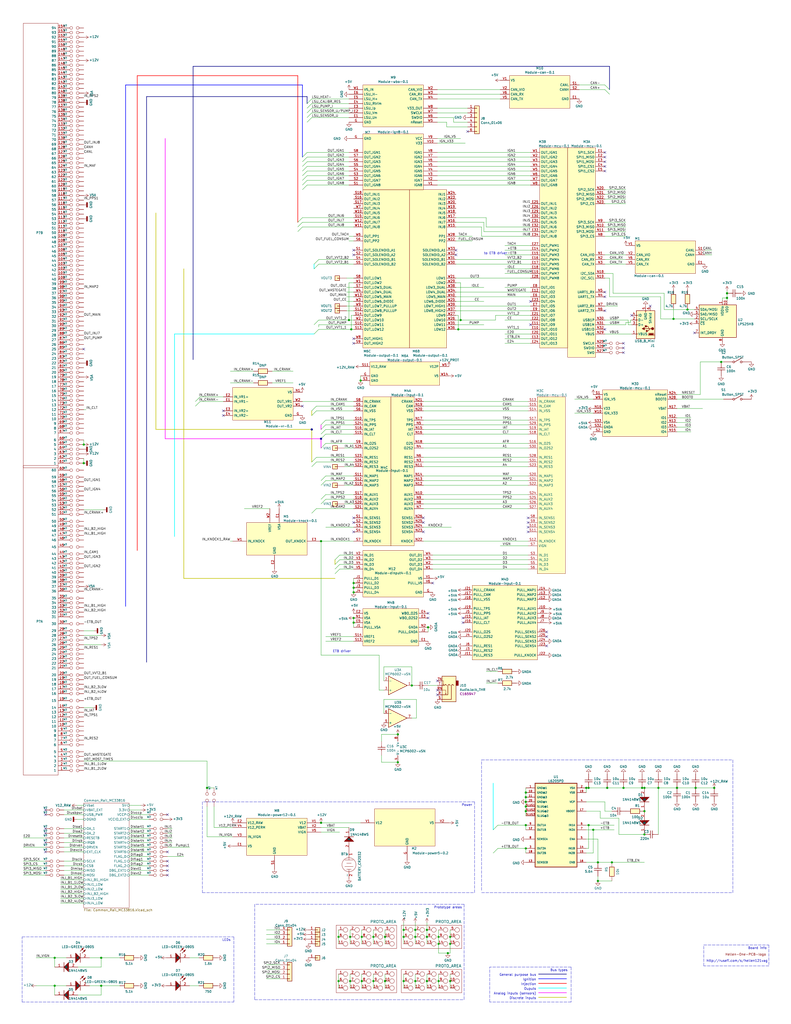
<source format=kicad_sch>
(kicad_sch (version 20210406) (generator eeschema)
  (paper "C" portrait)
  (title_block (title "Hellen154vag") (date "2021-03-10") (rev "0.1") (company "rusEFI.com"))
  (lib_symbols
    (symbol "284617-1:284617-1" (pin_names (offset 1.016))
      (property "Reference" "P" (at 0 6.35 0))
      (property "Value" "284617-1" (at 0 3.81 0))
      (symbol "284617-1_1_1"
        (pin passive line (at -13.97 78.74 0) (length 3.81) (name "1") (number "1"))
        (pin passive line (at -13.97 54.61 0) (length 3.81) (name "10") (number "10"))
        (pin passive line (at -13.97 52.07 0) (length 3.81) (name "11") (number "11"))
        (pin passive line (at -13.97 49.53 0) (length 3.81) (name "12") (number "12"))
        (pin passive line (at -13.97 46.99 0) (length 3.81) (name "13") (number "13"))
        (pin passive line (at -13.97 44.45 0) (length 3.81) (name "14") (number "14"))
        (pin passive line (at -13.97 40.64 0) (length 3.81) (name "15") (number "15"))
        (pin passive line (at -13.97 36.83 0) (length 3.81) (name "16") (number "16"))
        (pin passive line (at -13.97 34.29 0) (length 3.81) (name "17") (number "17"))
        (pin passive line (at -13.97 31.75 0) (length 3.81) (name "18") (number "18"))
        (pin passive line (at -13.97 29.21 0) (length 3.81) (name "19") (number "19"))
        (pin passive line (at -13.97 76.2 0) (length 3.81) (name "2") (number "2"))
        (pin passive line (at -13.97 26.67 0) (length 3.81) (name "20") (number "20"))
        (pin passive line (at -13.97 22.86 0) (length 3.81) (name "21") (number "21"))
        (pin passive line (at -13.97 20.32 0) (length 3.81) (name "22") (number "22"))
        (pin passive line (at -13.97 17.78 0) (length 3.81) (name "23") (number "23"))
        (pin passive line (at -13.97 15.24 0) (length 3.81) (name "24") (number "24"))
        (pin passive line (at -13.97 12.7 0) (length 3.81) (name "25") (number "25"))
        (pin passive line (at -13.97 10.16 0) (length 3.81) (name "26") (number "26"))
        (pin passive line (at -13.97 7.62 0) (length 3.81) (name "27") (number "27"))
        (pin passive line (at -13.97 5.08 0) (length 3.81) (name "28") (number "28"))
        (pin passive line (at -13.97 2.54 0) (length 3.81) (name "29") (number "29"))
        (pin passive line (at -13.97 73.66 0) (length 3.81) (name "3") (number "3"))
        (pin passive line (at -13.97 -1.27 0) (length 3.81) (name "30") (number "30"))
        (pin passive line (at -13.97 -5.08 0) (length 3.81) (name "31") (number "31"))
        (pin passive line (at -13.97 -7.62 0) (length 3.81) (name "32") (number "32"))
        (pin passive line (at -13.97 -10.16 0) (length 3.81) (name "33") (number "33"))
        (pin passive line (at -13.97 -12.7 0) (length 3.81) (name "34") (number "34"))
        (pin passive line (at -13.97 -15.24 0) (length 3.81) (name "35") (number "35"))
        (pin passive line (at -13.97 -19.05 0) (length 3.81) (name "36") (number "36"))
        (pin passive line (at -13.97 -21.59 0) (length 3.81) (name "37") (number "37"))
        (pin passive line (at -13.97 -24.13 0) (length 3.81) (name "38") (number "38"))
        (pin passive line (at -13.97 -26.67 0) (length 3.81) (name "39") (number "39"))
        (pin passive line (at -13.97 71.12 0) (length 3.81) (name "4") (number "4"))
        (pin passive line (at -13.97 -29.21 0) (length 3.81) (name "40") (number "40"))
        (pin passive line (at -13.97 -31.75 0) (length 3.81) (name "41") (number "41"))
        (pin passive line (at -13.97 -34.29 0) (length 3.81) (name "42") (number "42"))
        (pin passive line (at -13.97 -36.83 0) (length 3.81) (name "43") (number "43"))
        (pin passive line (at -13.97 -39.37 0) (length 3.81) (name "44") (number "44"))
        (pin passive line (at -13.97 -43.18 0) (length 3.81) (name "45") (number "45"))
        (pin passive line (at -13.97 -46.99 0) (length 3.81) (name "46") (number "46"))
        (pin passive line (at -13.97 -49.53 0) (length 3.81) (name "47") (number "47"))
        (pin passive line (at -13.97 -52.07 0) (length 3.81) (name "48") (number "48"))
        (pin passive line (at -13.97 -54.61 0) (length 3.81) (name "49") (number "49"))
        (pin passive line (at -13.97 68.58 0) (length 3.81) (name "5") (number "5"))
        (pin passive line (at -13.97 -57.15 0) (length 3.81) (name "50") (number "50"))
        (pin passive line (at -13.97 -60.96 0) (length 3.81) (name "51") (number "51"))
        (pin passive line (at -13.97 -63.5 0) (length 3.81) (name "52") (number "52"))
        (pin passive line (at -13.97 -66.04 0) (length 3.81) (name "53") (number "53"))
        (pin passive line (at -13.97 -68.58 0) (length 3.81) (name "54") (number "54"))
        (pin passive line (at -13.97 -71.12 0) (length 3.81) (name "55") (number "55"))
        (pin passive line (at -13.97 -73.66 0) (length 3.81) (name "56") (number "56"))
        (pin passive line (at -13.97 -76.2 0) (length 3.81) (name "57") (number "57"))
        (pin passive line (at -13.97 -78.74 0) (length 3.81) (name "58") (number "58"))
        (pin passive line (at -13.97 -81.28 0) (length 3.81) (name "59") (number "59"))
        (pin passive line (at -13.97 64.77 0) (length 3.81) (name "6") (number "6"))
        (pin passive line (at -13.97 -85.09 0) (length 3.81) (name "60") (number "60"))
        (pin passive line (at -13.97 62.23 0) (length 3.81) (name "7") (number "7"))
        (pin passive line (at -13.97 59.69 0) (length 3.81) (name "8") (number "8"))
        (pin passive line (at -13.97 57.15 0) (length 3.81) (name "9") (number "9"))
      )
      (symbol "284617-1_2_1"
        (pin passive line (at -13.97 22.86 0) (length 3.81) (name "40") (number "100"))
        (pin passive line (at -13.97 20.32 0) (length 3.81) (name "41") (number "101"))
        (pin passive line (at -13.97 17.78 0) (length 3.81) (name "42") (number "102"))
        (pin passive line (at -13.97 15.24 0) (length 3.81) (name "43") (number "103"))
        (pin passive line (at -13.97 12.7 0) (length 3.81) (name "44") (number "104"))
        (pin passive line (at -13.97 10.16 0) (length 3.81) (name "45") (number "105"))
        (pin passive line (at -13.97 7.62 0) (length 3.81) (name "46") (number "106"))
        (pin passive line (at -13.97 5.08 0) (length 3.81) (name "47") (number "107"))
        (pin passive line (at -13.97 2.54 0) (length 3.81) (name "48") (number "108"))
        (pin passive line (at -13.97 0 0) (length 3.81) (name "49") (number "109"))
        (pin passive line (at -13.97 -2.54 0) (length 3.81) (name "50") (number "110"))
        (pin passive line (at -13.97 -5.08 0) (length 3.81) (name "51") (number "111"))
        (pin passive line (at -13.97 -7.62 0) (length 3.81) (name "52") (number "112"))
        (pin passive line (at -13.97 -10.16 0) (length 3.81) (name "53") (number "113"))
        (pin passive line (at -13.97 -12.7 0) (length 3.81) (name "54") (number "114"))
        (pin passive line (at -13.97 -15.24 0) (length 3.81) (name "55") (number "115"))
        (pin passive line (at -13.97 -17.78 0) (length 3.81) (name "56") (number "116"))
        (pin passive line (at -13.97 -20.32 0) (length 3.81) (name "57") (number "117"))
        (pin passive line (at -13.97 -22.86 0) (length 3.81) (name "58") (number "118"))
        (pin passive line (at -13.97 -25.4 0) (length 3.81) (name "59") (number "119"))
        (pin passive line (at -13.97 -27.94 0) (length 3.81) (name "60") (number "120"))
        (pin passive line (at -13.97 -30.48 0) (length 3.81) (name "61") (number "121"))
        (pin passive line (at -13.97 -33.02 0) (length 3.81) (name "62") (number "122"))
        (pin passive line (at -13.97 -35.56 0) (length 3.81) (name "63") (number "123"))
        (pin passive line (at -13.97 -38.1 0) (length 3.81) (name "64") (number "124"))
        (pin passive line (at -13.97 -40.64 0) (length 3.81) (name "65") (number "125"))
        (pin passive line (at -13.97 -43.18 0) (length 3.81) (name "66") (number "126"))
        (pin passive line (at -13.97 -45.72 0) (length 3.81) (name "67") (number "127"))
        (pin passive line (at -13.97 -48.26 0) (length 3.81) (name "68") (number "128"))
        (pin passive line (at -13.97 -50.8 0) (length 3.81) (name "69") (number "129"))
        (pin passive line (at -13.97 -53.34 0) (length 3.81) (name "70") (number "130"))
        (pin passive line (at -13.97 -55.88 0) (length 3.81) (name "71") (number "131"))
        (pin passive line (at -13.97 -58.42 0) (length 3.81) (name "72") (number "132"))
        (pin passive line (at -13.97 -60.96 0) (length 3.81) (name "73") (number "133"))
        (pin passive line (at -13.97 -63.5 0) (length 3.81) (name "74") (number "134"))
        (pin passive line (at -13.97 -66.04 0) (length 3.81) (name "75") (number "135"))
        (pin passive line (at -13.97 -68.58 0) (length 3.81) (name "76") (number "136"))
        (pin passive line (at -13.97 -71.12 0) (length 3.81) (name "77") (number "137"))
        (pin passive line (at -13.97 -73.66 0) (length 3.81) (name "78") (number "138"))
        (pin passive line (at -13.97 -76.2 0) (length 3.81) (name "79") (number "139"))
        (pin passive line (at -13.97 -78.74 0) (length 3.81) (name "80") (number "140"))
        (pin passive line (at -13.97 -81.28 0) (length 3.81) (name "81") (number "141"))
        (pin passive line (at -13.97 -83.82 0) (length 3.81) (name "82") (number "142"))
        (pin passive line (at -13.97 -86.36 0) (length 3.81) (name "83") (number "143"))
        (pin passive line (at -13.97 -88.9 0) (length 3.81) (name "84") (number "144"))
        (pin passive line (at -13.97 -91.44 0) (length 3.81) (name "85") (number "145"))
        (pin passive line (at -13.97 -93.98 0) (length 3.81) (name "86") (number "146"))
        (pin passive line (at -13.97 -96.52 0) (length 3.81) (name "87") (number "147"))
        (pin passive line (at -13.97 -99.06 0) (length 3.81) (name "88") (number "148"))
        (pin passive line (at -13.97 -101.6 0) (length 3.81) (name "89") (number "149"))
        (pin passive line (at -13.97 -104.14 0) (length 3.81) (name "90") (number "150"))
        (pin passive line (at -13.97 -106.68 0) (length 3.81) (name "91") (number "151"))
        (pin passive line (at -13.97 -109.22 0) (length 3.81) (name "92") (number "152"))
        (pin passive line (at -13.97 -111.76 0) (length 3.81) (name "93") (number "153"))
        (pin passive line (at -13.97 -114.3 0) (length 3.81) (name "94") (number "154"))
        (pin passive line (at -13.97 123.19 0) (length 3.81) (name "1") (number "61"))
        (pin passive line (at -13.97 120.65 0) (length 3.81) (name "2") (number "62"))
        (pin passive line (at -13.97 118.11 0) (length 3.81) (name "3") (number "63"))
        (pin passive line (at -13.97 115.57 0) (length 3.81) (name "4") (number "64"))
        (pin passive line (at -13.97 113.03 0) (length 3.81) (name "5") (number "65"))
        (pin passive line (at -13.97 110.49 0) (length 3.81) (name "6") (number "66"))
        (pin passive line (at -13.97 106.68 0) (length 3.81) (name "7") (number "67"))
        (pin passive line (at -13.97 104.14 0) (length 3.81) (name "8") (number "68"))
        (pin passive line (at -13.97 101.6 0) (length 3.81) (name "9") (number "69"))
        (pin passive line (at -13.97 99.06 0) (length 3.81) (name "10") (number "70"))
        (pin passive line (at -13.97 96.52 0) (length 3.81) (name "11") (number "71"))
        (pin passive line (at -13.97 93.98 0) (length 3.81) (name "12") (number "72"))
        (pin passive line (at -13.97 91.44 0) (length 3.81) (name "13") (number "73"))
        (pin passive line (at -13.97 88.9 0) (length 3.81) (name "14") (number "74"))
        (pin passive line (at -13.97 86.36 0) (length 3.81) (name "15") (number "75"))
        (pin passive line (at -13.97 83.82 0) (length 3.81) (name "16") (number "76"))
        (pin passive line (at -13.97 81.28 0) (length 3.81) (name "17") (number "77"))
        (pin passive line (at -13.97 78.74 0) (length 3.81) (name "18") (number "78"))
        (pin passive line (at -13.97 76.2 0) (length 3.81) (name "19") (number "79"))
        (pin passive line (at -13.97 73.66 0) (length 3.81) (name "20") (number "80"))
        (pin passive line (at -13.97 71.12 0) (length 3.81) (name "21") (number "81"))
        (pin passive line (at -13.97 68.58 0) (length 3.81) (name "22") (number "82"))
        (pin passive line (at -13.97 66.04 0) (length 3.81) (name "23") (number "83"))
        (pin passive line (at -13.97 63.5 0) (length 3.81) (name "24") (number "84"))
        (pin passive line (at -13.97 60.96 0) (length 3.81) (name "25") (number "85"))
        (pin passive line (at -13.97 58.42 0) (length 3.81) (name "26") (number "86"))
        (pin passive line (at -13.97 55.88 0) (length 3.81) (name "27") (number "87"))
        (pin passive line (at -13.97 53.34 0) (length 3.81) (name "28") (number "88"))
        (pin passive line (at -13.97 50.8 0) (length 3.81) (name "29") (number "89"))
        (pin passive line (at -13.97 48.26 0) (length 3.81) (name "30") (number "90"))
        (pin passive line (at -13.97 45.72 0) (length 3.81) (name "31") (number "91"))
        (pin passive line (at -13.97 43.18 0) (length 3.81) (name "32") (number "92"))
        (pin passive line (at -13.97 40.64 0) (length 3.81) (name "33") (number "93"))
        (pin passive line (at -13.97 38.1 0) (length 3.81) (name "34") (number "94"))
        (pin passive line (at -13.97 35.56 0) (length 3.81) (name "35") (number "95"))
        (pin passive line (at -13.97 33.02 0) (length 3.81) (name "36") (number "96"))
        (pin passive line (at -13.97 30.48 0) (length 3.81) (name "37") (number "97"))
        (pin passive line (at -13.97 27.94 0) (length 3.81) (name "38") (number "98"))
        (pin passive line (at -13.97 25.4 0) (length 3.81) (name "39") (number "99"))
      )
    )
    (symbol "Amplifier_Operational:MCP6002-xSN" (pin_names (offset 0.127))
      (property "Reference" "U" (at 0 5.08 0))
      (property "Value" "MCP6002-xSN" (at 0 -5.08 0))
      (symbol "MCP6002-xSN_1_1"
        (pin output line (at 7.62 0 180) (length 2.54) (name "~") (number "1"))
        (pin input line (at -7.62 -2.54 0) (length 2.54) (name "-") (number "2"))
        (pin input line (at -7.62 2.54 0) (length 2.54) (name "+") (number "3"))
      )
      (symbol "MCP6002-xSN_2_1"
        (pin input line (at -7.62 2.54 0) (length 2.54) (name "+") (number "5"))
        (pin input line (at -7.62 -2.54 0) (length 2.54) (name "-") (number "6"))
        (pin output line (at 7.62 0 180) (length 2.54) (name "~") (number "7"))
      )
      (symbol "MCP6002-xSN_3_1"
        (pin power_in line (at -2.54 -7.62 90) (length 3.81) (name "V-") (number "4"))
        (pin power_in line (at -2.54 7.62 270) (length 3.81) (name "V+") (number "8"))
      )
    )
    (symbol "Connector_Generic:Conn_01x01" (pin_names (offset 1.016) hide)
      (property "Reference" "J" (at 0 2.54 0))
      (property "Value" "Conn_01x01" (at 0 -2.54 0))
      (symbol "Conn_01x01_1_1"
        (pin passive line (at -5.08 0 0) (length 3.81) (name "Pin_1") (number "1"))
      )
    )
    (symbol "Connector_Generic:Conn_01x04" (pin_names (offset 1.016) hide)
      (property "Reference" "J" (at 0 5.08 0))
      (property "Value" "Conn_01x04" (at 0 -7.62 0))
      (symbol "Conn_01x04_1_1"
        (pin passive line (at -5.08 2.54 0) (length 3.81) (name "Pin_1") (number "1"))
        (pin passive line (at -5.08 0 0) (length 3.81) (name "Pin_2") (number "2"))
        (pin passive line (at -5.08 -2.54 0) (length 3.81) (name "Pin_3") (number "3"))
        (pin passive line (at -5.08 -5.08 0) (length 3.81) (name "Pin_4") (number "4"))
      )
    )
    (symbol "Connector_Generic:Conn_01x06" (pin_names (offset 1.016) hide)
      (property "Reference" "J" (at 0 7.62 0))
      (property "Value" "Conn_01x06" (at 0 -10.16 0))
      (symbol "Conn_01x06_1_1"
        (pin passive line (at -5.08 5.08 0) (length 3.81) (name "Pin_1") (number "1"))
        (pin passive line (at -5.08 2.54 0) (length 3.81) (name "Pin_2") (number "2"))
        (pin passive line (at -5.08 0 0) (length 3.81) (name "Pin_3") (number "3"))
        (pin passive line (at -5.08 -2.54 0) (length 3.81) (name "Pin_4") (number "4"))
        (pin passive line (at -5.08 -5.08 0) (length 3.81) (name "Pin_5") (number "5"))
        (pin passive line (at -5.08 -7.62 0) (length 3.81) (name "Pin_6") (number "6"))
      )
    )
    (symbol "Sensor_Pressure:LPS25HB"
      (property "Reference" "U" (at -10.16 8.89 0))
      (property "Value" "LPS25HB" (at 10.16 8.89 0))
      (symbol "LPS25HB_1_1"
        (pin power_in line (at -2.54 10.16 270) (length 2.54) (name "VDDio") (number "1"))
        (pin power_in line (at -5.08 10.16 270) (length 2.54) (name "VDD") (number "10"))
        (pin input line (at 12.7 0 180) (length 2.54) (name "SCL/SCLK") (number "2"))
        (pin passive line (at -2.54 -12.7 90) (length 2.54) hide (name "GND") (number "3"))
        (pin bidirectional line (at 12.7 5.08 180) (length 2.54) (name "SDA/MOSI") (number "4"))
        (pin bidirectional line (at 12.7 2.54 180) (length 2.54) (name "SA0/MISO") (number "5"))
        (pin input line (at 12.7 -2.54 180) (length 2.54) (name "~CS") (number "6"))
        (pin output line (at 12.7 -7.62 180) (length 2.54) (name "INT_DRDY") (number "7"))
        (pin power_in line (at -2.54 -12.7 90) (length 2.54) (name "GND") (number "8"))
        (pin passive line (at -2.54 -12.7 90) (length 2.54) hide (name "GND") (number "9"))
      )
    )
    (symbol "art-electro-power:BATTERY_CR2032" (pin_names (offset 0))
      (property "Reference" "BT" (at 0 5.08 0))
      (property "Value" "BATTERY_CR2032" (at 0 -4.826 0))
      (symbol "BATTERY_CR2032_1_1"
        (pin passive line (at -7.62 0 0) (length 3.81) (name "+") (number "1"))
        (pin passive line (at 7.62 0 180) (length 3.81) (name "-") (number "2"))
      )
    )
    (symbol "hellen-one-can-0.1:Module-can-0.1_1"
      (property "Reference" "M" (at 0 0 0))
      (property "Value" "Module-can-0.1" (at 0 0 0))
      (symbol "Module-can-0.1_1_1_0"
        (pin passive line (at 38.1 -12.7 180) (length 5.08) (name "GND") (number "E1"))
        (pin passive line (at 38.1 -5.08 180) (length 5.08) (name "CANL") (number "S1"))
        (pin passive line (at 38.1 -7.62 180) (length 5.08) (name "CANH") (number "S2"))
        (pin passive line (at -5.08 -2.54 0) (length 5.08) (name "V5") (number "V1"))
        (pin passive line (at -5.08 -7.62 0) (length 5.08) (name "CAN_VIO") (number "V2"))
        (pin passive line (at -5.08 -12.7 0) (length 5.08) (name "CAN_TX") (number "V5"))
        (pin passive line (at -5.08 -10.16 0) (length 5.08) (name "CAN_RX") (number "V6"))
      )
    )
    (symbol "hellen-one-can-0.1:Module-can-0.1_2"
      (property "Reference" "M" (at 0 0 0))
      (property "Value" "Module-can-0.1" (at 0 0 0))
      (symbol "Module-can-0.1_2_1_0"
        (pin passive line (at 38.1 -12.7 180) (length 5.08) (name "GND") (number "E1"))
        (pin passive line (at 38.1 -5.08 180) (length 5.08) (name "CANL") (number "S1"))
        (pin passive line (at 38.1 -7.62 180) (length 5.08) (name "CANH") (number "S2"))
        (pin passive line (at -5.08 -2.54 0) (length 5.08) (name "V5") (number "V1"))
        (pin passive line (at -5.08 -7.62 0) (length 5.08) (name "CAN_VIO") (number "V2"))
        (pin passive line (at -5.08 -12.7 0) (length 5.08) (name "CAN_TX") (number "V5"))
        (pin passive line (at -5.08 -10.16 0) (length 5.08) (name "CAN_RX") (number "V6"))
      )
    )
    (symbol "hellen-one-common:+12V_PROT" (power) (pin_names (offset 0))
      (property "Value" "+12V_PROT" (at 0 3.556 0))
      (symbol "+12V_PROT_1_1"
        (pin power_in line (at 0 0 90) (length 0) hide (name "+12V_PROT") (number "1"))
      )
    )
    (symbol "hellen-one-common:+12V_RAW" (power) (pin_names (offset 0))
      (property "Value" "+12V_RAW" (at 0 3.556 0))
      (symbol "+12V_RAW_1_1"
        (pin power_in line (at 0 0 90) (length 0) hide (name "+12V_RAW") (number "1"))
      )
    )
    (symbol "hellen-one-common:1N4148WS"
      (property "Reference" "D" (at 0 2.54 0))
      (property "Value" "1N4148WS" (at 0 -3.81 0))
      (symbol "1N4148WS_1_0"
        (pin passive line (at 7.62 0 180) (length 5.08) (name "K") (number "1"))
        (pin passive line (at -5.08 0 0) (length 5.08) (name "A") (number "2"))
      )
    )
    (symbol "hellen-one-common:AudioJack_THR"
      (property "Reference" "J" (at 0 8.89 0))
      (property "Value" "AudioJack_THR" (at 0 6.35 0))
      (property "LCSC" "C165947" (at 0 0 0))
      (symbol "AudioJack_THR_1_1"
        (pin passive line (at 5.08 0 180) (length 2.54) (name "~") (number "R"))
        (pin passive line (at 5.08 -2.54 180) (length 2.54) (name "~") (number "RN"))
        (pin passive line (at 5.08 2.54 180) (length 2.54) (name "~") (number "S"))
        (pin passive line (at 5.08 -5.08 180) (length 2.54) (name "~") (number "T"))
        (pin passive line (at 5.08 -7.62 180) (length 2.54) (name "~") (number "TN"))
      )
    )
    (symbol "hellen-one-common:Button_SPST_1" (pin_numbers hide)
      (property "Reference" "S" (at -5.08 2.54 0))
      (property "Value" "Button_SPST" (at 0 0 0))
      (symbol "Button_SPST_1_1_0"
        (pin passive line (at -5.08 -2.54 0) (length 5.08) (name "") (number "1"))
        (pin passive line (at 10.16 -2.54 180) (length 5.08) (name "") (number "2"))
      )
    )
    (symbol "hellen-one-common:Button_SPST_2" (pin_numbers hide)
      (property "Reference" "S" (at -5.08 2.54 0))
      (property "Value" "Button_SPST" (at 0 0 0))
      (symbol "Button_SPST_2_1_0"
        (pin passive line (at -5.08 -2.54 0) (length 5.08) (name "") (number "1"))
        (pin passive line (at 10.16 -2.54 180) (length 5.08) (name "") (number "2"))
      )
    )
    (symbol "hellen-one-common:Cap" (pin_numbers hide)
      (property "Reference" "C" (at -3.81 2.54 0))
      (property "Value" "Cap" (at -2.54 -1.27 0))
      (symbol "Cap_1_0"
        (pin passive line (at -3.81 0 0) (length 2.54) (name "") (number "1"))
        (pin passive line (at 3.81 0 180) (length 2.54) (name "") (number "2"))
      )
    )
    (symbol "hellen-one-common:L6205PD" (pin_names (offset 1.016))
      (property "Reference" "U" (at -10.1854 24.0538 0))
      (property "Value" "L6205PD" (at -10.1854 -25.6794 0))
      (symbol "L6205PD_0_0"
        (pin power_in line (at 17.78 20.32 180) (length 5.08) (name "GND@1") (number "1"))
        (pin power_in line (at 17.78 17.78 180) (length 5.08) (name "GND@2") (number "10"))
        (pin power_in line (at 17.78 15.24 180) (length 5.08) (name "GND@3") (number "11"))
        (pin output line (at 17.78 -2.54 180) (length 5.08) (name "OUT1B") (number "12"))
        (pin power_in line (at 17.78 -20.32 180) (length 5.08) (name "SENSEB") (number "13"))
        (pin input line (at -15.24 -12.7 0) (length 5.08) (name "IN1B") (number "14"))
        (pin input line (at -15.24 -15.24 0) (length 5.08) (name "IN2B") (number "15"))
        (pin bidirectional line (at -15.24 -20.32 0) (length 5.08) (name "ENB") (number "16"))
        (pin passive line (at -15.24 7.62 0) (length 5.08) (name "VBOOT") (number "17"))
        (pin output line (at 17.78 -15.24 180) (length 5.08) (name "OUT2B") (number "18"))
        (pin power_in line (at -15.24 17.78 0) (length 5.08) (name "VSB") (number "19"))
        (pin power_in line (at -15.24 20.32 0) (length 5.08) (name "VSA") (number "2"))
        (pin power_in line (at 17.78 12.7 180) (length 5.08) (name "GND@4") (number "20"))
        (pin output line (at 17.78 -12.7 180) (length 5.08) (name "OUT2A") (number "3"))
        (pin passive line (at -15.24 12.7 0) (length 5.08) (name "VCP") (number "4"))
        (pin bidirectional line (at -15.24 -7.62 0) (length 5.08) (name "ENA") (number "5"))
        (pin input line (at -15.24 0 0) (length 5.08) (name "IN1A") (number "6"))
        (pin input line (at -15.24 -2.54 0) (length 5.08) (name "IN2A") (number "7"))
        (pin power_in line (at 17.78 -7.62 180) (length 5.08) (name "SENSEA") (number "8"))
        (pin output line (at 17.78 0 180) (length 5.08) (name "OUT1A") (number "9"))
        (pin power_in line (at 17.78 10.16 180) (length 5.08) (name "SLUG@1") (number "SLUG1"))
        (pin power_in line (at 17.78 7.62 180) (length 5.08) (name "SLUG@2") (number "SLUG2"))
        (pin power_in line (at 17.78 5.08 180) (length 5.08) (name "SLUG@3") (number "SLUG3"))
      )
    )
    (symbol "hellen-one-common:LED"
      (property "Reference" "D" (at 0 2.54 0))
      (property "Value" "LED-COLOR-0805" (at 0 -3.81 0))
      (symbol "LED_1_0"
        (pin passive line (at -5.08 0 0) (length 5.08) (name "A") (number "1"))
        (pin passive line (at 7.62 0 180) (length 5.08) (name "K") (number "2"))
      )
    )
    (symbol "hellen-one-common:LOGO" (pin_names (offset 1.016))
      (symbol "LOGO_0_0"
        (text "" (at 35.56 6.35 0) (effects (font (size 1.27 1.27))))
        (text "Hellen-One-PCB-logo" (at 0 0 0) (effects (font (size 1.27 1.27))))
      )
    )
    (symbol "hellen-one-common:PROTO_AREA" (pin_names (offset 1.016))
      (property "Value" "PROTO_AREA" (at 25.4 3.81 0))
      (symbol "PROTO_AREA_0_0"
        (text "" (at 35.56 6.35 0) (effects (font (size 1.27 1.27))))
      )
      (symbol "PROTO_AREA_1_1"
        (pin passive line (at 1.27 0 0) (length 2.54) (name "") (number "1"))
        (pin passive line (at 26.67 -3.81 0) (length 2.54) (name "") (number "10"))
        (pin passive line (at 1.27 -7.62 0) (length 2.54) (name "") (number "11"))
        (pin passive line (at 7.62 -7.62 0) (length 2.54) (name "") (number "12"))
        (pin passive line (at 13.97 -7.62 0) (length 2.54) (name "") (number "13"))
        (pin passive line (at 20.32 -7.62 0) (length 2.54) (name "") (number "14"))
        (pin passive line (at 26.67 -7.62 0) (length 2.54) (name "") (number "15"))
        (pin passive line (at 7.62 0 0) (length 2.54) (name "") (number "2"))
        (pin passive line (at 13.97 0 0) (length 2.54) (name "") (number "3"))
        (pin passive line (at 20.32 0 0) (length 2.54) (name "") (number "4"))
        (pin passive line (at 26.67 0 0) (length 2.54) (name "") (number "5"))
        (pin passive line (at 1.27 -3.81 0) (length 2.54) (name "") (number "6"))
        (pin passive line (at 7.62 -3.81 0) (length 2.54) (name "") (number "7"))
        (pin passive line (at 13.97 -3.81 0) (length 2.54) (name "") (number "8"))
        (pin passive line (at 20.32 -3.81 0) (length 2.54) (name "") (number "9"))
      )
    )
    (symbol "hellen-one-common:Pad_1" (pin_numbers hide) (pin_names (offset 1.016) hide)
      (property "Reference" "P" (at 2.54 0 0))
      (symbol "Pad_1_1_1"
        (pin passive line (at -5.08 0 0) (length 3.81) (name "Pin_1") (number "1"))
      )
    )
    (symbol "hellen-one-common:Pad_13" (pin_numbers hide) (pin_names (offset 1.016) hide)
      (property "Reference" "P" (at 2.54 0 0))
      (symbol "Pad_13_1_1"
        (pin passive line (at -5.08 0 0) (length 3.81) (name "Pin_1") (number "1"))
      )
    )
    (symbol "hellen-one-common:Pad_14" (pin_numbers hide) (pin_names (offset 1.016) hide)
      (property "Reference" "P" (at 2.54 0 0))
      (symbol "Pad_14_1_1"
        (pin passive line (at -5.08 0 0) (length 3.81) (name "Pin_1") (number "1"))
      )
    )
    (symbol "hellen-one-common:Pad_15" (pin_numbers hide) (pin_names (offset 1.016) hide)
      (property "Reference" "P" (at 2.54 0 0))
      (symbol "Pad_15_1_1"
        (pin passive line (at -5.08 0 0) (length 3.81) (name "Pin_1") (number "1"))
      )
    )
    (symbol "hellen-one-common:Pad_2" (pin_numbers hide) (pin_names (offset 1.016) hide)
      (property "Reference" "P" (at 2.54 0 0))
      (symbol "Pad_2_1_1"
        (pin passive line (at -5.08 0 0) (length 3.81) (name "Pin_1") (number "1"))
      )
    )
    (symbol "hellen-one-common:Pad_3" (pin_numbers hide) (pin_names (offset 1.016) hide)
      (property "Reference" "P" (at 2.54 0 0))
      (symbol "Pad_3_1_1"
        (pin passive line (at -5.08 0 0) (length 3.81) (name "Pin_1") (number "1"))
      )
    )
    (symbol "hellen-one-common:Pad_4" (pin_numbers hide) (pin_names (offset 1.016) hide)
      (property "Reference" "P" (at 2.54 0 0))
      (symbol "Pad_4_1_1"
        (pin passive line (at -5.08 0 0) (length 3.81) (name "Pin_1") (number "1"))
      )
    )
    (symbol "hellen-one-common:Res" (pin_numbers hide)
      (property "Reference" "R" (at 3.81 2.54 0))
      (property "Value" "Res" (at 5.08 -2.54 0))
      (symbol "Res_1_0"
        (pin passive line (at 0 0 0) (length 2.54) (name "") (number "1"))
        (pin passive line (at 10.16 0 180) (length 2.54) (name "") (number "2"))
      )
    )
    (symbol "hellen-one-common:TEST" (pin_numbers hide) (pin_names (offset 0.762) hide)
      (property "Reference" "W" (at 0 1.524 0))
      (property "Value" "TEST" (at 0 -1.778 0))
      (symbol "TEST_0_1"
        (pin passive line (at -5.08 0 0) (length 2.54) (name "1") (number "1"))
        (pin passive line (at 5.08 0 180) (length 2.54) (name "2") (number "2"))
      )
    )
    (symbol "hellen-one-common:USB_B_Mini" (pin_names (offset 1.016))
      (property "Reference" "J" (at -5.08 11.43 0))
      (property "Value" "USB_B_Mini" (at -5.08 8.89 0))
      (symbol "USB_B_Mini_1_1"
        (pin power_out line (at 7.62 5.08 180) (length 2.54) (name "VBUS") (number "1"))
        (pin passive line (at 7.62 -2.54 180) (length 2.54) (name "D-") (number "2"))
        (pin passive line (at 7.62 0 180) (length 2.54) (name "D+") (number "3"))
        (pin passive line (at 7.62 -5.08 180) (length 2.54) (name "ID") (number "4"))
        (pin power_out line (at 0 -10.16 90) (length 2.54) (name "GND") (number "5"))
        (pin passive line (at -2.54 -10.16 90) (length 2.54) (name "Shield") (number "6"))
      )
    )
    (symbol "hellen-one-dinput4-0.1:Module-dinput4-0.1"
      (property "Reference" "M" (at 0 0 0))
      (property "Value" "Module-dinput4-0.1" (at 0 0 0))
      (symbol "Module-dinput4-0.1_1_0"
        (pin passive line (at 38.1 -22.86 180) (length 5.08) (name "GND") (number "G"))
        (pin passive line (at -5.08 -15.24 0) (length 5.08) (name "PULL_D1") (number "J1"))
        (pin passive line (at -5.08 -17.78 0) (length 5.08) (name "PULL_D2") (number "J2"))
        (pin passive line (at -5.08 -20.32 0) (length 5.08) (name "PULL_D3") (number "J3"))
        (pin passive line (at -5.08 -22.86 0) (length 5.08) (name "PULL_D4") (number "J4"))
        (pin passive line (at 38.1 -15.24 180) (length 5.08) (name "V5") (number "V1"))
        (pin passive line (at -5.08 -2.54 0) (length 5.08) (name "IN_D1") (number "V2"))
        (pin passive line (at -5.08 -5.08 0) (length 5.08) (name "IN_D2") (number "V3"))
        (pin passive line (at -5.08 -7.62 0) (length 5.08) (name "IN_D3") (number "V4"))
        (pin passive line (at -5.08 -10.16 0) (length 5.08) (name "IN_D4") (number "V5"))
        (pin passive line (at 38.1 -17.78 180) (length 5.08) (name "PULL_V5") (number "V6"))
        (pin passive line (at 38.1 -10.16 180) (length 5.08) (name "OUT_D4") (number "W1"))
        (pin passive line (at 38.1 -7.62 180) (length 5.08) (name "OUT_D3") (number "W2"))
        (pin passive line (at 38.1 -5.08 180) (length 5.08) (name "OUT_D2") (number "W3"))
        (pin passive line (at 38.1 -2.54 180) (length 5.08) (name "OUT_D1") (number "W4"))
      )
    )
    (symbol "hellen-one-ign8-0.1:Module-ign8-0.1_1"
      (property "Reference" "M" (at 0 0 0))
      (property "Value" "Module-ign8-0.1" (at 0 0 0))
      (symbol "Module-ign8-0.1_1_1_0"
        (pin passive line (at 40.64 -2.54 180) (length 7.62) (name "GND") (number "G"))
        (pin passive line (at 40.64 -27.94 180) (length 7.62) (name "OUT_IGN8") (number "S1"))
        (pin passive line (at 40.64 -25.4 180) (length 7.62) (name "OUT_IGN7") (number "S2"))
        (pin passive line (at 40.64 -22.86 180) (length 7.62) (name "OUT_IGN6") (number "S3"))
        (pin passive line (at 40.64 -20.32 180) (length 7.62) (name "OUT_IGN5") (number "S4"))
        (pin passive line (at 40.64 -17.78 180) (length 7.62) (name "OUT_IGN4") (number "S5"))
        (pin passive line (at 40.64 -15.24 180) (length 7.62) (name "OUT_IGN3") (number "S6"))
        (pin passive line (at 40.64 -12.7 180) (length 7.62) (name "OUT_IGN2") (number "S7"))
        (pin passive line (at 40.64 -10.16 180) (length 7.62) (name "OUT_IGN1") (number "S8"))
        (pin passive line (at -7.62 -27.94 0) (length 7.62) (name "IGN8") (number "V1"))
        (pin passive line (at -7.62 -5.08 0) (length 7.62) (name "V33") (number "V10"))
        (pin passive line (at -7.62 -25.4 0) (length 7.62) (name "IGN7") (number "V2"))
        (pin passive line (at -7.62 -22.86 0) (length 7.62) (name "IGN6") (number "V3"))
        (pin passive line (at -7.62 -20.32 0) (length 7.62) (name "IGN5") (number "V4"))
        (pin passive line (at -7.62 -17.78 0) (length 7.62) (name "IGN4") (number "V5"))
        (pin passive line (at -7.62 -15.24 0) (length 7.62) (name "IGN3") (number "V6"))
        (pin passive line (at -7.62 -12.7 0) (length 7.62) (name "IGN2") (number "V7"))
        (pin passive line (at -7.62 -10.16 0) (length 7.62) (name "IGN1") (number "V8"))
        (pin passive line (at -7.62 -2.54 0) (length 7.62) (name "VCC") (number "V9"))
      )
    )
    (symbol "hellen-one-input-0.1:Module-input-0.1_4"
      (property "Reference" "M" (at 0 0 0))
      (property "Value" "Module-input-0.1" (at 0 0 0))
      (symbol "Module-input-0.1_4_1_0"
        (pin passive line (at 17.78 -53.34 180) (length 5.08) (name "AUX1") (number "N10"))
        (pin passive line (at 17.78 -38.1 180) (length 5.08) (name "RES3") (number "N11"))
        (pin passive line (at 17.78 -48.26 180) (length 5.08) (name "MAP3") (number "N12"))
        (pin passive line (at 17.78 -45.72 180) (length 5.08) (name "MAP2") (number "N13"))
        (pin passive line (at 17.78 -43.18 180) (length 5.08) (name "MAP1") (number "N14"))
        (pin passive line (at 17.78 -17.78 180) (length 5.08) (name "IAT") (number "N15"))
        (pin passive line (at 17.78 -20.32 180) (length 5.08) (name "CLT") (number "N16"))
        (pin passive line (at 17.78 -12.7 180) (length 5.08) (name "TPS") (number "N17"))
        (pin passive line (at 17.78 -25.4 180) (length 5.08) (name "O2S") (number "N18"))
        (pin passive line (at 17.78 -5.08 180) (length 5.08) (name "CAM") (number "N19"))
        (pin passive line (at 17.78 -7.62 180) (length 5.08) (name "VSS") (number "N20"))
        (pin passive line (at 17.78 -2.54 180) (length 5.08) (name "CRANK") (number "N21"))
        (pin passive line (at 17.78 -78.74 180) (length 5.08) (name "KNOCK") (number "N22"))
        (pin passive line (at 17.78 -73.66 180) (length 5.08) (name "SENS4") (number "N23"))
        (pin passive line (at 17.78 -71.12 180) (length 5.08) (name "SENS3") (number "N24"))
        (pin passive line (at 17.78 -68.58 180) (length 5.08) (name "SENS2") (number "N25"))
        (pin passive line (at 17.78 -66.04 180) (length 5.08) (name "SENS1") (number "N26"))
        (pin passive line (at 17.78 -35.56 180) (length 5.08) (name "RES2") (number "N3"))
        (pin passive line (at 17.78 -27.94 180) (length 5.08) (name "O2S2") (number "N4"))
        (pin passive line (at 17.78 -15.24 180) (length 5.08) (name "PPS") (number "N5"))
        (pin passive line (at 17.78 -33.02 180) (length 5.08) (name "RES1") (number "N6"))
        (pin passive line (at 17.78 -60.96 180) (length 5.08) (name "AUX4") (number "N7"))
        (pin passive line (at 17.78 -58.42 180) (length 5.08) (name "AUX3") (number "N8"))
        (pin passive line (at 17.78 -55.88 180) (length 5.08) (name "AUX2") (number "N9"))
      )
      (symbol "Module-input-0.1_4_2_0"
        (pin passive line (at 35.56 -17.78 180) (length 5.08) (name "GND") (number "E1"))
        (pin passive line (at -5.08 -2.54 0) (length 5.08) (name "V5") (number "E2"))
        (pin passive line (at 35.56 -5.08 180) (length 5.08) (name "WBO_O2S2") (number "E3"))
        (pin passive line (at 35.56 -2.54 180) (length 5.08) (name "WBO_O2S") (number "E4"))
        (pin passive line (at -5.08 -7.62 0) (length 5.08) (name "V5A") (number "E5"))
        (pin passive line (at -5.08 -10.16 0) (length 5.08) (name "PULL_V5A") (number "J1"))
        (pin passive line (at 35.56 -12.7 180) (length 5.08) (name "PULL_GNDA") (number "J2"))
        (pin passive line (at -5.08 -5.08 0) (length 5.08) (name "V5A") (number "N1"))
        (pin passive line (at 35.56 -10.16 180) (length 5.08) (name "GNDA") (number "N2"))
        (pin passive line (at -5.08 -17.78 0) (length 5.08) (name "VREF2") (number "S13"))
        (pin passive line (at -5.08 -15.24 0) (length 5.08) (name "VREF1") (number "S14"))
      )
      (symbol "Module-input-0.1_4_3_0"
        (pin passive line (at -5.08 -66.04 0) (length 5.08) (name "IN_SENS1") (number "S1"))
        (pin passive line (at -5.08 -12.7 0) (length 5.08) (name "IN_TPS") (number "S10"))
        (pin passive line (at -5.08 -43.18 0) (length 5.08) (name "IN_MAP1") (number "S11"))
        (pin passive line (at -5.08 -45.72 0) (length 5.08) (name "IN_MAP2") (number "S12"))
        (pin passive line (at -5.08 -20.32 0) (length 5.08) (name "IN_CLT") (number "S15"))
        (pin passive line (at -5.08 -17.78 0) (length 5.08) (name "IN_IAT") (number "S16"))
        (pin passive line (at -5.08 -53.34 0) (length 5.08) (name "IN_AUX1") (number "S17"))
        (pin passive line (at -5.08 -55.88 0) (length 5.08) (name "IN_AUX2") (number "S18"))
        (pin passive line (at -5.08 -48.26 0) (length 5.08) (name "IN_MAP3") (number "S19"))
        (pin passive line (at -5.08 -68.58 0) (length 5.08) (name "IN_SENS2") (number "S2"))
        (pin passive line (at -5.08 -58.42 0) (length 5.08) (name "IN_AUX3") (number "S20"))
        (pin passive line (at -5.08 -60.96 0) (length 5.08) (name "IN_AUX4") (number "S21"))
        (pin passive line (at -5.08 -38.1 0) (length 5.08) (name "IN_RES3") (number "S22"))
        (pin passive line (at -5.08 -33.02 0) (length 5.08) (name "IN_RES1") (number "S23"))
        (pin passive line (at -5.08 -15.24 0) (length 5.08) (name "IN_PPS") (number "S24"))
        (pin passive line (at -5.08 -27.94 0) (length 5.08) (name "IN_O2S2") (number "S25"))
        (pin passive line (at -5.08 -35.56 0) (length 5.08) (name "IN_RES2") (number "S26"))
        (pin passive line (at -5.08 -71.12 0) (length 5.08) (name "IN_SENS3") (number "S3"))
        (pin passive line (at -5.08 -73.66 0) (length 5.08) (name "IN_SENS4") (number "S4"))
        (pin passive line (at -5.08 -5.08 0) (length 5.08) (name "IN_CAM") (number "S5"))
        (pin passive line (at -5.08 -7.62 0) (length 5.08) (name "IN_VSS") (number "S6"))
        (pin passive line (at -5.08 -78.74 0) (length 5.08) (name "IN_KNOCK") (number "S7"))
        (pin passive line (at -5.08 -2.54 0) (length 5.08) (name "IN_CRANK") (number "S8"))
        (pin passive line (at -5.08 -25.4 0) (length 5.08) (name "IN_O2S") (number "S9"))
      )
      (symbol "Module-input-0.1_4_4_0"
        (pin passive line (at 40.64 -12.7 180) (length 5.08) (name "PULL_AUX1") (number "J10"))
        (pin passive line (at -5.08 -38.1 0) (length 5.08) (name "PULL_RES3") (number "J11"))
        (pin passive line (at 40.64 -7.62 180) (length 5.08) (name "PULL_MAP3") (number "J12"))
        (pin passive line (at 40.64 -5.08 180) (length 5.08) (name "PULL_MAP2") (number "J13"))
        (pin passive line (at 40.64 -2.54 180) (length 5.08) (name "PULL_MAP1") (number "J14"))
        (pin passive line (at -5.08 -17.78 0) (length 5.08) (name "PULL_IAT") (number "J15"))
        (pin passive line (at -5.08 -20.32 0) (length 5.08) (name "PULL_CLT") (number "J16"))
        (pin passive line (at -5.08 -5.08 0) (length 5.08) (name "PULL_CAM") (number "J17"))
        (pin passive line (at -5.08 -7.62 0) (length 5.08) (name "PULL_VSS") (number "J18"))
        (pin passive line (at -5.08 -12.7 0) (length 5.08) (name "PULL_TPS") (number "J19"))
        (pin passive line (at -5.08 -25.4 0) (length 5.08) (name "PULL_O2S") (number "J20"))
        (pin passive line (at -5.08 -2.54 0) (length 5.08) (name "PULL_CRANK") (number "J21"))
        (pin passive line (at 40.64 -38.1 180) (length 5.08) (name "PULL_KNOCK") (number "J22"))
        (pin passive line (at 40.64 -33.02 180) (length 5.08) (name "PULL_SENS4") (number "J23"))
        (pin passive line (at 40.64 -30.48 180) (length 5.08) (name "PULL_SENS3") (number "J24"))
        (pin passive line (at 40.64 -27.94 180) (length 5.08) (name "PULL_SENS2") (number "J25"))
        (pin passive line (at 40.64 -25.4 180) (length 5.08) (name "PULL_SENS1") (number "J26"))
        (pin passive line (at -5.08 -35.56 0) (length 5.08) (name "PULL_RES2") (number "J3"))
        (pin passive line (at -5.08 -27.94 0) (length 5.08) (name "PULL_O2S2") (number "J4"))
        (pin passive line (at -5.08 -15.24 0) (length 5.08) (name "PULL_PPS") (number "J5"))
        (pin passive line (at -5.08 -33.02 0) (length 5.08) (name "PULL_RES1") (number "J6"))
        (pin passive line (at 40.64 -20.32 180) (length 5.08) (name "PULL_AUX4") (number "J7"))
        (pin passive line (at 40.64 -17.78 180) (length 5.08) (name "PULL_AUX3") (number "J8"))
        (pin passive line (at 40.64 -15.24 180) (length 5.08) (name "PULL_AUX2") (number "J9"))
      )
    )
    (symbol "hellen-one-input-0.1:Module-input-0.1_5"
      (property "Reference" "M" (at 0 0 0))
      (property "Value" "Module-input-0.1" (at 0 0 0))
      (symbol "Module-input-0.1_5_1_0"
        (pin passive line (at 17.78 -53.34 180) (length 5.08) (name "AUX1") (number "N10"))
        (pin passive line (at 17.78 -38.1 180) (length 5.08) (name "RES3") (number "N11"))
        (pin passive line (at 17.78 -48.26 180) (length 5.08) (name "MAP3") (number "N12"))
        (pin passive line (at 17.78 -45.72 180) (length 5.08) (name "MAP2") (number "N13"))
        (pin passive line (at 17.78 -43.18 180) (length 5.08) (name "MAP1") (number "N14"))
        (pin passive line (at 17.78 -17.78 180) (length 5.08) (name "IAT") (number "N15"))
        (pin passive line (at 17.78 -20.32 180) (length 5.08) (name "CLT") (number "N16"))
        (pin passive line (at 17.78 -12.7 180) (length 5.08) (name "TPS") (number "N17"))
        (pin passive line (at 17.78 -25.4 180) (length 5.08) (name "O2S") (number "N18"))
        (pin passive line (at 17.78 -5.08 180) (length 5.08) (name "CAM") (number "N19"))
        (pin passive line (at 17.78 -7.62 180) (length 5.08) (name "VSS") (number "N20"))
        (pin passive line (at 17.78 -2.54 180) (length 5.08) (name "CRANK") (number "N21"))
        (pin passive line (at 17.78 -78.74 180) (length 5.08) (name "KNOCK") (number "N22"))
        (pin passive line (at 17.78 -73.66 180) (length 5.08) (name "SENS4") (number "N23"))
        (pin passive line (at 17.78 -71.12 180) (length 5.08) (name "SENS3") (number "N24"))
        (pin passive line (at 17.78 -68.58 180) (length 5.08) (name "SENS2") (number "N25"))
        (pin passive line (at 17.78 -66.04 180) (length 5.08) (name "SENS1") (number "N26"))
        (pin passive line (at 17.78 -35.56 180) (length 5.08) (name "RES2") (number "N3"))
        (pin passive line (at 17.78 -27.94 180) (length 5.08) (name "O2S2") (number "N4"))
        (pin passive line (at 17.78 -15.24 180) (length 5.08) (name "PPS") (number "N5"))
        (pin passive line (at 17.78 -33.02 180) (length 5.08) (name "RES1") (number "N6"))
        (pin passive line (at 17.78 -60.96 180) (length 5.08) (name "AUX4") (number "N7"))
        (pin passive line (at 17.78 -58.42 180) (length 5.08) (name "AUX3") (number "N8"))
        (pin passive line (at 17.78 -55.88 180) (length 5.08) (name "AUX2") (number "N9"))
      )
      (symbol "Module-input-0.1_5_2_0"
        (pin passive line (at 35.56 -17.78 180) (length 5.08) (name "GND") (number "E1"))
        (pin passive line (at -5.08 -2.54 0) (length 5.08) (name "V5") (number "E2"))
        (pin passive line (at 35.56 -5.08 180) (length 5.08) (name "WBO_O2S2") (number "E3"))
        (pin passive line (at 35.56 -2.54 180) (length 5.08) (name "WBO_O2S") (number "E4"))
        (pin passive line (at -5.08 -7.62 0) (length 5.08) (name "V5A") (number "E5"))
        (pin passive line (at -5.08 -10.16 0) (length 5.08) (name "PULL_V5A") (number "J1"))
        (pin passive line (at 35.56 -12.7 180) (length 5.08) (name "PULL_GNDA") (number "J2"))
        (pin passive line (at -5.08 -5.08 0) (length 5.08) (name "V5A") (number "N1"))
        (pin passive line (at 35.56 -10.16 180) (length 5.08) (name "GNDA") (number "N2"))
        (pin passive line (at -5.08 -17.78 0) (length 5.08) (name "VREF2") (number "S13"))
        (pin passive line (at -5.08 -15.24 0) (length 5.08) (name "VREF1") (number "S14"))
      )
      (symbol "Module-input-0.1_5_3_0"
        (pin passive line (at -5.08 -66.04 0) (length 5.08) (name "IN_SENS1") (number "S1"))
        (pin passive line (at -5.08 -12.7 0) (length 5.08) (name "IN_TPS") (number "S10"))
        (pin passive line (at -5.08 -43.18 0) (length 5.08) (name "IN_MAP1") (number "S11"))
        (pin passive line (at -5.08 -45.72 0) (length 5.08) (name "IN_MAP2") (number "S12"))
        (pin passive line (at -5.08 -20.32 0) (length 5.08) (name "IN_CLT") (number "S15"))
        (pin passive line (at -5.08 -17.78 0) (length 5.08) (name "IN_IAT") (number "S16"))
        (pin passive line (at -5.08 -53.34 0) (length 5.08) (name "IN_AUX1") (number "S17"))
        (pin passive line (at -5.08 -55.88 0) (length 5.08) (name "IN_AUX2") (number "S18"))
        (pin passive line (at -5.08 -48.26 0) (length 5.08) (name "IN_MAP3") (number "S19"))
        (pin passive line (at -5.08 -68.58 0) (length 5.08) (name "IN_SENS2") (number "S2"))
        (pin passive line (at -5.08 -58.42 0) (length 5.08) (name "IN_AUX3") (number "S20"))
        (pin passive line (at -5.08 -60.96 0) (length 5.08) (name "IN_AUX4") (number "S21"))
        (pin passive line (at -5.08 -38.1 0) (length 5.08) (name "IN_RES3") (number "S22"))
        (pin passive line (at -5.08 -33.02 0) (length 5.08) (name "IN_RES1") (number "S23"))
        (pin passive line (at -5.08 -15.24 0) (length 5.08) (name "IN_PPS") (number "S24"))
        (pin passive line (at -5.08 -27.94 0) (length 5.08) (name "IN_O2S2") (number "S25"))
        (pin passive line (at -5.08 -35.56 0) (length 5.08) (name "IN_RES2") (number "S26"))
        (pin passive line (at -5.08 -71.12 0) (length 5.08) (name "IN_SENS3") (number "S3"))
        (pin passive line (at -5.08 -73.66 0) (length 5.08) (name "IN_SENS4") (number "S4"))
        (pin passive line (at -5.08 -5.08 0) (length 5.08) (name "IN_CAM") (number "S5"))
        (pin passive line (at -5.08 -7.62 0) (length 5.08) (name "IN_VSS") (number "S6"))
        (pin passive line (at -5.08 -78.74 0) (length 5.08) (name "IN_KNOCK") (number "S7"))
        (pin passive line (at -5.08 -2.54 0) (length 5.08) (name "IN_CRANK") (number "S8"))
        (pin passive line (at -5.08 -25.4 0) (length 5.08) (name "IN_O2S") (number "S9"))
      )
      (symbol "Module-input-0.1_5_4_0"
        (pin passive line (at 40.64 -12.7 180) (length 5.08) (name "PULL_AUX1") (number "J10"))
        (pin passive line (at -5.08 -38.1 0) (length 5.08) (name "PULL_RES3") (number "J11"))
        (pin passive line (at 40.64 -7.62 180) (length 5.08) (name "PULL_MAP3") (number "J12"))
        (pin passive line (at 40.64 -5.08 180) (length 5.08) (name "PULL_MAP2") (number "J13"))
        (pin passive line (at 40.64 -2.54 180) (length 5.08) (name "PULL_MAP1") (number "J14"))
        (pin passive line (at -5.08 -17.78 0) (length 5.08) (name "PULL_IAT") (number "J15"))
        (pin passive line (at -5.08 -20.32 0) (length 5.08) (name "PULL_CLT") (number "J16"))
        (pin passive line (at -5.08 -5.08 0) (length 5.08) (name "PULL_CAM") (number "J17"))
        (pin passive line (at -5.08 -7.62 0) (length 5.08) (name "PULL_VSS") (number "J18"))
        (pin passive line (at -5.08 -12.7 0) (length 5.08) (name "PULL_TPS") (number "J19"))
        (pin passive line (at -5.08 -25.4 0) (length 5.08) (name "PULL_O2S") (number "J20"))
        (pin passive line (at -5.08 -2.54 0) (length 5.08) (name "PULL_CRANK") (number "J21"))
        (pin passive line (at 40.64 -38.1 180) (length 5.08) (name "PULL_KNOCK") (number "J22"))
        (pin passive line (at 40.64 -33.02 180) (length 5.08) (name "PULL_SENS4") (number "J23"))
        (pin passive line (at 40.64 -30.48 180) (length 5.08) (name "PULL_SENS3") (number "J24"))
        (pin passive line (at 40.64 -27.94 180) (length 5.08) (name "PULL_SENS2") (number "J25"))
        (pin passive line (at 40.64 -25.4 180) (length 5.08) (name "PULL_SENS1") (number "J26"))
        (pin passive line (at -5.08 -35.56 0) (length 5.08) (name "PULL_RES2") (number "J3"))
        (pin passive line (at -5.08 -27.94 0) (length 5.08) (name "PULL_O2S2") (number "J4"))
        (pin passive line (at -5.08 -15.24 0) (length 5.08) (name "PULL_PPS") (number "J5"))
        (pin passive line (at -5.08 -33.02 0) (length 5.08) (name "PULL_RES1") (number "J6"))
        (pin passive line (at 40.64 -20.32 180) (length 5.08) (name "PULL_AUX4") (number "J7"))
        (pin passive line (at 40.64 -17.78 180) (length 5.08) (name "PULL_AUX3") (number "J8"))
        (pin passive line (at 40.64 -15.24 180) (length 5.08) (name "PULL_AUX2") (number "J9"))
      )
    )
    (symbol "hellen-one-input-0.1:Module-input-0.1_6"
      (property "Reference" "M" (at 0 0 0))
      (property "Value" "Module-input-0.1" (at 0 0 0))
      (symbol "Module-input-0.1_6_1_0"
        (pin passive line (at 17.78 -53.34 180) (length 5.08) (name "AUX1") (number "N10"))
        (pin passive line (at 17.78 -38.1 180) (length 5.08) (name "RES3") (number "N11"))
        (pin passive line (at 17.78 -48.26 180) (length 5.08) (name "MAP3") (number "N12"))
        (pin passive line (at 17.78 -45.72 180) (length 5.08) (name "MAP2") (number "N13"))
        (pin passive line (at 17.78 -43.18 180) (length 5.08) (name "MAP1") (number "N14"))
        (pin passive line (at 17.78 -17.78 180) (length 5.08) (name "IAT") (number "N15"))
        (pin passive line (at 17.78 -20.32 180) (length 5.08) (name "CLT") (number "N16"))
        (pin passive line (at 17.78 -12.7 180) (length 5.08) (name "TPS") (number "N17"))
        (pin passive line (at 17.78 -25.4 180) (length 5.08) (name "O2S") (number "N18"))
        (pin passive line (at 17.78 -5.08 180) (length 5.08) (name "CAM") (number "N19"))
        (pin passive line (at 17.78 -7.62 180) (length 5.08) (name "VSS") (number "N20"))
        (pin passive line (at 17.78 -2.54 180) (length 5.08) (name "CRANK") (number "N21"))
        (pin passive line (at 17.78 -78.74 180) (length 5.08) (name "KNOCK") (number "N22"))
        (pin passive line (at 17.78 -73.66 180) (length 5.08) (name "SENS4") (number "N23"))
        (pin passive line (at 17.78 -71.12 180) (length 5.08) (name "SENS3") (number "N24"))
        (pin passive line (at 17.78 -68.58 180) (length 5.08) (name "SENS2") (number "N25"))
        (pin passive line (at 17.78 -66.04 180) (length 5.08) (name "SENS1") (number "N26"))
        (pin passive line (at 17.78 -35.56 180) (length 5.08) (name "RES2") (number "N3"))
        (pin passive line (at 17.78 -27.94 180) (length 5.08) (name "O2S2") (number "N4"))
        (pin passive line (at 17.78 -15.24 180) (length 5.08) (name "PPS") (number "N5"))
        (pin passive line (at 17.78 -33.02 180) (length 5.08) (name "RES1") (number "N6"))
        (pin passive line (at 17.78 -60.96 180) (length 5.08) (name "AUX4") (number "N7"))
        (pin passive line (at 17.78 -58.42 180) (length 5.08) (name "AUX3") (number "N8"))
        (pin passive line (at 17.78 -55.88 180) (length 5.08) (name "AUX2") (number "N9"))
      )
      (symbol "Module-input-0.1_6_2_0"
        (pin passive line (at 35.56 -17.78 180) (length 5.08) (name "GND") (number "E1"))
        (pin passive line (at -5.08 -2.54 0) (length 5.08) (name "V5") (number "E2"))
        (pin passive line (at 35.56 -5.08 180) (length 5.08) (name "WBO_O2S2") (number "E3"))
        (pin passive line (at 35.56 -2.54 180) (length 5.08) (name "WBO_O2S") (number "E4"))
        (pin passive line (at -5.08 -7.62 0) (length 5.08) (name "V5A") (number "E5"))
        (pin passive line (at -5.08 -10.16 0) (length 5.08) (name "PULL_V5A") (number "J1"))
        (pin passive line (at 35.56 -12.7 180) (length 5.08) (name "PULL_GNDA") (number "J2"))
        (pin passive line (at -5.08 -5.08 0) (length 5.08) (name "V5A") (number "N1"))
        (pin passive line (at 35.56 -10.16 180) (length 5.08) (name "GNDA") (number "N2"))
        (pin passive line (at -5.08 -17.78 0) (length 5.08) (name "VREF2") (number "S13"))
        (pin passive line (at -5.08 -15.24 0) (length 5.08) (name "VREF1") (number "S14"))
      )
      (symbol "Module-input-0.1_6_3_0"
        (pin passive line (at -5.08 -66.04 0) (length 5.08) (name "IN_SENS1") (number "S1"))
        (pin passive line (at -5.08 -12.7 0) (length 5.08) (name "IN_TPS") (number "S10"))
        (pin passive line (at -5.08 -43.18 0) (length 5.08) (name "IN_MAP1") (number "S11"))
        (pin passive line (at -5.08 -45.72 0) (length 5.08) (name "IN_MAP2") (number "S12"))
        (pin passive line (at -5.08 -20.32 0) (length 5.08) (name "IN_CLT") (number "S15"))
        (pin passive line (at -5.08 -17.78 0) (length 5.08) (name "IN_IAT") (number "S16"))
        (pin passive line (at -5.08 -53.34 0) (length 5.08) (name "IN_AUX1") (number "S17"))
        (pin passive line (at -5.08 -55.88 0) (length 5.08) (name "IN_AUX2") (number "S18"))
        (pin passive line (at -5.08 -48.26 0) (length 5.08) (name "IN_MAP3") (number "S19"))
        (pin passive line (at -5.08 -68.58 0) (length 5.08) (name "IN_SENS2") (number "S2"))
        (pin passive line (at -5.08 -58.42 0) (length 5.08) (name "IN_AUX3") (number "S20"))
        (pin passive line (at -5.08 -60.96 0) (length 5.08) (name "IN_AUX4") (number "S21"))
        (pin passive line (at -5.08 -38.1 0) (length 5.08) (name "IN_RES3") (number "S22"))
        (pin passive line (at -5.08 -33.02 0) (length 5.08) (name "IN_RES1") (number "S23"))
        (pin passive line (at -5.08 -15.24 0) (length 5.08) (name "IN_PPS") (number "S24"))
        (pin passive line (at -5.08 -27.94 0) (length 5.08) (name "IN_O2S2") (number "S25"))
        (pin passive line (at -5.08 -35.56 0) (length 5.08) (name "IN_RES2") (number "S26"))
        (pin passive line (at -5.08 -71.12 0) (length 5.08) (name "IN_SENS3") (number "S3"))
        (pin passive line (at -5.08 -73.66 0) (length 5.08) (name "IN_SENS4") (number "S4"))
        (pin passive line (at -5.08 -5.08 0) (length 5.08) (name "IN_CAM") (number "S5"))
        (pin passive line (at -5.08 -7.62 0) (length 5.08) (name "IN_VSS") (number "S6"))
        (pin passive line (at -5.08 -78.74 0) (length 5.08) (name "IN_KNOCK") (number "S7"))
        (pin passive line (at -5.08 -2.54 0) (length 5.08) (name "IN_CRANK") (number "S8"))
        (pin passive line (at -5.08 -25.4 0) (length 5.08) (name "IN_O2S") (number "S9"))
      )
      (symbol "Module-input-0.1_6_4_0"
        (pin passive line (at 40.64 -12.7 180) (length 5.08) (name "PULL_AUX1") (number "J10"))
        (pin passive line (at -5.08 -38.1 0) (length 5.08) (name "PULL_RES3") (number "J11"))
        (pin passive line (at 40.64 -7.62 180) (length 5.08) (name "PULL_MAP3") (number "J12"))
        (pin passive line (at 40.64 -5.08 180) (length 5.08) (name "PULL_MAP2") (number "J13"))
        (pin passive line (at 40.64 -2.54 180) (length 5.08) (name "PULL_MAP1") (number "J14"))
        (pin passive line (at -5.08 -17.78 0) (length 5.08) (name "PULL_IAT") (number "J15"))
        (pin passive line (at -5.08 -20.32 0) (length 5.08) (name "PULL_CLT") (number "J16"))
        (pin passive line (at -5.08 -5.08 0) (length 5.08) (name "PULL_CAM") (number "J17"))
        (pin passive line (at -5.08 -7.62 0) (length 5.08) (name "PULL_VSS") (number "J18"))
        (pin passive line (at -5.08 -12.7 0) (length 5.08) (name "PULL_TPS") (number "J19"))
        (pin passive line (at -5.08 -25.4 0) (length 5.08) (name "PULL_O2S") (number "J20"))
        (pin passive line (at -5.08 -2.54 0) (length 5.08) (name "PULL_CRANK") (number "J21"))
        (pin passive line (at 40.64 -38.1 180) (length 5.08) (name "PULL_KNOCK") (number "J22"))
        (pin passive line (at 40.64 -33.02 180) (length 5.08) (name "PULL_SENS4") (number "J23"))
        (pin passive line (at 40.64 -30.48 180) (length 5.08) (name "PULL_SENS3") (number "J24"))
        (pin passive line (at 40.64 -27.94 180) (length 5.08) (name "PULL_SENS2") (number "J25"))
        (pin passive line (at 40.64 -25.4 180) (length 5.08) (name "PULL_SENS1") (number "J26"))
        (pin passive line (at -5.08 -35.56 0) (length 5.08) (name "PULL_RES2") (number "J3"))
        (pin passive line (at -5.08 -27.94 0) (length 5.08) (name "PULL_O2S2") (number "J4"))
        (pin passive line (at -5.08 -15.24 0) (length 5.08) (name "PULL_PPS") (number "J5"))
        (pin passive line (at -5.08 -33.02 0) (length 5.08) (name "PULL_RES1") (number "J6"))
        (pin passive line (at 40.64 -20.32 180) (length 5.08) (name "PULL_AUX4") (number "J7"))
        (pin passive line (at 40.64 -17.78 180) (length 5.08) (name "PULL_AUX3") (number "J8"))
        (pin passive line (at 40.64 -15.24 180) (length 5.08) (name "PULL_AUX2") (number "J9"))
      )
    )
    (symbol "hellen-one-input-0.1:Module-input-0.1_7"
      (property "Reference" "M" (at 0 0 0))
      (property "Value" "Module-input-0.1" (at 0 0 0))
      (symbol "Module-input-0.1_7_1_0"
        (pin passive line (at 17.78 -53.34 180) (length 5.08) (name "AUX1") (number "N10"))
        (pin passive line (at 17.78 -38.1 180) (length 5.08) (name "RES3") (number "N11"))
        (pin passive line (at 17.78 -48.26 180) (length 5.08) (name "MAP3") (number "N12"))
        (pin passive line (at 17.78 -45.72 180) (length 5.08) (name "MAP2") (number "N13"))
        (pin passive line (at 17.78 -43.18 180) (length 5.08) (name "MAP1") (number "N14"))
        (pin passive line (at 17.78 -17.78 180) (length 5.08) (name "IAT") (number "N15"))
        (pin passive line (at 17.78 -20.32 180) (length 5.08) (name "CLT") (number "N16"))
        (pin passive line (at 17.78 -12.7 180) (length 5.08) (name "TPS") (number "N17"))
        (pin passive line (at 17.78 -25.4 180) (length 5.08) (name "O2S") (number "N18"))
        (pin passive line (at 17.78 -5.08 180) (length 5.08) (name "CAM") (number "N19"))
        (pin passive line (at 17.78 -7.62 180) (length 5.08) (name "VSS") (number "N20"))
        (pin passive line (at 17.78 -2.54 180) (length 5.08) (name "CRANK") (number "N21"))
        (pin passive line (at 17.78 -78.74 180) (length 5.08) (name "KNOCK") (number "N22"))
        (pin passive line (at 17.78 -73.66 180) (length 5.08) (name "SENS4") (number "N23"))
        (pin passive line (at 17.78 -71.12 180) (length 5.08) (name "SENS3") (number "N24"))
        (pin passive line (at 17.78 -68.58 180) (length 5.08) (name "SENS2") (number "N25"))
        (pin passive line (at 17.78 -66.04 180) (length 5.08) (name "SENS1") (number "N26"))
        (pin passive line (at 17.78 -35.56 180) (length 5.08) (name "RES2") (number "N3"))
        (pin passive line (at 17.78 -27.94 180) (length 5.08) (name "O2S2") (number "N4"))
        (pin passive line (at 17.78 -15.24 180) (length 5.08) (name "PPS") (number "N5"))
        (pin passive line (at 17.78 -33.02 180) (length 5.08) (name "RES1") (number "N6"))
        (pin passive line (at 17.78 -60.96 180) (length 5.08) (name "AUX4") (number "N7"))
        (pin passive line (at 17.78 -58.42 180) (length 5.08) (name "AUX3") (number "N8"))
        (pin passive line (at 17.78 -55.88 180) (length 5.08) (name "AUX2") (number "N9"))
      )
      (symbol "Module-input-0.1_7_2_0"
        (pin passive line (at 35.56 -17.78 180) (length 5.08) (name "GND") (number "E1"))
        (pin passive line (at -5.08 -2.54 0) (length 5.08) (name "V5") (number "E2"))
        (pin passive line (at 35.56 -5.08 180) (length 5.08) (name "WBO_O2S2") (number "E3"))
        (pin passive line (at 35.56 -2.54 180) (length 5.08) (name "WBO_O2S") (number "E4"))
        (pin passive line (at -5.08 -7.62 0) (length 5.08) (name "V5A") (number "E5"))
        (pin passive line (at -5.08 -10.16 0) (length 5.08) (name "PULL_V5A") (number "J1"))
        (pin passive line (at 35.56 -12.7 180) (length 5.08) (name "PULL_GNDA") (number "J2"))
        (pin passive line (at -5.08 -5.08 0) (length 5.08) (name "V5A") (number "N1"))
        (pin passive line (at 35.56 -10.16 180) (length 5.08) (name "GNDA") (number "N2"))
        (pin passive line (at -5.08 -17.78 0) (length 5.08) (name "VREF2") (number "S13"))
        (pin passive line (at -5.08 -15.24 0) (length 5.08) (name "VREF1") (number "S14"))
      )
      (symbol "Module-input-0.1_7_3_0"
        (pin passive line (at -5.08 -66.04 0) (length 5.08) (name "IN_SENS1") (number "S1"))
        (pin passive line (at -5.08 -12.7 0) (length 5.08) (name "IN_TPS") (number "S10"))
        (pin passive line (at -5.08 -43.18 0) (length 5.08) (name "IN_MAP1") (number "S11"))
        (pin passive line (at -5.08 -45.72 0) (length 5.08) (name "IN_MAP2") (number "S12"))
        (pin passive line (at -5.08 -20.32 0) (length 5.08) (name "IN_CLT") (number "S15"))
        (pin passive line (at -5.08 -17.78 0) (length 5.08) (name "IN_IAT") (number "S16"))
        (pin passive line (at -5.08 -53.34 0) (length 5.08) (name "IN_AUX1") (number "S17"))
        (pin passive line (at -5.08 -55.88 0) (length 5.08) (name "IN_AUX2") (number "S18"))
        (pin passive line (at -5.08 -48.26 0) (length 5.08) (name "IN_MAP3") (number "S19"))
        (pin passive line (at -5.08 -68.58 0) (length 5.08) (name "IN_SENS2") (number "S2"))
        (pin passive line (at -5.08 -58.42 0) (length 5.08) (name "IN_AUX3") (number "S20"))
        (pin passive line (at -5.08 -60.96 0) (length 5.08) (name "IN_AUX4") (number "S21"))
        (pin passive line (at -5.08 -38.1 0) (length 5.08) (name "IN_RES3") (number "S22"))
        (pin passive line (at -5.08 -33.02 0) (length 5.08) (name "IN_RES1") (number "S23"))
        (pin passive line (at -5.08 -15.24 0) (length 5.08) (name "IN_PPS") (number "S24"))
        (pin passive line (at -5.08 -27.94 0) (length 5.08) (name "IN_O2S2") (number "S25"))
        (pin passive line (at -5.08 -35.56 0) (length 5.08) (name "IN_RES2") (number "S26"))
        (pin passive line (at -5.08 -71.12 0) (length 5.08) (name "IN_SENS3") (number "S3"))
        (pin passive line (at -5.08 -73.66 0) (length 5.08) (name "IN_SENS4") (number "S4"))
        (pin passive line (at -5.08 -5.08 0) (length 5.08) (name "IN_CAM") (number "S5"))
        (pin passive line (at -5.08 -7.62 0) (length 5.08) (name "IN_VSS") (number "S6"))
        (pin passive line (at -5.08 -78.74 0) (length 5.08) (name "IN_KNOCK") (number "S7"))
        (pin passive line (at -5.08 -2.54 0) (length 5.08) (name "IN_CRANK") (number "S8"))
        (pin passive line (at -5.08 -25.4 0) (length 5.08) (name "IN_O2S") (number "S9"))
      )
      (symbol "Module-input-0.1_7_4_0"
        (pin passive line (at 40.64 -12.7 180) (length 5.08) (name "PULL_AUX1") (number "J10"))
        (pin passive line (at -5.08 -38.1 0) (length 5.08) (name "PULL_RES3") (number "J11"))
        (pin passive line (at 40.64 -7.62 180) (length 5.08) (name "PULL_MAP3") (number "J12"))
        (pin passive line (at 40.64 -5.08 180) (length 5.08) (name "PULL_MAP2") (number "J13"))
        (pin passive line (at 40.64 -2.54 180) (length 5.08) (name "PULL_MAP1") (number "J14"))
        (pin passive line (at -5.08 -17.78 0) (length 5.08) (name "PULL_IAT") (number "J15"))
        (pin passive line (at -5.08 -20.32 0) (length 5.08) (name "PULL_CLT") (number "J16"))
        (pin passive line (at -5.08 -5.08 0) (length 5.08) (name "PULL_CAM") (number "J17"))
        (pin passive line (at -5.08 -7.62 0) (length 5.08) (name "PULL_VSS") (number "J18"))
        (pin passive line (at -5.08 -12.7 0) (length 5.08) (name "PULL_TPS") (number "J19"))
        (pin passive line (at -5.08 -25.4 0) (length 5.08) (name "PULL_O2S") (number "J20"))
        (pin passive line (at -5.08 -2.54 0) (length 5.08) (name "PULL_CRANK") (number "J21"))
        (pin passive line (at 40.64 -38.1 180) (length 5.08) (name "PULL_KNOCK") (number "J22"))
        (pin passive line (at 40.64 -33.02 180) (length 5.08) (name "PULL_SENS4") (number "J23"))
        (pin passive line (at 40.64 -30.48 180) (length 5.08) (name "PULL_SENS3") (number "J24"))
        (pin passive line (at 40.64 -27.94 180) (length 5.08) (name "PULL_SENS2") (number "J25"))
        (pin passive line (at 40.64 -25.4 180) (length 5.08) (name "PULL_SENS1") (number "J26"))
        (pin passive line (at -5.08 -35.56 0) (length 5.08) (name "PULL_RES2") (number "J3"))
        (pin passive line (at -5.08 -27.94 0) (length 5.08) (name "PULL_O2S2") (number "J4"))
        (pin passive line (at -5.08 -15.24 0) (length 5.08) (name "PULL_PPS") (number "J5"))
        (pin passive line (at -5.08 -33.02 0) (length 5.08) (name "PULL_RES1") (number "J6"))
        (pin passive line (at 40.64 -20.32 180) (length 5.08) (name "PULL_AUX4") (number "J7"))
        (pin passive line (at 40.64 -17.78 180) (length 5.08) (name "PULL_AUX3") (number "J8"))
        (pin passive line (at 40.64 -15.24 180) (length 5.08) (name "PULL_AUX2") (number "J9"))
      )
    )
    (symbol "hellen-one-knock-0.1:Module-knock-0.1"
      (property "Reference" "M" (at 0 0 0))
      (property "Value" "Module-knock-0.1" (at 0 0 0))
      (symbol "Module-knock-0.1_1_0"
        (pin passive line (at 17.78 7.62 270) (length 7.62) (name "V5A") (number "E1"))
        (pin passive line (at 15.24 -25.4 90) (length 7.62) (name "GND") (number "E2"))
        (pin passive line (at 40.64 -10.16 180) (length 7.62) (name "OUT_KNOCK") (number "E3"))
        (pin passive line (at -7.62 -10.16 0) (length 7.62) (name "IN_KNOCK") (number "W1"))
        (pin passive line (at 12.7 7.62 270) (length 7.62) (name "VREF") (number "W2"))
      )
    )
    (symbol "hellen-one-mcu-0.1:Module-mcu-0.1_4"
      (property "Reference" "M" (at 0 0 0))
      (property "Value" "Module-mcu-0.1" (at 0 0 0))
      (symbol "Module-mcu-0.1_4_1_0"
        (pin passive line (at 20.32 -2.54 180) (length 5.08) (name "SPI1_SCK") (number "E1"))
        (pin passive line (at 20.32 -5.08 180) (length 5.08) (name "SPI1_MISO") (number "E2"))
        (pin passive line (at 20.32 -7.62 180) (length 5.08) (name "SPI1_MOSI") (number "E3"))
        (pin passive line (at 20.32 -10.16 180) (length 5.08) (name "SPI1_CS1") (number "E4"))
        (pin passive line (at 20.32 -12.7 180) (length 5.08) (name "SPI1_CS2") (number "E5"))
        (pin passive line (at 20.32 -58.42 180) (length 5.08) (name "CAN_VIO") (number "N1"))
        (pin passive line (at 20.32 -43.18 180) (length 5.08) (name "SPI3_MISO") (number "N10"))
        (pin passive line (at 20.32 -45.72 180) (length 5.08) (name "SPI3_MOSI") (number "N11"))
        (pin passive line (at 20.32 -68.58 180) (length 5.08) (name "I2C_SDA") (number "N18"))
        (pin passive line (at 20.32 -71.12 180) (length 5.08) (name "I2C_SCL") (number "N19"))
        (pin passive line (at 20.32 -60.96 180) (length 5.08) (name "CAN_RX") (number "N2"))
        (pin passive line (at 20.32 -22.86 180) (length 5.08) (name "SPI2_SCK") (number "N20"))
        (pin passive line (at 20.32 -25.4 180) (length 5.08) (name "SPI2_MISO") (number "N21"))
        (pin passive line (at 20.32 -27.94 180) (length 5.08) (name "SPI2_MOSI") (number "N22"))
        (pin passive line (at 20.32 -30.48 180) (length 5.08) (name "SPI2_CS") (number "N23"))
        (pin passive line (at 20.32 -106.68 180) (length 5.08) (name "SWCLK") (number "N25"))
        (pin passive line (at 20.32 -109.22 180) (length 5.08) (name "SWDIO") (number "N26"))
        (pin passive line (at 20.32 -111.76 180) (length 5.08) (name "SWO") (number "N27"))
        (pin passive line (at 20.32 -101.6 180) (length 5.08) (name "VBUS") (number "N29"))
        (pin passive line (at 20.32 -63.5 180) (length 5.08) (name "CAN_TX") (number "N3"))
        (pin passive line (at 20.32 -93.98 180) (length 5.08) (name "USB1P") (number "N30"))
        (pin passive line (at 20.32 -96.52 180) (length 5.08) (name "USB1M") (number "N31"))
        (pin passive line (at 20.32 -99.06 180) (length 5.08) (name "USB1ID") (number "N32"))
        (pin passive line (at 20.32 -81.28 180) (length 5.08) (name "UART1_TX") (number "N4"))
        (pin passive line (at 20.32 -78.74 180) (length 5.08) (name "UART1_RX") (number "N5"))
        (pin passive line (at 20.32 -88.9 180) (length 5.08) (name "UART2_TX") (number "N6"))
        (pin passive line (at 20.32 -86.36 180) (length 5.08) (name "UART2_RX") (number "N7"))
        (pin passive line (at 20.32 -48.26 180) (length 5.08) (name "SPI3_CS") (number "N8"))
        (pin passive line (at 20.32 -40.64 180) (length 5.08) (name "SPI3_SCK") (number "N9"))
      )
      (symbol "Module-mcu-0.1_4_2_0"
        (pin passive line (at 20.32 -99.06 180) (length 5.08) (name "OUT_IO10") (number "E10"))
        (pin passive line (at 20.32 -96.52 180) (length 5.08) (name "OUT_IO9") (number "E11"))
        (pin passive line (at 20.32 -78.74 180) (length 5.08) (name "OUT_IO2") (number "E12"))
        (pin passive line (at 20.32 -104.14 180) (length 5.08) (name "OUT_IO12") (number "E13"))
        (pin passive line (at 20.32 -55.88 180) (length 5.08) (name "OUT_PWM2") (number "E14"))
        (pin passive line (at 20.32 -58.42 180) (length 5.08) (name "OUT_PWM3") (number "E15"))
        (pin passive line (at 20.32 -60.96 180) (length 5.08) (name "OUT_PWM4") (number "E16"))
        (pin passive line (at 20.32 -63.5 180) (length 5.08) (name "OUT_PWM5") (number "E17"))
        (pin passive line (at 20.32 -66.04 180) (length 5.08) (name "OUT_PWM6") (number "E18"))
        (pin passive line (at 20.32 -68.58 180) (length 5.08) (name "OUT_PWM7") (number "E19"))
        (pin passive line (at 20.32 -101.6 180) (length 5.08) (name "OUT_IO11") (number "E20"))
        (pin passive line (at 20.32 -91.44 180) (length 5.08) (name "OUT_IO7") (number "E21"))
        (pin passive line (at 20.32 -93.98 180) (length 5.08) (name "OUT_IO8") (number "E22"))
        (pin passive line (at 20.32 -83.82 180) (length 5.08) (name "OUT_IO4") (number "E23"))
        (pin passive line (at 20.32 -106.68 180) (length 5.08) (name "OUT_IO13") (number "E24"))
        (pin passive line (at 20.32 -30.48 180) (length 5.08) (name "OUT_INJ1") (number "E25"))
        (pin passive line (at 20.32 -33.02 180) (length 5.08) (name "OUT_INJ2") (number "E26"))
        (pin passive line (at 20.32 -53.34 180) (length 5.08) (name "OUT_PWM1") (number "E27"))
        (pin passive line (at 20.32 -71.12 180) (length 5.08) (name "OUT_PWM8") (number "E28"))
        (pin passive line (at 20.32 -35.56 180) (length 5.08) (name "OUT_INJ3") (number "E29"))
        (pin passive line (at 20.32 -38.1 180) (length 5.08) (name "OUT_INJ4") (number "E30"))
        (pin passive line (at 20.32 -40.64 180) (length 5.08) (name "OUT_INJ5") (number "E31"))
        (pin passive line (at 20.32 -43.18 180) (length 5.08) (name "OUT_INJ6") (number "E32"))
        (pin passive line (at 20.32 -45.72 180) (length 5.08) (name "OUT_INJ7") (number "E33"))
        (pin passive line (at 20.32 -48.26 180) (length 5.08) (name "OUT_INJ8") (number "E34"))
        (pin passive line (at 20.32 -81.28 180) (length 5.08) (name "OUT_IO3") (number "E6"))
        (pin passive line (at 20.32 -86.36 180) (length 5.08) (name "OUT_IO5") (number "E7"))
        (pin passive line (at 20.32 -76.2 180) (length 5.08) (name "OUT_IO1") (number "E8"))
        (pin passive line (at 20.32 -88.9 180) (length 5.08) (name "OUT_IO6") (number "E9"))
        (pin passive line (at 20.32 -2.54 180) (length 5.08) (name "OUT_IGN1") (number "W1"))
        (pin passive line (at 20.32 -5.08 180) (length 5.08) (name "OUT_IGN2") (number "W2"))
        (pin passive line (at 20.32 -7.62 180) (length 5.08) (name "OUT_IGN3") (number "W3"))
        (pin passive line (at 20.32 -10.16 180) (length 5.08) (name "OUT_IGN4") (number "W4"))
        (pin passive line (at 20.32 -12.7 180) (length 5.08) (name "OUT_IGN5") (number "W5"))
        (pin passive line (at 20.32 -15.24 180) (length 5.08) (name "OUT_IGN6") (number "W6"))
        (pin passive line (at 20.32 -17.78 180) (length 5.08) (name "OUT_IGN7") (number "W7"))
        (pin passive line (at 20.32 -20.32 180) (length 5.08) (name "OUT_IGN8") (number "W8"))
      )
      (symbol "Module-mcu-0.1_4_3_0"
        (pin passive line (at -5.08 -71.12 0) (length 5.08) (name "IN_SENS3") (number "S10"))
        (pin passive line (at -5.08 -73.66 0) (length 5.08) (name "IN_SENS4") (number "S11"))
        (pin passive line (at -5.08 -78.74 0) (length 5.08) (name "IN_KNOCK") (number "S12"))
        (pin passive line (at -5.08 -2.54 0) (length 5.08) (name "IN_CRANK") (number "S13"))
        (pin passive line (at -5.08 -7.62 0) (length 5.08) (name "IN_VSS") (number "S14"))
        (pin passive line (at -5.08 -5.08 0) (length 5.08) (name "IN_CAM") (number "S15"))
        (pin passive line (at -5.08 -25.4 0) (length 5.08) (name "IN_O2S") (number "S16"))
        (pin passive line (at -5.08 -12.7 0) (length 5.08) (name "IN_TPS") (number "S17"))
        (pin passive line (at -5.08 -20.32 0) (length 5.08) (name "IN_CLT") (number "S18"))
        (pin passive line (at -5.08 -17.78 0) (length 5.08) (name "IN_IAT") (number "S19"))
        (pin passive line (at -5.08 -43.18 0) (length 5.08) (name "IN_MAP1") (number "S20"))
        (pin passive line (at -5.08 -45.72 0) (length 5.08) (name "IN_MAP2") (number "S21"))
        (pin passive line (at -5.08 -48.26 0) (length 5.08) (name "IN_MAP3") (number "S22"))
        (pin passive line (at -5.08 -38.1 0) (length 5.08) (name "IN_RES3") (number "S23"))
        (pin passive line (at -5.08 -53.34 0) (length 5.08) (name "IN_AUX1") (number "S24"))
        (pin passive line (at -5.08 -55.88 0) (length 5.08) (name "IN_AUX2") (number "S25"))
        (pin passive line (at -5.08 -58.42 0) (length 5.08) (name "IN_AUX3") (number "S26"))
        (pin passive line (at -5.08 -60.96 0) (length 5.08) (name "IN_AUX4") (number "S27"))
        (pin passive line (at -5.08 -33.02 0) (length 5.08) (name "IN_RES1") (number "S28"))
        (pin passive line (at -5.08 -15.24 0) (length 5.08) (name "IN_PPS") (number "S29"))
        (pin passive line (at -5.08 -86.36 0) (length 5.08) (name "IN_D1") (number "S3"))
        (pin passive line (at -5.08 -27.94 0) (length 5.08) (name "IN_O2S2") (number "S30"))
        (pin passive line (at -5.08 -35.56 0) (length 5.08) (name "IN_RES2") (number "S31"))
        (pin passive line (at -5.08 -88.9 0) (length 5.08) (name "IN_D2") (number "S4"))
        (pin passive line (at -5.08 -91.44 0) (length 5.08) (name "IN_D3") (number "S5"))
        (pin passive line (at -5.08 -93.98 0) (length 5.08) (name "IN_D4") (number "S6"))
        (pin passive line (at -5.08 -81.28 0) (length 5.08) (name "VIGN") (number "S7"))
        (pin passive line (at -5.08 -66.04 0) (length 5.08) (name "IN_SENS1") (number "S8"))
        (pin passive line (at -5.08 -68.58 0) (length 5.08) (name "IN_SENS2") (number "S9"))
      )
      (symbol "Module-mcu-0.1_4_4_0"
        (pin passive line (at 40.64 -15.24 180) (length 5.08) (name "IO1") (number "N12"))
        (pin passive line (at 40.64 -17.78 180) (length 5.08) (name "IO2") (number "N13"))
        (pin passive line (at 40.64 -20.32 180) (length 5.08) (name "IO3") (number "N14"))
        (pin passive line (at 40.64 -22.86 180) (length 5.08) (name "IO4") (number "N15"))
        (pin passive line (at -5.08 -10.16 0) (length 5.08) (name "V33") (number "N16"))
        (pin passive line (at 40.64 -10.16 180) (length 5.08) (name "VBAT") (number "N17"))
        (pin passive line (at 40.64 -2.54 180) (length 5.08) (name "nReset") (number "N24"))
        (pin passive line (at 40.64 -5.08 180) (length 5.08) (name "BOOT0") (number "N28"))
        (pin passive line (at -5.08 -2.54 0) (length 5.08) (name "V5") (number "S1"))
        (pin passive line (at -5.08 -22.86 0) (length 5.08) (name "GND") (number "S2"))
        (pin passive line (at -5.08 -20.32 0) (length 5.08) (name "GNDA") (number "S32"))
        (pin passive line (at -5.08 -17.78 0) (length 5.08) (name "V5A") (number "S33"))
        (pin passive line (at -5.08 -12.7 0) (length 5.08) (name "IGN_V33") (number "W10"))
        (pin passive line (at -5.08 -5.08 0) (length 5.08) (name "IGN_V5") (number "W9"))
      )
    )
    (symbol "hellen-one-mcu-0.1:Module-mcu-0.1_5"
      (property "Reference" "M" (at 0 0 0))
      (property "Value" "Module-mcu-0.1" (at 0 0 0))
      (symbol "Module-mcu-0.1_5_1_0"
        (pin passive line (at 20.32 -2.54 180) (length 5.08) (name "SPI1_SCK") (number "E1"))
        (pin passive line (at 20.32 -5.08 180) (length 5.08) (name "SPI1_MISO") (number "E2"))
        (pin passive line (at 20.32 -7.62 180) (length 5.08) (name "SPI1_MOSI") (number "E3"))
        (pin passive line (at 20.32 -10.16 180) (length 5.08) (name "SPI1_CS1") (number "E4"))
        (pin passive line (at 20.32 -12.7 180) (length 5.08) (name "SPI1_CS2") (number "E5"))
        (pin passive line (at 20.32 -58.42 180) (length 5.08) (name "CAN_VIO") (number "N1"))
        (pin passive line (at 20.32 -43.18 180) (length 5.08) (name "SPI3_MISO") (number "N10"))
        (pin passive line (at 20.32 -45.72 180) (length 5.08) (name "SPI3_MOSI") (number "N11"))
        (pin passive line (at 20.32 -68.58 180) (length 5.08) (name "I2C_SDA") (number "N18"))
        (pin passive line (at 20.32 -71.12 180) (length 5.08) (name "I2C_SCL") (number "N19"))
        (pin passive line (at 20.32 -60.96 180) (length 5.08) (name "CAN_RX") (number "N2"))
        (pin passive line (at 20.32 -22.86 180) (length 5.08) (name "SPI2_SCK") (number "N20"))
        (pin passive line (at 20.32 -25.4 180) (length 5.08) (name "SPI2_MISO") (number "N21"))
        (pin passive line (at 20.32 -27.94 180) (length 5.08) (name "SPI2_MOSI") (number "N22"))
        (pin passive line (at 20.32 -30.48 180) (length 5.08) (name "SPI2_CS") (number "N23"))
        (pin passive line (at 20.32 -106.68 180) (length 5.08) (name "SWCLK") (number "N25"))
        (pin passive line (at 20.32 -109.22 180) (length 5.08) (name "SWDIO") (number "N26"))
        (pin passive line (at 20.32 -111.76 180) (length 5.08) (name "SWO") (number "N27"))
        (pin passive line (at 20.32 -101.6 180) (length 5.08) (name "VBUS") (number "N29"))
        (pin passive line (at 20.32 -63.5 180) (length 5.08) (name "CAN_TX") (number "N3"))
        (pin passive line (at 20.32 -93.98 180) (length 5.08) (name "USB1P") (number "N30"))
        (pin passive line (at 20.32 -96.52 180) (length 5.08) (name "USB1M") (number "N31"))
        (pin passive line (at 20.32 -99.06 180) (length 5.08) (name "USB1ID") (number "N32"))
        (pin passive line (at 20.32 -81.28 180) (length 5.08) (name "UART1_TX") (number "N4"))
        (pin passive line (at 20.32 -78.74 180) (length 5.08) (name "UART1_RX") (number "N5"))
        (pin passive line (at 20.32 -88.9 180) (length 5.08) (name "UART2_TX") (number "N6"))
        (pin passive line (at 20.32 -86.36 180) (length 5.08) (name "UART2_RX") (number "N7"))
        (pin passive line (at 20.32 -48.26 180) (length 5.08) (name "SPI3_CS") (number "N8"))
        (pin passive line (at 20.32 -40.64 180) (length 5.08) (name "SPI3_SCK") (number "N9"))
      )
      (symbol "Module-mcu-0.1_5_2_0"
        (pin passive line (at 20.32 -99.06 180) (length 5.08) (name "OUT_IO10") (number "E10"))
        (pin passive line (at 20.32 -96.52 180) (length 5.08) (name "OUT_IO9") (number "E11"))
        (pin passive line (at 20.32 -78.74 180) (length 5.08) (name "OUT_IO2") (number "E12"))
        (pin passive line (at 20.32 -104.14 180) (length 5.08) (name "OUT_IO12") (number "E13"))
        (pin passive line (at 20.32 -55.88 180) (length 5.08) (name "OUT_PWM2") (number "E14"))
        (pin passive line (at 20.32 -58.42 180) (length 5.08) (name "OUT_PWM3") (number "E15"))
        (pin passive line (at 20.32 -60.96 180) (length 5.08) (name "OUT_PWM4") (number "E16"))
        (pin passive line (at 20.32 -63.5 180) (length 5.08) (name "OUT_PWM5") (number "E17"))
        (pin passive line (at 20.32 -66.04 180) (length 5.08) (name "OUT_PWM6") (number "E18"))
        (pin passive line (at 20.32 -68.58 180) (length 5.08) (name "OUT_PWM7") (number "E19"))
        (pin passive line (at 20.32 -101.6 180) (length 5.08) (name "OUT_IO11") (number "E20"))
        (pin passive line (at 20.32 -91.44 180) (length 5.08) (name "OUT_IO7") (number "E21"))
        (pin passive line (at 20.32 -93.98 180) (length 5.08) (name "OUT_IO8") (number "E22"))
        (pin passive line (at 20.32 -83.82 180) (length 5.08) (name "OUT_IO4") (number "E23"))
        (pin passive line (at 20.32 -106.68 180) (length 5.08) (name "OUT_IO13") (number "E24"))
        (pin passive line (at 20.32 -30.48 180) (length 5.08) (name "OUT_INJ1") (number "E25"))
        (pin passive line (at 20.32 -33.02 180) (length 5.08) (name "OUT_INJ2") (number "E26"))
        (pin passive line (at 20.32 -53.34 180) (length 5.08) (name "OUT_PWM1") (number "E27"))
        (pin passive line (at 20.32 -71.12 180) (length 5.08) (name "OUT_PWM8") (number "E28"))
        (pin passive line (at 20.32 -35.56 180) (length 5.08) (name "OUT_INJ3") (number "E29"))
        (pin passive line (at 20.32 -38.1 180) (length 5.08) (name "OUT_INJ4") (number "E30"))
        (pin passive line (at 20.32 -40.64 180) (length 5.08) (name "OUT_INJ5") (number "E31"))
        (pin passive line (at 20.32 -43.18 180) (length 5.08) (name "OUT_INJ6") (number "E32"))
        (pin passive line (at 20.32 -45.72 180) (length 5.08) (name "OUT_INJ7") (number "E33"))
        (pin passive line (at 20.32 -48.26 180) (length 5.08) (name "OUT_INJ8") (number "E34"))
        (pin passive line (at 20.32 -81.28 180) (length 5.08) (name "OUT_IO3") (number "E6"))
        (pin passive line (at 20.32 -86.36 180) (length 5.08) (name "OUT_IO5") (number "E7"))
        (pin passive line (at 20.32 -76.2 180) (length 5.08) (name "OUT_IO1") (number "E8"))
        (pin passive line (at 20.32 -88.9 180) (length 5.08) (name "OUT_IO6") (number "E9"))
        (pin passive line (at 20.32 -2.54 180) (length 5.08) (name "OUT_IGN1") (number "W1"))
        (pin passive line (at 20.32 -5.08 180) (length 5.08) (name "OUT_IGN2") (number "W2"))
        (pin passive line (at 20.32 -7.62 180) (length 5.08) (name "OUT_IGN3") (number "W3"))
        (pin passive line (at 20.32 -10.16 180) (length 5.08) (name "OUT_IGN4") (number "W4"))
        (pin passive line (at 20.32 -12.7 180) (length 5.08) (name "OUT_IGN5") (number "W5"))
        (pin passive line (at 20.32 -15.24 180) (length 5.08) (name "OUT_IGN6") (number "W6"))
        (pin passive line (at 20.32 -17.78 180) (length 5.08) (name "OUT_IGN7") (number "W7"))
        (pin passive line (at 20.32 -20.32 180) (length 5.08) (name "OUT_IGN8") (number "W8"))
      )
      (symbol "Module-mcu-0.1_5_3_0"
        (pin passive line (at -5.08 -71.12 0) (length 5.08) (name "IN_SENS3") (number "S10"))
        (pin passive line (at -5.08 -73.66 0) (length 5.08) (name "IN_SENS4") (number "S11"))
        (pin passive line (at -5.08 -78.74 0) (length 5.08) (name "IN_KNOCK") (number "S12"))
        (pin passive line (at -5.08 -2.54 0) (length 5.08) (name "IN_CRANK") (number "S13"))
        (pin passive line (at -5.08 -7.62 0) (length 5.08) (name "IN_VSS") (number "S14"))
        (pin passive line (at -5.08 -5.08 0) (length 5.08) (name "IN_CAM") (number "S15"))
        (pin passive line (at -5.08 -25.4 0) (length 5.08) (name "IN_O2S") (number "S16"))
        (pin passive line (at -5.08 -12.7 0) (length 5.08) (name "IN_TPS") (number "S17"))
        (pin passive line (at -5.08 -20.32 0) (length 5.08) (name "IN_CLT") (number "S18"))
        (pin passive line (at -5.08 -17.78 0) (length 5.08) (name "IN_IAT") (number "S19"))
        (pin passive line (at -5.08 -43.18 0) (length 5.08) (name "IN_MAP1") (number "S20"))
        (pin passive line (at -5.08 -45.72 0) (length 5.08) (name "IN_MAP2") (number "S21"))
        (pin passive line (at -5.08 -48.26 0) (length 5.08) (name "IN_MAP3") (number "S22"))
        (pin passive line (at -5.08 -38.1 0) (length 5.08) (name "IN_RES3") (number "S23"))
        (pin passive line (at -5.08 -53.34 0) (length 5.08) (name "IN_AUX1") (number "S24"))
        (pin passive line (at -5.08 -55.88 0) (length 5.08) (name "IN_AUX2") (number "S25"))
        (pin passive line (at -5.08 -58.42 0) (length 5.08) (name "IN_AUX3") (number "S26"))
        (pin passive line (at -5.08 -60.96 0) (length 5.08) (name "IN_AUX4") (number "S27"))
        (pin passive line (at -5.08 -33.02 0) (length 5.08) (name "IN_RES1") (number "S28"))
        (pin passive line (at -5.08 -15.24 0) (length 5.08) (name "IN_PPS") (number "S29"))
        (pin passive line (at -5.08 -86.36 0) (length 5.08) (name "IN_D1") (number "S3"))
        (pin passive line (at -5.08 -27.94 0) (length 5.08) (name "IN_O2S2") (number "S30"))
        (pin passive line (at -5.08 -35.56 0) (length 5.08) (name "IN_RES2") (number "S31"))
        (pin passive line (at -5.08 -88.9 0) (length 5.08) (name "IN_D2") (number "S4"))
        (pin passive line (at -5.08 -91.44 0) (length 5.08) (name "IN_D3") (number "S5"))
        (pin passive line (at -5.08 -93.98 0) (length 5.08) (name "IN_D4") (number "S6"))
        (pin passive line (at -5.08 -81.28 0) (length 5.08) (name "VIGN") (number "S7"))
        (pin passive line (at -5.08 -66.04 0) (length 5.08) (name "IN_SENS1") (number "S8"))
        (pin passive line (at -5.08 -68.58 0) (length 5.08) (name "IN_SENS2") (number "S9"))
      )
      (symbol "Module-mcu-0.1_5_4_0"
        (pin passive line (at 40.64 -15.24 180) (length 5.08) (name "IO1") (number "N12"))
        (pin passive line (at 40.64 -17.78 180) (length 5.08) (name "IO2") (number "N13"))
        (pin passive line (at 40.64 -20.32 180) (length 5.08) (name "IO3") (number "N14"))
        (pin passive line (at 40.64 -22.86 180) (length 5.08) (name "IO4") (number "N15"))
        (pin passive line (at -5.08 -10.16 0) (length 5.08) (name "V33") (number "N16"))
        (pin passive line (at 40.64 -10.16 180) (length 5.08) (name "VBAT") (number "N17"))
        (pin passive line (at 40.64 -2.54 180) (length 5.08) (name "nReset") (number "N24"))
        (pin passive line (at 40.64 -5.08 180) (length 5.08) (name "BOOT0") (number "N28"))
        (pin passive line (at -5.08 -2.54 0) (length 5.08) (name "V5") (number "S1"))
        (pin passive line (at -5.08 -22.86 0) (length 5.08) (name "GND") (number "S2"))
        (pin passive line (at -5.08 -20.32 0) (length 5.08) (name "GNDA") (number "S32"))
        (pin passive line (at -5.08 -17.78 0) (length 5.08) (name "V5A") (number "S33"))
        (pin passive line (at -5.08 -12.7 0) (length 5.08) (name "IGN_V33") (number "W10"))
        (pin passive line (at -5.08 -5.08 0) (length 5.08) (name "IGN_V5") (number "W9"))
      )
    )
    (symbol "hellen-one-mcu-0.1:Module-mcu-0.1_6"
      (property "Reference" "M" (at 0 0 0))
      (property "Value" "Module-mcu-0.1" (at 0 0 0))
      (symbol "Module-mcu-0.1_6_1_0"
        (pin passive line (at 20.32 -2.54 180) (length 5.08) (name "SPI1_SCK") (number "E1"))
        (pin passive line (at 20.32 -5.08 180) (length 5.08) (name "SPI1_MISO") (number "E2"))
        (pin passive line (at 20.32 -7.62 180) (length 5.08) (name "SPI1_MOSI") (number "E3"))
        (pin passive line (at 20.32 -10.16 180) (length 5.08) (name "SPI1_CS1") (number "E4"))
        (pin passive line (at 20.32 -12.7 180) (length 5.08) (name "SPI1_CS2") (number "E5"))
        (pin passive line (at 20.32 -58.42 180) (length 5.08) (name "CAN_VIO") (number "N1"))
        (pin passive line (at 20.32 -43.18 180) (length 5.08) (name "SPI3_MISO") (number "N10"))
        (pin passive line (at 20.32 -45.72 180) (length 5.08) (name "SPI3_MOSI") (number "N11"))
        (pin passive line (at 20.32 -68.58 180) (length 5.08) (name "I2C_SDA") (number "N18"))
        (pin passive line (at 20.32 -71.12 180) (length 5.08) (name "I2C_SCL") (number "N19"))
        (pin passive line (at 20.32 -60.96 180) (length 5.08) (name "CAN_RX") (number "N2"))
        (pin passive line (at 20.32 -22.86 180) (length 5.08) (name "SPI2_SCK") (number "N20"))
        (pin passive line (at 20.32 -25.4 180) (length 5.08) (name "SPI2_MISO") (number "N21"))
        (pin passive line (at 20.32 -27.94 180) (length 5.08) (name "SPI2_MOSI") (number "N22"))
        (pin passive line (at 20.32 -30.48 180) (length 5.08) (name "SPI2_CS") (number "N23"))
        (pin passive line (at 20.32 -106.68 180) (length 5.08) (name "SWCLK") (number "N25"))
        (pin passive line (at 20.32 -109.22 180) (length 5.08) (name "SWDIO") (number "N26"))
        (pin passive line (at 20.32 -111.76 180) (length 5.08) (name "SWO") (number "N27"))
        (pin passive line (at 20.32 -101.6 180) (length 5.08) (name "VBUS") (number "N29"))
        (pin passive line (at 20.32 -63.5 180) (length 5.08) (name "CAN_TX") (number "N3"))
        (pin passive line (at 20.32 -93.98 180) (length 5.08) (name "USB1P") (number "N30"))
        (pin passive line (at 20.32 -96.52 180) (length 5.08) (name "USB1M") (number "N31"))
        (pin passive line (at 20.32 -99.06 180) (length 5.08) (name "USB1ID") (number "N32"))
        (pin passive line (at 20.32 -81.28 180) (length 5.08) (name "UART1_TX") (number "N4"))
        (pin passive line (at 20.32 -78.74 180) (length 5.08) (name "UART1_RX") (number "N5"))
        (pin passive line (at 20.32 -88.9 180) (length 5.08) (name "UART2_TX") (number "N6"))
        (pin passive line (at 20.32 -86.36 180) (length 5.08) (name "UART2_RX") (number "N7"))
        (pin passive line (at 20.32 -48.26 180) (length 5.08) (name "SPI3_CS") (number "N8"))
        (pin passive line (at 20.32 -40.64 180) (length 5.08) (name "SPI3_SCK") (number "N9"))
      )
      (symbol "Module-mcu-0.1_6_2_0"
        (pin passive line (at 20.32 -99.06 180) (length 5.08) (name "OUT_IO10") (number "E10"))
        (pin passive line (at 20.32 -96.52 180) (length 5.08) (name "OUT_IO9") (number "E11"))
        (pin passive line (at 20.32 -78.74 180) (length 5.08) (name "OUT_IO2") (number "E12"))
        (pin passive line (at 20.32 -104.14 180) (length 5.08) (name "OUT_IO12") (number "E13"))
        (pin passive line (at 20.32 -55.88 180) (length 5.08) (name "OUT_PWM2") (number "E14"))
        (pin passive line (at 20.32 -58.42 180) (length 5.08) (name "OUT_PWM3") (number "E15"))
        (pin passive line (at 20.32 -60.96 180) (length 5.08) (name "OUT_PWM4") (number "E16"))
        (pin passive line (at 20.32 -63.5 180) (length 5.08) (name "OUT_PWM5") (number "E17"))
        (pin passive line (at 20.32 -66.04 180) (length 5.08) (name "OUT_PWM6") (number "E18"))
        (pin passive line (at 20.32 -68.58 180) (length 5.08) (name "OUT_PWM7") (number "E19"))
        (pin passive line (at 20.32 -101.6 180) (length 5.08) (name "OUT_IO11") (number "E20"))
        (pin passive line (at 20.32 -91.44 180) (length 5.08) (name "OUT_IO7") (number "E21"))
        (pin passive line (at 20.32 -93.98 180) (length 5.08) (name "OUT_IO8") (number "E22"))
        (pin passive line (at 20.32 -83.82 180) (length 5.08) (name "OUT_IO4") (number "E23"))
        (pin passive line (at 20.32 -106.68 180) (length 5.08) (name "OUT_IO13") (number "E24"))
        (pin passive line (at 20.32 -30.48 180) (length 5.08) (name "OUT_INJ1") (number "E25"))
        (pin passive line (at 20.32 -33.02 180) (length 5.08) (name "OUT_INJ2") (number "E26"))
        (pin passive line (at 20.32 -53.34 180) (length 5.08) (name "OUT_PWM1") (number "E27"))
        (pin passive line (at 20.32 -71.12 180) (length 5.08) (name "OUT_PWM8") (number "E28"))
        (pin passive line (at 20.32 -35.56 180) (length 5.08) (name "OUT_INJ3") (number "E29"))
        (pin passive line (at 20.32 -38.1 180) (length 5.08) (name "OUT_INJ4") (number "E30"))
        (pin passive line (at 20.32 -40.64 180) (length 5.08) (name "OUT_INJ5") (number "E31"))
        (pin passive line (at 20.32 -43.18 180) (length 5.08) (name "OUT_INJ6") (number "E32"))
        (pin passive line (at 20.32 -45.72 180) (length 5.08) (name "OUT_INJ7") (number "E33"))
        (pin passive line (at 20.32 -48.26 180) (length 5.08) (name "OUT_INJ8") (number "E34"))
        (pin passive line (at 20.32 -81.28 180) (length 5.08) (name "OUT_IO3") (number "E6"))
        (pin passive line (at 20.32 -86.36 180) (length 5.08) (name "OUT_IO5") (number "E7"))
        (pin passive line (at 20.32 -76.2 180) (length 5.08) (name "OUT_IO1") (number "E8"))
        (pin passive line (at 20.32 -88.9 180) (length 5.08) (name "OUT_IO6") (number "E9"))
        (pin passive line (at 20.32 -2.54 180) (length 5.08) (name "OUT_IGN1") (number "W1"))
        (pin passive line (at 20.32 -5.08 180) (length 5.08) (name "OUT_IGN2") (number "W2"))
        (pin passive line (at 20.32 -7.62 180) (length 5.08) (name "OUT_IGN3") (number "W3"))
        (pin passive line (at 20.32 -10.16 180) (length 5.08) (name "OUT_IGN4") (number "W4"))
        (pin passive line (at 20.32 -12.7 180) (length 5.08) (name "OUT_IGN5") (number "W5"))
        (pin passive line (at 20.32 -15.24 180) (length 5.08) (name "OUT_IGN6") (number "W6"))
        (pin passive line (at 20.32 -17.78 180) (length 5.08) (name "OUT_IGN7") (number "W7"))
        (pin passive line (at 20.32 -20.32 180) (length 5.08) (name "OUT_IGN8") (number "W8"))
      )
      (symbol "Module-mcu-0.1_6_3_0"
        (pin passive line (at -5.08 -71.12 0) (length 5.08) (name "IN_SENS3") (number "S10"))
        (pin passive line (at -5.08 -73.66 0) (length 5.08) (name "IN_SENS4") (number "S11"))
        (pin passive line (at -5.08 -78.74 0) (length 5.08) (name "IN_KNOCK") (number "S12"))
        (pin passive line (at -5.08 -2.54 0) (length 5.08) (name "IN_CRANK") (number "S13"))
        (pin passive line (at -5.08 -7.62 0) (length 5.08) (name "IN_VSS") (number "S14"))
        (pin passive line (at -5.08 -5.08 0) (length 5.08) (name "IN_CAM") (number "S15"))
        (pin passive line (at -5.08 -25.4 0) (length 5.08) (name "IN_O2S") (number "S16"))
        (pin passive line (at -5.08 -12.7 0) (length 5.08) (name "IN_TPS") (number "S17"))
        (pin passive line (at -5.08 -20.32 0) (length 5.08) (name "IN_CLT") (number "S18"))
        (pin passive line (at -5.08 -17.78 0) (length 5.08) (name "IN_IAT") (number "S19"))
        (pin passive line (at -5.08 -43.18 0) (length 5.08) (name "IN_MAP1") (number "S20"))
        (pin passive line (at -5.08 -45.72 0) (length 5.08) (name "IN_MAP2") (number "S21"))
        (pin passive line (at -5.08 -48.26 0) (length 5.08) (name "IN_MAP3") (number "S22"))
        (pin passive line (at -5.08 -38.1 0) (length 5.08) (name "IN_RES3") (number "S23"))
        (pin passive line (at -5.08 -53.34 0) (length 5.08) (name "IN_AUX1") (number "S24"))
        (pin passive line (at -5.08 -55.88 0) (length 5.08) (name "IN_AUX2") (number "S25"))
        (pin passive line (at -5.08 -58.42 0) (length 5.08) (name "IN_AUX3") (number "S26"))
        (pin passive line (at -5.08 -60.96 0) (length 5.08) (name "IN_AUX4") (number "S27"))
        (pin passive line (at -5.08 -33.02 0) (length 5.08) (name "IN_RES1") (number "S28"))
        (pin passive line (at -5.08 -15.24 0) (length 5.08) (name "IN_PPS") (number "S29"))
        (pin passive line (at -5.08 -86.36 0) (length 5.08) (name "IN_D1") (number "S3"))
        (pin passive line (at -5.08 -27.94 0) (length 5.08) (name "IN_O2S2") (number "S30"))
        (pin passive line (at -5.08 -35.56 0) (length 5.08) (name "IN_RES2") (number "S31"))
        (pin passive line (at -5.08 -88.9 0) (length 5.08) (name "IN_D2") (number "S4"))
        (pin passive line (at -5.08 -91.44 0) (length 5.08) (name "IN_D3") (number "S5"))
        (pin passive line (at -5.08 -93.98 0) (length 5.08) (name "IN_D4") (number "S6"))
        (pin passive line (at -5.08 -81.28 0) (length 5.08) (name "VIGN") (number "S7"))
        (pin passive line (at -5.08 -66.04 0) (length 5.08) (name "IN_SENS1") (number "S8"))
        (pin passive line (at -5.08 -68.58 0) (length 5.08) (name "IN_SENS2") (number "S9"))
      )
      (symbol "Module-mcu-0.1_6_4_0"
        (pin passive line (at 40.64 -15.24 180) (length 5.08) (name "IO1") (number "N12"))
        (pin passive line (at 40.64 -17.78 180) (length 5.08) (name "IO2") (number "N13"))
        (pin passive line (at 40.64 -20.32 180) (length 5.08) (name "IO3") (number "N14"))
        (pin passive line (at 40.64 -22.86 180) (length 5.08) (name "IO4") (number "N15"))
        (pin passive line (at -5.08 -10.16 0) (length 5.08) (name "V33") (number "N16"))
        (pin passive line (at 40.64 -10.16 180) (length 5.08) (name "VBAT") (number "N17"))
        (pin passive line (at 40.64 -2.54 180) (length 5.08) (name "nReset") (number "N24"))
        (pin passive line (at 40.64 -5.08 180) (length 5.08) (name "BOOT0") (number "N28"))
        (pin passive line (at -5.08 -2.54 0) (length 5.08) (name "V5") (number "S1"))
        (pin passive line (at -5.08 -22.86 0) (length 5.08) (name "GND") (number "S2"))
        (pin passive line (at -5.08 -20.32 0) (length 5.08) (name "GNDA") (number "S32"))
        (pin passive line (at -5.08 -17.78 0) (length 5.08) (name "V5A") (number "S33"))
        (pin passive line (at -5.08 -12.7 0) (length 5.08) (name "IGN_V33") (number "W10"))
        (pin passive line (at -5.08 -5.08 0) (length 5.08) (name "IGN_V5") (number "W9"))
      )
    )
    (symbol "hellen-one-mcu-0.1:Module-mcu-0.1_7"
      (property "Reference" "M" (at 0 0 0))
      (property "Value" "Module-mcu-0.1" (at 0 0 0))
      (symbol "Module-mcu-0.1_7_1_0"
        (pin passive line (at 20.32 -2.54 180) (length 5.08) (name "SPI1_SCK") (number "E1"))
        (pin passive line (at 20.32 -5.08 180) (length 5.08) (name "SPI1_MISO") (number "E2"))
        (pin passive line (at 20.32 -7.62 180) (length 5.08) (name "SPI1_MOSI") (number "E3"))
        (pin passive line (at 20.32 -10.16 180) (length 5.08) (name "SPI1_CS1") (number "E4"))
        (pin passive line (at 20.32 -12.7 180) (length 5.08) (name "SPI1_CS2") (number "E5"))
        (pin passive line (at 20.32 -58.42 180) (length 5.08) (name "CAN_VIO") (number "N1"))
        (pin passive line (at 20.32 -43.18 180) (length 5.08) (name "SPI3_MISO") (number "N10"))
        (pin passive line (at 20.32 -45.72 180) (length 5.08) (name "SPI3_MOSI") (number "N11"))
        (pin passive line (at 20.32 -68.58 180) (length 5.08) (name "I2C_SDA") (number "N18"))
        (pin passive line (at 20.32 -71.12 180) (length 5.08) (name "I2C_SCL") (number "N19"))
        (pin passive line (at 20.32 -60.96 180) (length 5.08) (name "CAN_RX") (number "N2"))
        (pin passive line (at 20.32 -22.86 180) (length 5.08) (name "SPI2_SCK") (number "N20"))
        (pin passive line (at 20.32 -25.4 180) (length 5.08) (name "SPI2_MISO") (number "N21"))
        (pin passive line (at 20.32 -27.94 180) (length 5.08) (name "SPI2_MOSI") (number "N22"))
        (pin passive line (at 20.32 -30.48 180) (length 5.08) (name "SPI2_CS") (number "N23"))
        (pin passive line (at 20.32 -106.68 180) (length 5.08) (name "SWCLK") (number "N25"))
        (pin passive line (at 20.32 -109.22 180) (length 5.08) (name "SWDIO") (number "N26"))
        (pin passive line (at 20.32 -111.76 180) (length 5.08) (name "SWO") (number "N27"))
        (pin passive line (at 20.32 -101.6 180) (length 5.08) (name "VBUS") (number "N29"))
        (pin passive line (at 20.32 -63.5 180) (length 5.08) (name "CAN_TX") (number "N3"))
        (pin passive line (at 20.32 -93.98 180) (length 5.08) (name "USB1P") (number "N30"))
        (pin passive line (at 20.32 -96.52 180) (length 5.08) (name "USB1M") (number "N31"))
        (pin passive line (at 20.32 -99.06 180) (length 5.08) (name "USB1ID") (number "N32"))
        (pin passive line (at 20.32 -81.28 180) (length 5.08) (name "UART1_TX") (number "N4"))
        (pin passive line (at 20.32 -78.74 180) (length 5.08) (name "UART1_RX") (number "N5"))
        (pin passive line (at 20.32 -88.9 180) (length 5.08) (name "UART2_TX") (number "N6"))
        (pin passive line (at 20.32 -86.36 180) (length 5.08) (name "UART2_RX") (number "N7"))
        (pin passive line (at 20.32 -48.26 180) (length 5.08) (name "SPI3_CS") (number "N8"))
        (pin passive line (at 20.32 -40.64 180) (length 5.08) (name "SPI3_SCK") (number "N9"))
      )
      (symbol "Module-mcu-0.1_7_2_0"
        (pin passive line (at 20.32 -99.06 180) (length 5.08) (name "OUT_IO10") (number "E10"))
        (pin passive line (at 20.32 -96.52 180) (length 5.08) (name "OUT_IO9") (number "E11"))
        (pin passive line (at 20.32 -78.74 180) (length 5.08) (name "OUT_IO2") (number "E12"))
        (pin passive line (at 20.32 -104.14 180) (length 5.08) (name "OUT_IO12") (number "E13"))
        (pin passive line (at 20.32 -55.88 180) (length 5.08) (name "OUT_PWM2") (number "E14"))
        (pin passive line (at 20.32 -58.42 180) (length 5.08) (name "OUT_PWM3") (number "E15"))
        (pin passive line (at 20.32 -60.96 180) (length 5.08) (name "OUT_PWM4") (number "E16"))
        (pin passive line (at 20.32 -63.5 180) (length 5.08) (name "OUT_PWM5") (number "E17"))
        (pin passive line (at 20.32 -66.04 180) (length 5.08) (name "OUT_PWM6") (number "E18"))
        (pin passive line (at 20.32 -68.58 180) (length 5.08) (name "OUT_PWM7") (number "E19"))
        (pin passive line (at 20.32 -101.6 180) (length 5.08) (name "OUT_IO11") (number "E20"))
        (pin passive line (at 20.32 -91.44 180) (length 5.08) (name "OUT_IO7") (number "E21"))
        (pin passive line (at 20.32 -93.98 180) (length 5.08) (name "OUT_IO8") (number "E22"))
        (pin passive line (at 20.32 -83.82 180) (length 5.08) (name "OUT_IO4") (number "E23"))
        (pin passive line (at 20.32 -106.68 180) (length 5.08) (name "OUT_IO13") (number "E24"))
        (pin passive line (at 20.32 -30.48 180) (length 5.08) (name "OUT_INJ1") (number "E25"))
        (pin passive line (at 20.32 -33.02 180) (length 5.08) (name "OUT_INJ2") (number "E26"))
        (pin passive line (at 20.32 -53.34 180) (length 5.08) (name "OUT_PWM1") (number "E27"))
        (pin passive line (at 20.32 -71.12 180) (length 5.08) (name "OUT_PWM8") (number "E28"))
        (pin passive line (at 20.32 -35.56 180) (length 5.08) (name "OUT_INJ3") (number "E29"))
        (pin passive line (at 20.32 -38.1 180) (length 5.08) (name "OUT_INJ4") (number "E30"))
        (pin passive line (at 20.32 -40.64 180) (length 5.08) (name "OUT_INJ5") (number "E31"))
        (pin passive line (at 20.32 -43.18 180) (length 5.08) (name "OUT_INJ6") (number "E32"))
        (pin passive line (at 20.32 -45.72 180) (length 5.08) (name "OUT_INJ7") (number "E33"))
        (pin passive line (at 20.32 -48.26 180) (length 5.08) (name "OUT_INJ8") (number "E34"))
        (pin passive line (at 20.32 -81.28 180) (length 5.08) (name "OUT_IO3") (number "E6"))
        (pin passive line (at 20.32 -86.36 180) (length 5.08) (name "OUT_IO5") (number "E7"))
        (pin passive line (at 20.32 -76.2 180) (length 5.08) (name "OUT_IO1") (number "E8"))
        (pin passive line (at 20.32 -88.9 180) (length 5.08) (name "OUT_IO6") (number "E9"))
        (pin passive line (at 20.32 -2.54 180) (length 5.08) (name "OUT_IGN1") (number "W1"))
        (pin passive line (at 20.32 -5.08 180) (length 5.08) (name "OUT_IGN2") (number "W2"))
        (pin passive line (at 20.32 -7.62 180) (length 5.08) (name "OUT_IGN3") (number "W3"))
        (pin passive line (at 20.32 -10.16 180) (length 5.08) (name "OUT_IGN4") (number "W4"))
        (pin passive line (at 20.32 -12.7 180) (length 5.08) (name "OUT_IGN5") (number "W5"))
        (pin passive line (at 20.32 -15.24 180) (length 5.08) (name "OUT_IGN6") (number "W6"))
        (pin passive line (at 20.32 -17.78 180) (length 5.08) (name "OUT_IGN7") (number "W7"))
        (pin passive line (at 20.32 -20.32 180) (length 5.08) (name "OUT_IGN8") (number "W8"))
      )
      (symbol "Module-mcu-0.1_7_3_0"
        (pin passive line (at -5.08 -71.12 0) (length 5.08) (name "IN_SENS3") (number "S10"))
        (pin passive line (at -5.08 -73.66 0) (length 5.08) (name "IN_SENS4") (number "S11"))
        (pin passive line (at -5.08 -78.74 0) (length 5.08) (name "IN_KNOCK") (number "S12"))
        (pin passive line (at -5.08 -2.54 0) (length 5.08) (name "IN_CRANK") (number "S13"))
        (pin passive line (at -5.08 -7.62 0) (length 5.08) (name "IN_VSS") (number "S14"))
        (pin passive line (at -5.08 -5.08 0) (length 5.08) (name "IN_CAM") (number "S15"))
        (pin passive line (at -5.08 -25.4 0) (length 5.08) (name "IN_O2S") (number "S16"))
        (pin passive line (at -5.08 -12.7 0) (length 5.08) (name "IN_TPS") (number "S17"))
        (pin passive line (at -5.08 -20.32 0) (length 5.08) (name "IN_CLT") (number "S18"))
        (pin passive line (at -5.08 -17.78 0) (length 5.08) (name "IN_IAT") (number "S19"))
        (pin passive line (at -5.08 -43.18 0) (length 5.08) (name "IN_MAP1") (number "S20"))
        (pin passive line (at -5.08 -45.72 0) (length 5.08) (name "IN_MAP2") (number "S21"))
        (pin passive line (at -5.08 -48.26 0) (length 5.08) (name "IN_MAP3") (number "S22"))
        (pin passive line (at -5.08 -38.1 0) (length 5.08) (name "IN_RES3") (number "S23"))
        (pin passive line (at -5.08 -53.34 0) (length 5.08) (name "IN_AUX1") (number "S24"))
        (pin passive line (at -5.08 -55.88 0) (length 5.08) (name "IN_AUX2") (number "S25"))
        (pin passive line (at -5.08 -58.42 0) (length 5.08) (name "IN_AUX3") (number "S26"))
        (pin passive line (at -5.08 -60.96 0) (length 5.08) (name "IN_AUX4") (number "S27"))
        (pin passive line (at -5.08 -33.02 0) (length 5.08) (name "IN_RES1") (number "S28"))
        (pin passive line (at -5.08 -15.24 0) (length 5.08) (name "IN_PPS") (number "S29"))
        (pin passive line (at -5.08 -86.36 0) (length 5.08) (name "IN_D1") (number "S3"))
        (pin passive line (at -5.08 -27.94 0) (length 5.08) (name "IN_O2S2") (number "S30"))
        (pin passive line (at -5.08 -35.56 0) (length 5.08) (name "IN_RES2") (number "S31"))
        (pin passive line (at -5.08 -88.9 0) (length 5.08) (name "IN_D2") (number "S4"))
        (pin passive line (at -5.08 -91.44 0) (length 5.08) (name "IN_D3") (number "S5"))
        (pin passive line (at -5.08 -93.98 0) (length 5.08) (name "IN_D4") (number "S6"))
        (pin passive line (at -5.08 -81.28 0) (length 5.08) (name "VIGN") (number "S7"))
        (pin passive line (at -5.08 -66.04 0) (length 5.08) (name "IN_SENS1") (number "S8"))
        (pin passive line (at -5.08 -68.58 0) (length 5.08) (name "IN_SENS2") (number "S9"))
      )
      (symbol "Module-mcu-0.1_7_4_0"
        (pin passive line (at 40.64 -15.24 180) (length 5.08) (name "IO1") (number "N12"))
        (pin passive line (at 40.64 -17.78 180) (length 5.08) (name "IO2") (number "N13"))
        (pin passive line (at 40.64 -20.32 180) (length 5.08) (name "IO3") (number "N14"))
        (pin passive line (at 40.64 -22.86 180) (length 5.08) (name "IO4") (number "N15"))
        (pin passive line (at -5.08 -10.16 0) (length 5.08) (name "V33") (number "N16"))
        (pin passive line (at 40.64 -10.16 180) (length 5.08) (name "VBAT") (number "N17"))
        (pin passive line (at 40.64 -2.54 180) (length 5.08) (name "nReset") (number "N24"))
        (pin passive line (at 40.64 -5.08 180) (length 5.08) (name "BOOT0") (number "N28"))
        (pin passive line (at -5.08 -2.54 0) (length 5.08) (name "V5") (number "S1"))
        (pin passive line (at -5.08 -22.86 0) (length 5.08) (name "GND") (number "S2"))
        (pin passive line (at -5.08 -20.32 0) (length 5.08) (name "GNDA") (number "S32"))
        (pin passive line (at -5.08 -17.78 0) (length 5.08) (name "V5A") (number "S33"))
        (pin passive line (at -5.08 -12.7 0) (length 5.08) (name "IGN_V33") (number "W10"))
        (pin passive line (at -5.08 -5.08 0) (length 5.08) (name "IGN_V5") (number "W9"))
      )
    )
    (symbol "hellen-one-output-0.1:Module-output-0.1_2"
      (property "Reference" "M" (at 0 0 0))
      (property "Value" "Module-output-0.1" (at 0 0 0))
      (symbol "Module-output-0.1_2_1_0"
        (pin passive line (at -5.08 -7.62 0) (length 5.08) (name "GND") (number "G"))
        (pin passive line (at -5.08 -2.54 0) (length 5.08) (name "V12_RAW") (number "S11"))
        (pin passive line (at -5.08 -10.16 0) (length 5.08) (name "GND") (number "S3"))
        (pin passive line (at 43.18 -7.62 180) (length 5.08) (name "V5") (number "W14"))
        (pin passive line (at 43.18 -2.54 180) (length 5.08) (name "V12P") (number "W5"))
      )
      (symbol "Module-output-0.1_2_2_0"
        (pin passive line (at -5.08 -20.32 0) (length 5.08) (name "INJ8") (number "W15"))
        (pin passive line (at -5.08 -17.78 0) (length 5.08) (name "INJ7") (number "W16"))
        (pin passive line (at -5.08 -15.24 0) (length 5.08) (name "INJ6") (number "W17"))
        (pin passive line (at -5.08 -12.7 0) (length 5.08) (name "INJ5") (number "W18"))
        (pin passive line (at -5.08 -10.16 0) (length 5.08) (name "INJ4") (number "W19"))
        (pin passive line (at -5.08 -7.62 0) (length 5.08) (name "INJ3") (number "W20"))
        (pin passive line (at -5.08 -48.26 0) (length 5.08) (name "LOW1") (number "W21"))
        (pin passive line (at -5.08 -27.94 0) (length 5.08) (name "PP2") (number "W22"))
        (pin passive line (at -5.08 -5.08 0) (length 5.08) (name "INJ2") (number "W23"))
        (pin passive line (at -5.08 -2.54 0) (length 5.08) (name "INJ1") (number "W24"))
        (pin passive line (at -5.08 -60.96 0) (length 5.08) (name "LOW6_DIODE") (number "W25"))
        (pin passive line (at -5.08 -71.12 0) (length 5.08) (name "LOW10") (number "W26"))
        (pin passive line (at -5.08 -68.58 0) (length 5.08) (name "LOW9") (number "W27"))
        (pin passive line (at -5.08 -25.4 0) (length 5.08) (name "PP1") (number "W28"))
        (pin passive line (at -5.08 -50.8 0) (length 5.08) (name "LOW2") (number "W29"))
        (pin passive line (at -5.08 -40.64 0) (length 5.08) (name "SOLENOID_B2") (number "W30"))
        (pin passive line (at -5.08 -38.1 0) (length 5.08) (name "SOLENOID_B1") (number "W31"))
        (pin passive line (at -5.08 -35.56 0) (length 5.08) (name "SOLENOID_A2") (number "W32"))
        (pin passive line (at -5.08 -33.02 0) (length 5.08) (name "SOLENOID_A1") (number "W33"))
        (pin passive line (at -5.08 -55.88 0) (length 5.08) (name "LOW4_DUAL") (number "W34"))
        (pin passive line (at -5.08 -73.66 0) (length 5.08) (name "LOW11") (number "W35"))
        (pin passive line (at -5.08 -76.2 0) (length 5.08) (name "LOW12") (number "W36"))
        (pin passive line (at -5.08 -66.04 0) (length 5.08) (name "LOW8_HIGH2") (number "W37"))
        (pin passive line (at -5.08 -53.34 0) (length 5.08) (name "LOW3_DUAL") (number "W38"))
        (pin passive line (at -5.08 -63.5 0) (length 5.08) (name "LOW7_HIGH1") (number "W39"))
        (pin passive line (at -5.08 -58.42 0) (length 5.08) (name "LOW5_MAIN") (number "W40"))
      )
      (symbol "Module-output-0.1_2_3_0"
        (pin passive line (at 30.48 -33.02 180) (length 5.08) (name "OUT_SOLENOID_A1") (number "S1"))
        (pin passive line (at 30.48 -73.66 180) (length 5.08) (name "OUT_LOW11") (number "S10"))
        (pin passive line (at 30.48 -66.04 180) (length 5.08) (name "OUT_LOW8_PULLUP") (number "S12"))
        (pin passive line (at 30.48 -76.2 180) (length 5.08) (name "OUT_LOW12") (number "S13"))
        (pin passive line (at 30.48 -68.58 180) (length 5.08) (name "OUT_LOW9") (number "S14"))
        (pin passive line (at 30.48 -15.24 180) (length 5.08) (name "OUT_INJ6") (number "S15"))
        (pin passive line (at 30.48 -5.08 180) (length 5.08) (name "OUT_INJ2") (number "S16"))
        (pin passive line (at 30.48 -7.62 180) (length 5.08) (name "OUT_INJ3") (number "S17"))
        (pin passive line (at 30.48 -2.54 180) (length 5.08) (name "OUT_INJ1") (number "S18"))
        (pin passive line (at 30.48 -35.56 180) (length 5.08) (name "OUT_SOLENOID_A2") (number "S2"))
        (pin passive line (at 30.48 -38.1 180) (length 5.08) (name "OUT_SOLENOID_B1") (number "S4"))
        (pin passive line (at 30.48 -40.64 180) (length 5.08) (name "OUT_SOLENOID_B2") (number "S5"))
        (pin passive line (at 30.48 -27.94 180) (length 5.08) (name "OUT_PP2") (number "S6"))
        (pin passive line (at 30.48 -53.34 180) (length 5.08) (name "OUT_LOW3_DUAL") (number "S7"))
        (pin passive line (at 30.48 -48.26 180) (length 5.08) (name "OUT_LOW1") (number "S8"))
        (pin passive line (at 30.48 -83.82 180) (length 5.08) (name "OUT_HIGH2") (number "S9"))
        (pin passive line (at 30.48 -50.8 180) (length 5.08) (name "OUT_LOW2") (number "W1"))
        (pin passive line (at 30.48 -12.7 180) (length 5.08) (name "OUT_INJ5") (number "W10"))
        (pin passive line (at 30.48 -20.32 180) (length 5.08) (name "OUT_INJ8") (number "W11"))
        (pin passive line (at 30.48 -17.78 180) (length 5.08) (name "OUT_INJ7") (number "W12"))
        (pin passive line (at 30.48 -58.42 180) (length 5.08) (name "OUT_LOW5_MAIN") (number "W13"))
        (pin passive line (at 30.48 -71.12 180) (length 5.08) (name "OUT_LOW10") (number "W2"))
        (pin passive line (at 30.48 -60.96 180) (length 5.08) (name "OUT_LOW6_DIODE") (number "W3"))
        (pin passive line (at 30.48 -55.88 180) (length 5.08) (name "OUT_LOW4_DUAL") (number "W4"))
        (pin passive line (at 30.48 -25.4 180) (length 5.08) (name "OUT_PP1") (number "W6"))
        (pin passive line (at 30.48 -10.16 180) (length 5.08) (name "OUT_INJ4") (number "W7"))
        (pin passive line (at 30.48 -81.28 180) (length 5.08) (name "OUT_HIGH1") (number "W8"))
        (pin passive line (at 30.48 -63.5 180) (length 5.08) (name "OUT_LOW7_PULLUP") (number "W9"))
      )
    )
    (symbol "hellen-one-output-0.1:Module-output-0.1_3"
      (property "Reference" "M" (at 0 0 0))
      (property "Value" "Module-output-0.1" (at 0 0 0))
      (symbol "Module-output-0.1_3_1_0"
        (pin passive line (at -5.08 -7.62 0) (length 5.08) (name "GND") (number "G"))
        (pin passive line (at -5.08 -2.54 0) (length 5.08) (name "V12_RAW") (number "S11"))
        (pin passive line (at -5.08 -10.16 0) (length 5.08) (name "GND") (number "S3"))
        (pin passive line (at 43.18 -7.62 180) (length 5.08) (name "V5") (number "W14"))
        (pin passive line (at 43.18 -2.54 180) (length 5.08) (name "V12P") (number "W5"))
      )
      (symbol "Module-output-0.1_3_2_0"
        (pin passive line (at -5.08 -20.32 0) (length 5.08) (name "INJ8") (number "W15"))
        (pin passive line (at -5.08 -17.78 0) (length 5.08) (name "INJ7") (number "W16"))
        (pin passive line (at -5.08 -15.24 0) (length 5.08) (name "INJ6") (number "W17"))
        (pin passive line (at -5.08 -12.7 0) (length 5.08) (name "INJ5") (number "W18"))
        (pin passive line (at -5.08 -10.16 0) (length 5.08) (name "INJ4") (number "W19"))
        (pin passive line (at -5.08 -7.62 0) (length 5.08) (name "INJ3") (number "W20"))
        (pin passive line (at -5.08 -48.26 0) (length 5.08) (name "LOW1") (number "W21"))
        (pin passive line (at -5.08 -27.94 0) (length 5.08) (name "PP2") (number "W22"))
        (pin passive line (at -5.08 -5.08 0) (length 5.08) (name "INJ2") (number "W23"))
        (pin passive line (at -5.08 -2.54 0) (length 5.08) (name "INJ1") (number "W24"))
        (pin passive line (at -5.08 -60.96 0) (length 5.08) (name "LOW6_DIODE") (number "W25"))
        (pin passive line (at -5.08 -71.12 0) (length 5.08) (name "LOW10") (number "W26"))
        (pin passive line (at -5.08 -68.58 0) (length 5.08) (name "LOW9") (number "W27"))
        (pin passive line (at -5.08 -25.4 0) (length 5.08) (name "PP1") (number "W28"))
        (pin passive line (at -5.08 -50.8 0) (length 5.08) (name "LOW2") (number "W29"))
        (pin passive line (at -5.08 -40.64 0) (length 5.08) (name "SOLENOID_B2") (number "W30"))
        (pin passive line (at -5.08 -38.1 0) (length 5.08) (name "SOLENOID_B1") (number "W31"))
        (pin passive line (at -5.08 -35.56 0) (length 5.08) (name "SOLENOID_A2") (number "W32"))
        (pin passive line (at -5.08 -33.02 0) (length 5.08) (name "SOLENOID_A1") (number "W33"))
        (pin passive line (at -5.08 -55.88 0) (length 5.08) (name "LOW4_DUAL") (number "W34"))
        (pin passive line (at -5.08 -73.66 0) (length 5.08) (name "LOW11") (number "W35"))
        (pin passive line (at -5.08 -76.2 0) (length 5.08) (name "LOW12") (number "W36"))
        (pin passive line (at -5.08 -66.04 0) (length 5.08) (name "LOW8_HIGH2") (number "W37"))
        (pin passive line (at -5.08 -53.34 0) (length 5.08) (name "LOW3_DUAL") (number "W38"))
        (pin passive line (at -5.08 -63.5 0) (length 5.08) (name "LOW7_HIGH1") (number "W39"))
        (pin passive line (at -5.08 -58.42 0) (length 5.08) (name "LOW5_MAIN") (number "W40"))
      )
      (symbol "Module-output-0.1_3_3_0"
        (pin passive line (at 30.48 -33.02 180) (length 5.08) (name "OUT_SOLENOID_A1") (number "S1"))
        (pin passive line (at 30.48 -73.66 180) (length 5.08) (name "OUT_LOW11") (number "S10"))
        (pin passive line (at 30.48 -66.04 180) (length 5.08) (name "OUT_LOW8_PULLUP") (number "S12"))
        (pin passive line (at 30.48 -76.2 180) (length 5.08) (name "OUT_LOW12") (number "S13"))
        (pin passive line (at 30.48 -68.58 180) (length 5.08) (name "OUT_LOW9") (number "S14"))
        (pin passive line (at 30.48 -15.24 180) (length 5.08) (name "OUT_INJ6") (number "S15"))
        (pin passive line (at 30.48 -5.08 180) (length 5.08) (name "OUT_INJ2") (number "S16"))
        (pin passive line (at 30.48 -7.62 180) (length 5.08) (name "OUT_INJ3") (number "S17"))
        (pin passive line (at 30.48 -2.54 180) (length 5.08) (name "OUT_INJ1") (number "S18"))
        (pin passive line (at 30.48 -35.56 180) (length 5.08) (name "OUT_SOLENOID_A2") (number "S2"))
        (pin passive line (at 30.48 -38.1 180) (length 5.08) (name "OUT_SOLENOID_B1") (number "S4"))
        (pin passive line (at 30.48 -40.64 180) (length 5.08) (name "OUT_SOLENOID_B2") (number "S5"))
        (pin passive line (at 30.48 -27.94 180) (length 5.08) (name "OUT_PP2") (number "S6"))
        (pin passive line (at 30.48 -53.34 180) (length 5.08) (name "OUT_LOW3_DUAL") (number "S7"))
        (pin passive line (at 30.48 -48.26 180) (length 5.08) (name "OUT_LOW1") (number "S8"))
        (pin passive line (at 30.48 -83.82 180) (length 5.08) (name "OUT_HIGH2") (number "S9"))
        (pin passive line (at 30.48 -50.8 180) (length 5.08) (name "OUT_LOW2") (number "W1"))
        (pin passive line (at 30.48 -12.7 180) (length 5.08) (name "OUT_INJ5") (number "W10"))
        (pin passive line (at 30.48 -20.32 180) (length 5.08) (name "OUT_INJ8") (number "W11"))
        (pin passive line (at 30.48 -17.78 180) (length 5.08) (name "OUT_INJ7") (number "W12"))
        (pin passive line (at 30.48 -58.42 180) (length 5.08) (name "OUT_LOW5_MAIN") (number "W13"))
        (pin passive line (at 30.48 -71.12 180) (length 5.08) (name "OUT_LOW10") (number "W2"))
        (pin passive line (at 30.48 -60.96 180) (length 5.08) (name "OUT_LOW6_DIODE") (number "W3"))
        (pin passive line (at 30.48 -55.88 180) (length 5.08) (name "OUT_LOW4_DUAL") (number "W4"))
        (pin passive line (at 30.48 -25.4 180) (length 5.08) (name "OUT_PP1") (number "W6"))
        (pin passive line (at 30.48 -10.16 180) (length 5.08) (name "OUT_INJ4") (number "W7"))
        (pin passive line (at 30.48 -81.28 180) (length 5.08) (name "OUT_HIGH1") (number "W8"))
        (pin passive line (at 30.48 -63.5 180) (length 5.08) (name "OUT_LOW7_PULLUP") (number "W9"))
      )
    )
    (symbol "hellen-one-output-0.1:Module-output-0.1_4"
      (property "Reference" "M" (at 0 0 0))
      (property "Value" "Module-output-0.1" (at 0 0 0))
      (symbol "Module-output-0.1_4_1_0"
        (pin passive line (at -5.08 -7.62 0) (length 5.08) (name "GND") (number "G"))
        (pin passive line (at -5.08 -2.54 0) (length 5.08) (name "V12_RAW") (number "S11"))
        (pin passive line (at -5.08 -10.16 0) (length 5.08) (name "GND") (number "S3"))
        (pin passive line (at 43.18 -7.62 180) (length 5.08) (name "V5") (number "W14"))
        (pin passive line (at 43.18 -2.54 180) (length 5.08) (name "V12P") (number "W5"))
      )
      (symbol "Module-output-0.1_4_2_0"
        (pin passive line (at -5.08 -20.32 0) (length 5.08) (name "INJ8") (number "W15"))
        (pin passive line (at -5.08 -17.78 0) (length 5.08) (name "INJ7") (number "W16"))
        (pin passive line (at -5.08 -15.24 0) (length 5.08) (name "INJ6") (number "W17"))
        (pin passive line (at -5.08 -12.7 0) (length 5.08) (name "INJ5") (number "W18"))
        (pin passive line (at -5.08 -10.16 0) (length 5.08) (name "INJ4") (number "W19"))
        (pin passive line (at -5.08 -7.62 0) (length 5.08) (name "INJ3") (number "W20"))
        (pin passive line (at -5.08 -48.26 0) (length 5.08) (name "LOW1") (number "W21"))
        (pin passive line (at -5.08 -27.94 0) (length 5.08) (name "PP2") (number "W22"))
        (pin passive line (at -5.08 -5.08 0) (length 5.08) (name "INJ2") (number "W23"))
        (pin passive line (at -5.08 -2.54 0) (length 5.08) (name "INJ1") (number "W24"))
        (pin passive line (at -5.08 -60.96 0) (length 5.08) (name "LOW6_DIODE") (number "W25"))
        (pin passive line (at -5.08 -71.12 0) (length 5.08) (name "LOW10") (number "W26"))
        (pin passive line (at -5.08 -68.58 0) (length 5.08) (name "LOW9") (number "W27"))
        (pin passive line (at -5.08 -25.4 0) (length 5.08) (name "PP1") (number "W28"))
        (pin passive line (at -5.08 -50.8 0) (length 5.08) (name "LOW2") (number "W29"))
        (pin passive line (at -5.08 -40.64 0) (length 5.08) (name "SOLENOID_B2") (number "W30"))
        (pin passive line (at -5.08 -38.1 0) (length 5.08) (name "SOLENOID_B1") (number "W31"))
        (pin passive line (at -5.08 -35.56 0) (length 5.08) (name "SOLENOID_A2") (number "W32"))
        (pin passive line (at -5.08 -33.02 0) (length 5.08) (name "SOLENOID_A1") (number "W33"))
        (pin passive line (at -5.08 -55.88 0) (length 5.08) (name "LOW4_DUAL") (number "W34"))
        (pin passive line (at -5.08 -73.66 0) (length 5.08) (name "LOW11") (number "W35"))
        (pin passive line (at -5.08 -76.2 0) (length 5.08) (name "LOW12") (number "W36"))
        (pin passive line (at -5.08 -66.04 0) (length 5.08) (name "LOW8_HIGH2") (number "W37"))
        (pin passive line (at -5.08 -53.34 0) (length 5.08) (name "LOW3_DUAL") (number "W38"))
        (pin passive line (at -5.08 -63.5 0) (length 5.08) (name "LOW7_HIGH1") (number "W39"))
        (pin passive line (at -5.08 -58.42 0) (length 5.08) (name "LOW5_MAIN") (number "W40"))
      )
      (symbol "Module-output-0.1_4_3_0"
        (pin passive line (at 30.48 -33.02 180) (length 5.08) (name "OUT_SOLENOID_A1") (number "S1"))
        (pin passive line (at 30.48 -73.66 180) (length 5.08) (name "OUT_LOW11") (number "S10"))
        (pin passive line (at 30.48 -66.04 180) (length 5.08) (name "OUT_LOW8_PULLUP") (number "S12"))
        (pin passive line (at 30.48 -76.2 180) (length 5.08) (name "OUT_LOW12") (number "S13"))
        (pin passive line (at 30.48 -68.58 180) (length 5.08) (name "OUT_LOW9") (number "S14"))
        (pin passive line (at 30.48 -15.24 180) (length 5.08) (name "OUT_INJ6") (number "S15"))
        (pin passive line (at 30.48 -5.08 180) (length 5.08) (name "OUT_INJ2") (number "S16"))
        (pin passive line (at 30.48 -7.62 180) (length 5.08) (name "OUT_INJ3") (number "S17"))
        (pin passive line (at 30.48 -2.54 180) (length 5.08) (name "OUT_INJ1") (number "S18"))
        (pin passive line (at 30.48 -35.56 180) (length 5.08) (name "OUT_SOLENOID_A2") (number "S2"))
        (pin passive line (at 30.48 -38.1 180) (length 5.08) (name "OUT_SOLENOID_B1") (number "S4"))
        (pin passive line (at 30.48 -40.64 180) (length 5.08) (name "OUT_SOLENOID_B2") (number "S5"))
        (pin passive line (at 30.48 -27.94 180) (length 5.08) (name "OUT_PP2") (number "S6"))
        (pin passive line (at 30.48 -53.34 180) (length 5.08) (name "OUT_LOW3_DUAL") (number "S7"))
        (pin passive line (at 30.48 -48.26 180) (length 5.08) (name "OUT_LOW1") (number "S8"))
        (pin passive line (at 30.48 -83.82 180) (length 5.08) (name "OUT_HIGH2") (number "S9"))
        (pin passive line (at 30.48 -50.8 180) (length 5.08) (name "OUT_LOW2") (number "W1"))
        (pin passive line (at 30.48 -12.7 180) (length 5.08) (name "OUT_INJ5") (number "W10"))
        (pin passive line (at 30.48 -20.32 180) (length 5.08) (name "OUT_INJ8") (number "W11"))
        (pin passive line (at 30.48 -17.78 180) (length 5.08) (name "OUT_INJ7") (number "W12"))
        (pin passive line (at 30.48 -58.42 180) (length 5.08) (name "OUT_LOW5_MAIN") (number "W13"))
        (pin passive line (at 30.48 -71.12 180) (length 5.08) (name "OUT_LOW10") (number "W2"))
        (pin passive line (at 30.48 -60.96 180) (length 5.08) (name "OUT_LOW6_DIODE") (number "W3"))
        (pin passive line (at 30.48 -55.88 180) (length 5.08) (name "OUT_LOW4_DUAL") (number "W4"))
        (pin passive line (at 30.48 -25.4 180) (length 5.08) (name "OUT_PP1") (number "W6"))
        (pin passive line (at 30.48 -10.16 180) (length 5.08) (name "OUT_INJ4") (number "W7"))
        (pin passive line (at 30.48 -81.28 180) (length 5.08) (name "OUT_HIGH1") (number "W8"))
        (pin passive line (at 30.48 -63.5 180) (length 5.08) (name "OUT_LOW7_PULLUP") (number "W9"))
      )
    )
    (symbol "hellen-one-power12-0.1:Module-power12-0.1"
      (property "Reference" "M" (at 0 0 0))
      (property "Value" "Module-power12-0.1" (at 0 0 0))
      (symbol "Module-power12-0.1_1_0"
        (pin passive line (at -7.62 -15.24 0) (length 7.62) (name "V5") (number "E1"))
        (pin passive line (at -7.62 -2.54 0) (length 7.62) (name "V12_RAW") (number "E2"))
        (pin passive line (at 15.24 -27.94 90) (length 7.62) (name "GND") (number "S1"))
        (pin passive line (at 40.64 -2.54 180) (length 7.62) (name "V12") (number "V1"))
        (pin passive line (at 40.64 -5.08 180) (length 7.62) (name "VBAT") (number "V2"))
        (pin passive line (at -7.62 -10.16 0) (length 7.62) (name "IN_VIGN") (number "V3"))
        (pin passive line (at -7.62 -5.08 0) (length 7.62) (name "V12_PERM") (number "V4"))
        (pin passive line (at 40.64 -7.62 180) (length 7.62) (name "VIGN") (number "V5"))
      )
    )
    (symbol "hellen-one-power5-0.1:Module-power5-0.1_1"
      (property "Reference" "M" (at 0 0 0))
      (property "Value" "Module-power5-0.1" (at 0 0 0))
      (symbol "Module-power5-0.1_1_1_0"
        (pin passive line (at 17.78 -27.94 90) (length 7.62) (name "GND") (number "G"))
        (pin passive line (at -7.62 -7.62 0) (length 7.62) (name "V12") (number "V1"))
        (pin passive line (at 40.64 -7.62 180) (length 7.62) (name "V5") (number "V2"))
      )
    )
    (symbol "hellen-one-vr-0.1:Module-vr-0.1"
      (property "Reference" "M" (at 0 0 0))
      (property "Value" "Module-vr-0.1" (at 0 0 0))
      (symbol "Module-vr-0.1_1_0"
        (pin passive line (at -5.08 -7.62 0) (length 5.08) (name "IN_VR1-") (number "E1"))
        (pin passive line (at -5.08 -5.08 0) (length 5.08) (name "IN_VR1+") (number "E2"))
        (pin passive line (at -5.08 -12.7 0) (length 5.08) (name "IN_VR2+") (number "E3"))
        (pin passive line (at -5.08 -15.24 0) (length 5.08) (name "IN_VR2-") (number "E4"))
        (pin passive line (at 38.1 -15.24 180) (length 5.08) (name "GND") (number "G"))
        (pin passive line (at 38.1 -2.54 180) (length 5.08) (name "V5") (number "N1"))
        (pin passive line (at 38.1 -10.16 180) (length 5.08) (name "OUT_VR2") (number "W1"))
        (pin passive line (at 38.1 -7.62 180) (length 5.08) (name "OUT_VR1") (number "W2"))
      )
    )
    (symbol "hellen-one-wbo-0.1:Module-wbo-0.1"
      (property "Reference" "M" (at 1.27 1.27 0))
      (property "Value" "Module-wbo-0.1" (at 8.89 -24.13 0))
      (symbol "Module-wbo-0.1_1_0"
        (pin passive line (at 40.64 -17.78 180) (length 7.62) (name "LSU_Un") (number "E1"))
        (pin passive line (at 40.64 -15.24 180) (length 7.62) (name "LSU_Vm") (number "E2"))
        (pin passive line (at 40.64 -12.7 180) (length 7.62) (name "LSU_Ip") (number "E3"))
        (pin passive line (at 40.64 -10.16 180) (length 7.62) (name "LSU_Rtrim") (number "E4"))
        (pin passive line (at 40.64 -7.62 180) (length 7.62) (name "LSU_H+") (number "E5"))
        (pin passive line (at 40.64 -5.08 180) (length 7.62) (name "LSU_H-") (number "E6"))
        (pin passive line (at 40.64 -20.32 180) (length 7.62) (name "GND") (number "G"))
        (pin passive line (at 40.64 -2.54 180) (length 7.62) (name "V5_IN") (number "W1"))
        (pin passive line (at -7.62 -2.54 0) (length 7.62) (name "CAN_VIO") (number "W2"))
        (pin passive line (at -7.62 -5.08 0) (length 7.62) (name "CAN_RX") (number "W3"))
        (pin passive line (at -7.62 -7.62 0) (length 7.62) (name "CAN_TX") (number "W4"))
        (pin passive line (at -7.62 -20.32 0) (length 7.62) (name "nReset") (number "W5"))
        (pin passive line (at -7.62 -17.78 0) (length 7.62) (name "SWDIO") (number "W6"))
        (pin passive line (at -7.62 -15.24 0) (length 7.62) (name "SWCLK") (number "W7"))
        (pin passive line (at -7.62 -12.7 0) (length 7.62) (name "V33_OUT") (number "W8"))
      )
    )
    (symbol "power:+12V" (power) (pin_names (offset 0))
      (property "Value" "+12V" (at 0 3.556 0))
      (symbol "+12V_1_1"
        (pin power_in line (at 0 0 90) (length 0) hide (name "+12V") (number "1"))
      )
    )
    (symbol "power:+3.3V" (power) (pin_names (offset 0))
      (property "Value" "+3.3V" (at 0 3.556 0))
      (symbol "+3.3V_1_1"
        (pin power_in line (at 0 0 90) (length 0) hide (name "+3V3") (number "1"))
      )
    )
    (symbol "power:+3V3" (power) (pin_names (offset 0))
      (property "Value" "+3V3" (at 0 3.556 0))
      (symbol "+3V3_1_1"
        (pin power_in line (at 0 0 90) (length 0) hide (name "+3V3") (number "1"))
      )
    )
    (symbol "power:+5V" (power) (pin_names (offset 0))
      (property "Value" "+5V" (at 0 3.556 0))
      (symbol "+5V_1_1"
        (pin power_in line (at 0 0 90) (length 0) hide (name "+5V") (number "1"))
      )
    )
    (symbol "power:+5VA" (power) (pin_names (offset 0))
      (property "Value" "+5VA" (at 0 3.556 0))
      (symbol "+5VA_1_1"
        (pin power_in line (at 0 0 90) (length 0) hide (name "+5VA") (number "1"))
      )
    )
    (symbol "power:GND" (power) (pin_names (offset 0))
      (property "Value" "GND" (at 0 -3.175 0))
      (symbol "GND_1_1"
        (pin power_in line (at 0 0 270) (length 0) hide (name "GND") (number "1"))
      )
    )
    (symbol "power:GNDA" (power) (pin_names (offset 0))
      (property "Value" "GNDA" (at 0 -3.81 0))
      (symbol "GNDA_1_1"
        (pin power_in line (at 0 0 270) (length 0) hide (name "GNDA") (number "1"))
      )
    )
    (symbol "power:GND_1" (power) (pin_names (offset 0))
      (property "Value" "GND" (at 0 -3.81 0))
      (symbol "GND_1_1_1"
        (pin power_in line (at 0 0 270) (length 0) hide (name "GND") (number "1"))
      )
    )
    (symbol "power:GND_10" (power) (pin_names (offset 0))
      (property "Value" "GND" (at 0 -3.81 0))
      (symbol "GND_10_1_1"
        (pin power_in line (at 0 0 270) (length 0) hide (name "GND") (number "1"))
      )
    )
    (symbol "power:GND_11" (power) (pin_names (offset 0))
      (property "Value" "GND" (at 0 -3.81 0))
      (symbol "GND_11_1_1"
        (pin power_in line (at 0 0 270) (length 0) hide (name "GND") (number "1"))
      )
    )
    (symbol "power:GND_12" (power) (pin_names (offset 0))
      (property "Value" "GND" (at 0 -3.81 0))
      (symbol "GND_12_1_1"
        (pin power_in line (at 0 0 270) (length 0) hide (name "GND") (number "1"))
      )
    )
    (symbol "power:GND_13" (power) (pin_names (offset 0))
      (property "Value" "GND" (at 0 -3.81 0))
      (symbol "GND_13_1_1"
        (pin power_in line (at 0 0 270) (length 0) hide (name "GND") (number "1"))
      )
    )
    (symbol "power:GND_14" (power) (pin_names (offset 0))
      (property "Value" "GND" (at 0 -3.81 0))
      (symbol "GND_14_1_1"
        (pin power_in line (at 0 0 270) (length 0) hide (name "GND") (number "1"))
      )
    )
    (symbol "power:GND_15" (power) (pin_names (offset 0))
      (property "Value" "GND" (at 0 -3.81 0))
      (symbol "GND_15_1_1"
        (pin power_in line (at 0 0 270) (length 0) hide (name "GND") (number "1"))
      )
    )
    (symbol "power:GND_16" (power) (pin_names (offset 0))
      (property "Value" "GND" (at 0 -3.81 0))
      (symbol "GND_16_1_1"
        (pin power_in line (at 0 0 270) (length 0) hide (name "GND") (number "1"))
      )
    )
    (symbol "power:GND_17" (power) (pin_names (offset 0))
      (property "Value" "GND" (at 0 -3.81 0))
      (symbol "GND_17_1_1"
        (pin power_in line (at 0 0 270) (length 0) hide (name "GND") (number "1"))
      )
    )
    (symbol "power:GND_18" (power) (pin_names (offset 0))
      (property "Value" "GND" (at 0 -3.81 0))
      (symbol "GND_18_1_1"
        (pin power_in line (at 0 0 270) (length 0) hide (name "GND") (number "1"))
      )
    )
    (symbol "power:GND_19" (power) (pin_names (offset 0))
      (property "Value" "GND" (at 0 -3.81 0))
      (symbol "GND_19_1_1"
        (pin power_in line (at 0 0 270) (length 0) hide (name "GND") (number "1"))
      )
    )
    (symbol "power:GND_2" (power) (pin_names (offset 0))
      (property "Value" "GND" (at 0 -3.81 0))
      (symbol "GND_2_1_1"
        (pin power_in line (at 0 0 270) (length 0) hide (name "GND") (number "1"))
      )
    )
    (symbol "power:GND_20" (power) (pin_names (offset 0))
      (property "Value" "GND" (at 0 -3.81 0))
      (symbol "GND_20_1_1"
        (pin power_in line (at 0 0 270) (length 0) hide (name "GND") (number "1"))
      )
    )
    (symbol "power:GND_21" (power) (pin_names (offset 0))
      (property "Value" "GND" (at 0 -3.81 0))
      (symbol "GND_21_1_1"
        (pin power_in line (at 0 0 270) (length 0) hide (name "GND") (number "1"))
      )
    )
    (symbol "power:GND_22" (power) (pin_names (offset 0))
      (property "Value" "GND" (at 0 -3.81 0))
      (symbol "GND_22_1_1"
        (pin power_in line (at 0 0 270) (length 0) hide (name "GND") (number "1"))
      )
    )
    (symbol "power:GND_23" (power) (pin_names (offset 0))
      (property "Value" "GND" (at 0 -3.81 0))
      (symbol "GND_23_1_1"
        (pin power_in line (at 0 0 270) (length 0) hide (name "GND") (number "1"))
      )
    )
    (symbol "power:GND_24" (power) (pin_names (offset 0))
      (property "Value" "GND" (at 0 -3.81 0))
      (symbol "GND_24_1_1"
        (pin power_in line (at 0 0 270) (length 0) hide (name "GND") (number "1"))
      )
    )
    (symbol "power:GND_25" (power) (pin_names (offset 0))
      (property "Value" "GND" (at 0 -3.81 0))
      (symbol "GND_25_1_1"
        (pin power_in line (at 0 0 270) (length 0) hide (name "GND") (number "1"))
      )
    )
    (symbol "power:GND_26" (power) (pin_names (offset 0))
      (property "Value" "GND" (at 0 -3.81 0))
      (symbol "GND_26_1_1"
        (pin power_in line (at 0 0 270) (length 0) hide (name "GND") (number "1"))
      )
    )
    (symbol "power:GND_27" (power) (pin_names (offset 0))
      (property "Value" "GND" (at 0 -3.81 0))
      (symbol "GND_27_1_1"
        (pin power_in line (at 0 0 270) (length 0) hide (name "GND") (number "1"))
      )
    )
    (symbol "power:GND_28" (power) (pin_names (offset 0))
      (property "Value" "GND" (at 0 -3.81 0))
      (symbol "GND_28_1_1"
        (pin power_in line (at 0 0 270) (length 0) hide (name "GND") (number "1"))
      )
    )
    (symbol "power:GND_29" (power) (pin_names (offset 0))
      (property "Value" "GND" (at 0 -3.81 0))
      (symbol "GND_29_1_1"
        (pin power_in line (at 0 0 270) (length 0) hide (name "GND") (number "1"))
      )
    )
    (symbol "power:GND_3" (power) (pin_names (offset 0))
      (property "Value" "GND" (at 0 -3.81 0))
      (symbol "GND_3_1_1"
        (pin power_in line (at 0 0 270) (length 0) hide (name "GND") (number "1"))
      )
    )
    (symbol "power:GND_30" (power) (pin_names (offset 0))
      (property "Value" "GND" (at 0 -3.81 0))
      (symbol "GND_30_1_1"
        (pin power_in line (at 0 0 270) (length 0) hide (name "GND") (number "1"))
      )
    )
    (symbol "power:GND_31" (power) (pin_names (offset 0))
      (property "Value" "GND" (at 0 -3.81 0))
      (symbol "GND_31_1_1"
        (pin power_in line (at 0 0 270) (length 0) hide (name "GND") (number "1"))
      )
    )
    (symbol "power:GND_32" (power) (pin_names (offset 0))
      (property "Value" "GND" (at 0 -3.81 0))
      (symbol "GND_32_1_1"
        (pin power_in line (at 0 0 270) (length 0) hide (name "GND") (number "1"))
      )
    )
    (symbol "power:GND_35" (power) (pin_names (offset 0))
      (property "Value" "GND" (at 0 -3.81 0))
      (symbol "GND_35_1_1"
        (pin power_in line (at 0 0 270) (length 0) hide (name "GND") (number "1"))
      )
    )
    (symbol "power:GND_36" (power) (pin_names (offset 0))
      (property "Value" "GND" (at 0 -3.81 0))
      (symbol "GND_36_1_1"
        (pin power_in line (at 0 0 270) (length 0) hide (name "GND") (number "1"))
      )
    )
    (symbol "power:GND_38" (power) (pin_names (offset 0))
      (property "Value" "GND" (at 0 -3.81 0))
      (symbol "GND_38_1_1"
        (pin power_in line (at 0 0 270) (length 0) hide (name "GND") (number "1"))
      )
    )
    (symbol "power:GND_39" (power) (pin_names (offset 0))
      (property "Value" "GND" (at 0 -3.81 0))
      (symbol "GND_39_1_1"
        (pin power_in line (at 0 0 270) (length 0) hide (name "GND") (number "1"))
      )
    )
    (symbol "power:GND_4" (power) (pin_names (offset 0))
      (property "Value" "GND" (at 0 -3.81 0))
      (symbol "GND_4_1_1"
        (pin power_in line (at 0 0 270) (length 0) hide (name "GND") (number "1"))
      )
    )
    (symbol "power:GND_40" (power) (pin_names (offset 0))
      (property "Value" "GND" (at 0 -3.81 0))
      (symbol "GND_40_1_1"
        (pin power_in line (at 0 0 270) (length 0) hide (name "GND") (number "1"))
      )
    )
    (symbol "power:GND_41" (power) (pin_names (offset 0))
      (property "Value" "GND" (at 0 -3.81 0))
      (symbol "GND_41_1_1"
        (pin power_in line (at 0 0 270) (length 0) hide (name "GND") (number "1"))
      )
    )
    (symbol "power:GND_42" (power) (pin_names (offset 0))
      (property "Value" "GND" (at 0 -3.81 0))
      (symbol "GND_42_1_1"
        (pin power_in line (at 0 0 270) (length 0) hide (name "GND") (number "1"))
      )
    )
    (symbol "power:GND_43" (power) (pin_names (offset 0))
      (property "Value" "GND" (at 0 -3.81 0))
      (symbol "GND_43_1_1"
        (pin power_in line (at 0 0 270) (length 0) hide (name "GND") (number "1"))
      )
    )
    (symbol "power:GND_44" (power) (pin_names (offset 0))
      (property "Value" "GND" (at 0 -3.81 0))
      (symbol "GND_44_1_1"
        (pin power_in line (at 0 0 270) (length 0) hide (name "GND") (number "1"))
      )
    )
    (symbol "power:GND_45" (power) (pin_names (offset 0))
      (property "Value" "GND" (at 0 -3.81 0))
      (symbol "GND_45_1_1"
        (pin power_in line (at 0 0 270) (length 0) hide (name "GND") (number "1"))
      )
    )
    (symbol "power:GND_46" (power) (pin_names (offset 0))
      (property "Value" "GND" (at 0 -3.81 0))
      (symbol "GND_46_1_1"
        (pin power_in line (at 0 0 270) (length 0) hide (name "GND") (number "1"))
      )
    )
    (symbol "power:GND_47" (power) (pin_names (offset 0))
      (property "Value" "GND" (at 0 -3.81 0))
      (symbol "GND_47_1_1"
        (pin power_in line (at 0 0 270) (length 0) hide (name "GND") (number "1"))
      )
    )
    (symbol "power:GND_48" (power) (pin_names (offset 0))
      (property "Value" "GND" (at 0 -3.81 0))
      (symbol "GND_48_1_1"
        (pin power_in line (at 0 0 270) (length 0) hide (name "GND") (number "1"))
      )
    )
    (symbol "power:GND_49" (power) (pin_names (offset 0))
      (property "Value" "GND" (at 0 -3.81 0))
      (symbol "GND_49_1_1"
        (pin power_in line (at 0 0 270) (length 0) hide (name "GND") (number "1"))
      )
    )
    (symbol "power:GND_5" (power) (pin_names (offset 0))
      (property "Value" "GND" (at 0 -3.81 0))
      (symbol "GND_5_1_1"
        (pin power_in line (at 0 0 270) (length 0) hide (name "GND") (number "1"))
      )
    )
    (symbol "power:GND_6" (power) (pin_names (offset 0))
      (property "Value" "GND" (at 0 -3.81 0))
      (symbol "GND_6_1_1"
        (pin power_in line (at 0 0 270) (length 0) hide (name "GND") (number "1"))
      )
    )
    (symbol "power:GND_7" (power) (pin_names (offset 0))
      (property "Value" "GND" (at 0 -3.81 0))
      (symbol "GND_7_1_1"
        (pin power_in line (at 0 0 270) (length 0) hide (name "GND") (number "1"))
      )
    )
    (symbol "power:GND_8" (power) (pin_names (offset 0))
      (property "Value" "GND" (at 0 -3.81 0))
      (symbol "GND_8_1_1"
        (pin power_in line (at 0 0 270) (length 0) hide (name "GND") (number "1"))
      )
    )
    (symbol "power:GND_9" (power) (pin_names (offset 0))
      (property "Value" "GND" (at 0 -3.81 0))
      (symbol "GND_9_1_1"
        (pin power_in line (at 0 0 270) (length 0) hide (name "GND") (number "1"))
      )
    )
    (symbol "power:V12_RAW_1" (power) (pin_names (offset 0))
      (property "Value" "V12_RAW" (at 0 3.556 0))
      (symbol "V12_RAW_1_1_1"
        (pin power_in line (at 0 0 90) (length 0) hide (name "V12_RAW") (number "1"))
      )
    )
    (symbol "power:V5A" (power) (pin_names (offset 0))
      (property "Value" "V5A" (at 0 3.556 0))
      (symbol "V5A_1_1"
        (pin power_in line (at 0 0 90) (length 0) hide (name "V5A") (number "1"))
      )
    )
    (symbol "power:V5A_2" (power) (pin_names (offset 0))
      (property "Value" "V5A" (at 0 3.556 0))
      (symbol "V5A_2_1_1"
        (pin power_in line (at 0 0 90) (length 0) hide (name "V5A") (number "1"))
      )
    )
  )
  (junction (at 29.845 522.605) (diameter 1.016))
  (junction (at 29.845 537.845) (diameter 1.016))
  (junction (at 45.72 242.57) (diameter 1.016))
  (junction (at 45.72 252.73) (diameter 1.016))
  (junction (at 55.245 522.605) (diameter 1.016))
  (junction (at 55.245 537.845) (diameter 1.016))
  (junction (at 113.03 429.895) (diameter 1.016))
  (junction (at 175.26 295.275) (diameter 1.016))
  (junction (at 175.26 448.945) (diameter 1.016))
  (junction (at 184.785 511.175) (diameter 1.016))
  (junction (at 184.785 535.305) (diameter 1.016))
  (junction (at 190.5 174.625) (diameter 1.016))
  (junction (at 191.135 511.175) (diameter 1.016))
  (junction (at 191.135 535.305) (diameter 1.016))
  (junction (at 191.77 179.705) (diameter 1.016))
  (junction (at 193.04 318.135) (diameter 1.016))
  (junction (at 193.04 320.675) (diameter 1.016))
  (junction (at 193.04 323.215) (diameter 1.016))
  (junction (at 193.04 337.185) (diameter 1.016))
  (junction (at 193.04 339.725) (diameter 1.016))
  (junction (at 196.85 207.645) (diameter 1.016))
  (junction (at 197.485 511.175) (diameter 1.016))
  (junction (at 197.485 535.305) (diameter 1.016))
  (junction (at 203.835 511.175) (diameter 1.016))
  (junction (at 203.835 535.305) (diameter 1.016))
  (junction (at 210.185 511.175) (diameter 1.016))
  (junction (at 210.185 535.305) (diameter 1.016))
  (junction (at 217.17 400.685) (diameter 1.016))
  (junction (at 217.17 415.925) (diameter 1.016))
  (junction (at 220.345 507.365) (diameter 1.016))
  (junction (at 220.345 511.175) (diameter 1.016))
  (junction (at 220.345 535.305) (diameter 1.016))
  (junction (at 224.79 374.015) (diameter 1.016))
  (junction (at 226.695 507.365) (diameter 1.016))
  (junction (at 226.695 511.175) (diameter 1.016))
  (junction (at 226.695 535.305) (diameter 1.016))
  (junction (at 233.045 507.365) (diameter 1.016))
  (junction (at 233.045 511.175) (diameter 1.016))
  (junction (at 233.045 535.305) (diameter 1.016))
  (junction (at 233.68 342.265) (diameter 1.016))
  (junction (at 239.395 511.175) (diameter 1.016))
  (junction (at 239.395 514.985) (diameter 1.016))
  (junction (at 239.395 535.305) (diameter 1.016))
  (junction (at 244.475 520.065) (diameter 1.016))
  (junction (at 245.745 511.175) (diameter 1.016))
  (junction (at 245.745 514.985) (diameter 1.016))
  (junction (at 245.745 535.305) (diameter 1.016))
  (junction (at 250.19 179.705) (diameter 1.016))
  (junction (at 251.46 174.625) (diameter 1.016))
  (junction (at 287.02 432.435) (diameter 1.016))
  (junction (at 287.02 434.975) (diameter 1.016))
  (junction (at 287.02 437.515) (diameter 1.016))
  (junction (at 287.02 440.055) (diameter 1.016))
  (junction (at 287.02 442.595) (diameter 1.016))
  (junction (at 287.02 450.215) (diameter 1.016))
  (junction (at 287.02 462.915) (diameter 1.016))
  (junction (at 320.04 429.895) (diameter 1.016))
  (junction (at 321.31 429.895) (diameter 1.016))
  (junction (at 321.31 450.215) (diameter 1.016))
  (junction (at 323.85 452.755) (diameter 1.016))
  (junction (at 326.39 470.535) (diameter 1.016))
  (junction (at 326.39 480.695) (diameter 1.016))
  (junction (at 331.47 429.895) (diameter 1.016))
  (junction (at 334.01 470.535) (diameter 1.016))
  (junction (at 340.36 429.895) (diameter 1.016))
  (junction (at 350.52 429.895) (diameter 1.016))
  (junction (at 351.79 429.895) (diameter 1.016))
  (junction (at 351.79 442.595) (diameter 1.016))
  (junction (at 351.79 455.295) (diameter 1.016))
  (junction (at 359.41 429.895) (diameter 1.016))
  (junction (at 367.665 173.99) (diameter 1.016))
  (junction (at 369.57 429.895) (diameter 1.016))
  (junction (at 375.285 168.91) (diameter 1.016))
  (junction (at 379.73 429.895) (diameter 1.016))
  (junction (at 389.89 429.895) (diameter 1.016))
  (junction (at 393.7 197.485) (diameter 1.016))
  (junction (at 396.875 160.02) (diameter 1.016))
  (junction (at 396.875 162.56) (diameter 1.016))
  (junction (at 170.18 234.315) (diameter 1.016))
  (junction (at 175.26 239.395) (diameter 1.016))
  (no_connect (at 24.765 441.96))
  (no_connect (at 24.765 444.5))
  (no_connect (at 24.765 452.12))
  (no_connect (at 24.765 454.66))
  (no_connect (at 24.765 459.74))
  (no_connect (at 24.765 464.82))
  (no_connect (at 45.72 190.5))
  (no_connect (at 91.44 444.5))
  (no_connect (at 91.44 464.82))
  (no_connect (at 91.44 469.9))
  (no_connect (at 91.44 472.44))
  (no_connect (at 91.44 474.98))
  (no_connect (at 91.44 477.52))
  (no_connect (at 121.92 224.155))
  (no_connect (at 121.92 226.695))
  (no_connect (at 165.1 221.615))
  (no_connect (at 193.04 136.525))
  (no_connect (at 193.04 139.065))
  (no_connect (at 193.04 184.785))
  (no_connect (at 193.04 187.325))
  (no_connect (at 193.04 282.575))
  (no_connect (at 193.04 285.115))
  (no_connect (at 193.04 290.195))
  (no_connect (at 231.14 282.575))
  (no_connect (at 231.14 285.115))
  (no_connect (at 231.14 290.195))
  (no_connect (at 233.68 334.645))
  (no_connect (at 233.68 337.185))
  (no_connect (at 236.22 318.135))
  (no_connect (at 238.76 371.475))
  (no_connect (at 238.76 376.555))
  (no_connect (at 238.76 379.095))
  (no_connect (at 248.92 136.525))
  (no_connect (at 248.92 139.065))
  (no_connect (at 252.73 337.185))
  (no_connect (at 252.73 339.725))
  (no_connect (at 255.27 71.755))
  (no_connect (at 288.29 282.575))
  (no_connect (at 288.29 285.115))
  (no_connect (at 288.29 287.655))
  (no_connect (at 288.29 290.195))
  (no_connect (at 289.56 164.465))
  (no_connect (at 289.56 177.165))
  (no_connect (at 298.45 344.805))
  (no_connect (at 298.45 347.345))
  (no_connect (at 298.45 352.425))
  (no_connect (at 330.2 83.185))
  (no_connect (at 330.2 85.725))
  (no_connect (at 330.2 88.265))
  (no_connect (at 330.2 90.805))
  (no_connect (at 330.2 93.345))
  (no_connect (at 330.2 159.385))
  (no_connect (at 330.2 161.925))
  (no_connect (at 330.2 169.545))
  (no_connect (at 330.2 179.705))
  (no_connect (at 340.36 187.325))
  (no_connect (at 340.36 189.865))
  (no_connect (at 340.36 192.405))
  (no_connect (at 344.805 172.085))
  (no_connect (at 354.965 167.005))
  (no_connect (at 379.095 181.61))
  (bus_entry (at 109.22 216.535) (size -2.54 2.54) (stroke (width 0.1524)))
  (bus_entry (at 109.22 219.075) (size -2.54 2.54) (stroke (width 0.1524)))
  (bus_entry (at 165.1 118.745) (size -2.54 2.54) (stroke (width 0.1524)))
  (bus_entry (at 165.1 121.285) (size -2.54 2.54) (stroke (width 0.1524)))
  (bus_entry (at 165.1 123.825) (size -2.54 2.54) (stroke (width 0.1524)))
  (bus_entry (at 167.64 83.185) (size -2.54 2.54) (stroke (width 0.1524)))
  (bus_entry (at 167.64 85.725) (size -2.54 2.54) (stroke (width 0.1524)))
  (bus_entry (at 167.64 88.265) (size -2.54 2.54) (stroke (width 0.1524)))
  (bus_entry (at 167.64 90.805) (size -2.54 2.54) (stroke (width 0.1524)))
  (bus_entry (at 167.64 93.345) (size -2.54 2.54) (stroke (width 0.1524)))
  (bus_entry (at 167.64 95.885) (size -2.54 2.54) (stroke (width 0.1524)))
  (bus_entry (at 167.64 98.425) (size -2.54 2.54) (stroke (width 0.1524)))
  (bus_entry (at 167.64 100.965) (size -2.54 2.54) (stroke (width 0.1524)))
  (bus_entry (at 170.18 53.975) (size -2.54 2.54) (stroke (width 0.1524)))
  (bus_entry (at 170.18 56.515) (size -2.54 2.54) (stroke (width 0.1524)))
  (bus_entry (at 170.18 59.055) (size -2.54 2.54) (stroke (width 0.1524)))
  (bus_entry (at 170.18 61.595) (size -2.54 2.54) (stroke (width 0.1524)))
  (bus_entry (at 170.18 64.135) (size -2.54 2.54) (stroke (width 0.1524)))
  (bus_entry (at 172.72 221.615) (size -2.54 2.54) (stroke (width 0.1524)))
  (bus_entry (at 172.72 224.155) (size -2.54 2.54) (stroke (width 0.1524)))
  (bus_entry (at 172.72 249.555) (size -2.54 2.54) (stroke (width 0.1524)))
  (bus_entry (at 172.72 252.095) (size -2.54 2.54) (stroke (width 0.1524)))
  (bus_entry (at 172.72 277.495) (size -2.54 2.54) (stroke (width 0.1524)))
  (bus_entry (at 173.99 141.605) (size -2.54 2.54) (stroke (width 0.1524)))
  (bus_entry (at 173.99 144.145) (size -2.54 2.54) (stroke (width 0.1524)))
  (bus_entry (at 173.99 174.625) (size -2.54 2.54) (stroke (width 0.1524)))
  (bus_entry (at 173.99 179.705) (size -2.54 2.54) (stroke (width 0.1524)))
  (bus_entry (at 177.8 229.235) (size -2.54 2.54) (stroke (width 0.1524)))
  (bus_entry (at 177.8 231.775) (size -2.54 2.54) (stroke (width 0.1524)))
  (bus_entry (at 177.8 234.315) (size -2.54 2.54) (stroke (width 0.1524)))
  (bus_entry (at 177.8 236.855) (size -2.54 2.54) (stroke (width 0.1524)))
  (bus_entry (at 177.8 241.935) (size -2.54 2.54) (stroke (width 0.1524)))
  (bus_entry (at 177.8 259.715) (size -2.54 2.54) (stroke (width 0.1524)))
  (bus_entry (at 177.8 262.255) (size -2.54 2.54) (stroke (width 0.1524)))
  (bus_entry (at 177.8 269.875) (size -2.54 2.54) (stroke (width 0.1524)))
  (bus_entry (at 177.8 272.415) (size -2.54 2.54) (stroke (width 0.1524)))
  (bus_entry (at 185.42 302.895) (size -2.54 2.54) (stroke (width 0.1524)))
  (bus_entry (at 185.42 305.435) (size -2.54 2.54) (stroke (width 0.1524)))
  (bus_entry (at 185.42 307.975) (size -2.54 2.54) (stroke (width 0.1524)))
  (bus_entry (at 185.42 310.515) (size -2.54 2.54) (stroke (width 0.1524)))
  (bus_entry (at 271.78 450.215) (size -2.54 2.54) (stroke (width 0.1524)))
  (bus_entry (at 271.78 462.915) (size -2.54 2.54) (stroke (width 0.1524)))
  (bus_entry (at 330.2 46.355) (size 2.54 2.54) (stroke (width 0.1524)))
  (bus_entry (at 330.2 48.895) (size 2.54 2.54) (stroke (width 0.1524)))
  (wire (pts (xy 12.7 457.2) (xy 24.765 457.2)))
  (wire (pts (xy 12.7 462.28) (xy 24.765 462.28)))
  (wire (pts (xy 12.7 469.9) (xy 24.765 469.9)))
  (wire (pts (xy 12.7 472.44) (xy 24.765 472.44)))
  (wire (pts (xy 12.7 474.98) (xy 24.765 474.98)))
  (wire (pts (xy 12.7 477.52) (xy 24.765 477.52)))
  (wire (pts (xy 19.685 522.605) (xy 29.845 522.605)))
  (wire (pts (xy 19.685 537.845) (xy 29.845 537.845)))
  (wire (pts (xy 29.845 522.605) (xy 29.845 527.685)))
  (wire (pts (xy 29.845 537.845) (xy 29.845 542.925)))
  (wire (pts (xy 33.02 480.06) (xy 45.72 480.06)))
  (wire (pts (xy 33.02 482.6) (xy 45.72 482.6)))
  (wire (pts (xy 33.02 485.14) (xy 45.72 485.14)))
  (wire (pts (xy 33.02 487.68) (xy 45.72 487.68)))
  (wire (pts (xy 33.02 490.22) (xy 45.72 490.22)))
  (wire (pts (xy 33.02 492.76) (xy 45.72 492.76)))
  (wire (pts (xy 34.925 441.96) (xy 45.72 441.96)))
  (wire (pts (xy 34.925 444.5) (xy 45.72 444.5)))
  (wire (pts (xy 34.925 452.12) (xy 45.72 452.12)))
  (wire (pts (xy 34.925 454.66) (xy 45.72 454.66)))
  (wire (pts (xy 34.925 457.2) (xy 45.72 457.2)))
  (wire (pts (xy 34.925 459.74) (xy 45.72 459.74)))
  (wire (pts (xy 34.925 462.28) (xy 45.72 462.28)))
  (wire (pts (xy 34.925 464.82) (xy 45.72 464.82)))
  (wire (pts (xy 34.925 469.9) (xy 45.72 469.9)))
  (wire (pts (xy 34.925 472.44) (xy 45.72 472.44)))
  (wire (pts (xy 34.925 474.98) (xy 45.72 474.98)))
  (wire (pts (xy 34.925 477.52) (xy 45.72 477.52)))
  (wire (pts (xy 36.195 522.605) (xy 29.845 522.605)))
  (wire (pts (xy 36.195 537.845) (xy 29.845 537.845)))
  (wire (pts (xy 41.91 439.42) (xy 45.72 439.42)))
  (wire (pts (xy 41.91 447.04) (xy 45.72 447.04)))
  (wire (pts (xy 42.545 527.685) (xy 55.245 527.685)))
  (wire (pts (xy 42.545 542.925) (xy 55.245 542.925)))
  (wire (pts (xy 45.72 223.52) (xy 46.99 223.52)))
  (wire (pts (xy 45.72 240.03) (xy 45.72 242.57)))
  (wire (pts (xy 45.72 250.19) (xy 45.72 252.73)))
  (wire (pts (xy 45.72 278.13) (xy 56.515 278.13)))
  (wire (pts (xy 45.72 344.17) (xy 51.435 344.17)))
  (wire (pts (xy 45.72 346.71) (xy 55.245 346.71)))
  (wire (pts (xy 45.72 351.79) (xy 55.245 351.79)))
  (wire (pts (xy 45.72 386.08) (xy 50.8 386.08)))
  (wire (pts (xy 45.72 415.29) (xy 113.03 415.29)))
  (wire (pts (xy 55.245 522.605) (xy 48.895 522.605)))
  (wire (pts (xy 55.245 522.605) (xy 65.405 522.605)))
  (wire (pts (xy 55.245 527.685) (xy 55.245 522.605)))
  (wire (pts (xy 55.245 537.845) (xy 48.895 537.845)))
  (wire (pts (xy 55.245 537.845) (xy 65.405 537.845)))
  (wire (pts (xy 55.245 542.925) (xy 55.245 537.845)))
  (wire (pts (xy 70.485 439.42) (xy 76.835 439.42)))
  (wire (pts (xy 70.485 441.96) (xy 76.835 441.96)))
  (wire (pts (xy 70.485 444.5) (xy 81.28 444.5)))
  (wire (pts (xy 70.485 447.04) (xy 81.28 447.04)))
  (wire (pts (xy 70.485 452.12) (xy 81.28 452.12)))
  (wire (pts (xy 70.485 454.66) (xy 81.28 454.66)))
  (wire (pts (xy 70.485 457.2) (xy 81.28 457.2)))
  (wire (pts (xy 70.485 459.74) (xy 81.28 459.74)))
  (wire (pts (xy 70.485 462.28) (xy 81.28 462.28)))
  (wire (pts (xy 70.485 464.82) (xy 81.28 464.82)))
  (wire (pts (xy 70.485 467.36) (xy 81.28 467.36)))
  (wire (pts (xy 70.485 469.9) (xy 81.28 469.9)))
  (wire (pts (xy 70.485 472.44) (xy 81.28 472.44)))
  (wire (pts (xy 70.485 474.98) (xy 81.28 474.98)))
  (wire (pts (xy 70.485 477.52) (xy 81.28 477.52)))
  (wire (pts (xy 91.44 452.12) (xy 93.98 452.12)))
  (wire (pts (xy 91.44 454.66) (xy 93.98 454.66)))
  (wire (pts (xy 91.44 457.2) (xy 93.98 457.2)))
  (wire (pts (xy 91.44 459.74) (xy 93.98 459.74)))
  (wire (pts (xy 91.44 462.28) (xy 103.505 462.28)))
  (wire (pts (xy 91.44 467.36) (xy 100.33 467.36)))
  (wire (pts (xy 103.505 522.605) (xy 108.585 522.605)))
  (wire (pts (xy 103.505 537.845) (xy 108.585 537.845)))
  (wire (pts (xy 109.22 216.535) (xy 121.92 216.535)))
  (wire (pts (xy 109.22 219.075) (xy 121.92 219.075)))
  (wire (pts (xy 113.03 415.29) (xy 113.03 429.895)))
  (wire (pts (xy 113.03 429.895) (xy 116.84 429.895)))
  (wire (pts (xy 113.03 440.055) (xy 113.03 456.565)))
  (wire (pts (xy 113.03 456.565) (xy 127 456.565)))
  (wire (pts (xy 116.84 440.055) (xy 116.84 451.485)))
  (wire (pts (xy 116.84 451.485) (xy 127 451.485)))
  (wire (pts (xy 125.73 202.565) (xy 138.43 202.565)))
  (wire (pts (xy 125.73 208.915) (xy 138.43 208.915)))
  (wire (pts (xy 125.73 295.275) (xy 127 295.275)))
  (wire (pts (xy 133.35 277.495) (xy 147.32 277.495)))
  (wire (pts (xy 148.59 202.565) (xy 160.02 202.565)))
  (wire (pts (xy 148.59 208.915) (xy 160.02 208.915)))
  (wire (pts (xy 153.035 507.365) (xy 145.415 507.365)))
  (wire (pts (xy 153.035 509.905) (xy 145.415 509.905)))
  (wire (pts (xy 153.035 512.445) (xy 145.415 512.445)))
  (wire (pts (xy 153.035 514.985) (xy 145.415 514.985)))
  (wire (pts (xy 153.035 526.415) (xy 145.415 526.415)))
  (wire (pts (xy 153.035 528.955) (xy 145.415 528.955)))
  (wire (pts (xy 153.035 531.495) (xy 145.415 531.495)))
  (wire (pts (xy 153.035 534.035) (xy 145.415 534.035)))
  (wire (pts (xy 165.1 118.745) (xy 193.04 118.745)))
  (wire (pts (xy 165.1 121.285) (xy 193.04 121.285)))
  (wire (pts (xy 165.1 123.825) (xy 193.04 123.825)))
  (wire (pts (xy 165.1 219.075) (xy 193.04 219.075)))
  (wire (pts (xy 167.64 83.185) (xy 190.5 83.185)))
  (wire (pts (xy 167.64 85.725) (xy 190.5 85.725)))
  (wire (pts (xy 167.64 88.265) (xy 190.5 88.265)))
  (wire (pts (xy 167.64 90.805) (xy 190.5 90.805)))
  (wire (pts (xy 167.64 93.345) (xy 190.5 93.345)))
  (wire (pts (xy 167.64 95.885) (xy 190.5 95.885)))
  (wire (pts (xy 167.64 98.425) (xy 190.5 98.425)))
  (wire (pts (xy 167.64 100.965) (xy 190.5 100.965)))
  (wire (pts (xy 170.18 53.975) (xy 190.5 53.975)))
  (wire (pts (xy 170.18 56.515) (xy 190.5 56.515)))
  (wire (pts (xy 170.18 59.055) (xy 190.5 59.055)))
  (wire (pts (xy 170.18 61.595) (xy 190.5 61.595)))
  (wire (pts (xy 170.18 64.135) (xy 190.5 64.135)))
  (wire (pts (xy 172.72 221.615) (xy 193.04 221.615)))
  (wire (pts (xy 172.72 224.155) (xy 193.04 224.155)))
  (wire (pts (xy 172.72 249.555) (xy 193.04 249.555)))
  (wire (pts (xy 172.72 252.095) (xy 193.04 252.095)))
  (wire (pts (xy 173.99 177.165) (xy 173.99 178.435)))
  (wire (pts (xy 175.26 295.275) (xy 193.04 295.275)))
  (wire (pts (xy 175.26 357.505) (xy 175.26 295.275)))
  (wire (pts (xy 175.26 448.945) (xy 196.85 448.945)))
  (wire (pts (xy 175.26 451.485) (xy 190.5 451.485)))
  (wire (pts (xy 175.26 454.025) (xy 185.42 454.025)))
  (wire (pts (xy 177.8 229.235) (xy 193.04 229.235)))
  (wire (pts (xy 177.8 231.775) (xy 193.04 231.775)))
  (wire (pts (xy 177.8 234.315) (xy 193.04 234.315)))
  (wire (pts (xy 177.8 236.855) (xy 193.04 236.855)))
  (wire (pts (xy 177.8 241.935) (xy 193.04 241.935)))
  (wire (pts (xy 177.8 347.345) (xy 193.04 347.345)))
  (wire (pts (xy 177.8 349.885) (xy 193.04 349.885)))
  (wire (pts (xy 184.785 507.365) (xy 184.785 511.175)))
  (wire (pts (xy 184.785 511.175) (xy 184.785 514.985)))
  (wire (pts (xy 184.785 531.495) (xy 184.785 535.305)))
  (wire (pts (xy 184.785 535.305) (xy 184.785 539.115)))
  (wire (pts (xy 185.42 302.895) (xy 193.04 302.895)))
  (wire (pts (xy 185.42 305.435) (xy 193.04 305.435)))
  (wire (pts (xy 185.42 307.975) (xy 193.04 307.975)))
  (wire (pts (xy 185.42 310.515) (xy 193.04 310.515)))
  (wire (pts (xy 187.96 244.475) (xy 193.04 244.475)))
  (wire (pts (xy 187.96 254.635) (xy 193.04 254.635)))
  (wire (pts (xy 187.96 264.795) (xy 193.04 264.795)))
  (wire (pts (xy 187.96 274.955) (xy 193.04 274.955)))
  (wire (pts (xy 189.23 156.845) (xy 193.04 156.845)))
  (wire (pts (xy 189.23 159.385) (xy 193.04 159.385)))
  (wire (pts (xy 189.23 161.925) (xy 193.04 161.925)))
  (wire (pts (xy 189.23 164.465) (xy 193.04 164.465)))
  (wire (pts (xy 190.5 128.905) (xy 193.04 128.905)))
  (wire (pts (xy 190.5 131.445) (xy 193.04 131.445)))
  (wire (pts (xy 190.5 154.305) (xy 190.5 174.625)))
  (wire (pts (xy 190.5 154.305) (xy 193.04 154.305)))
  (wire (pts (xy 190.5 174.625) (xy 173.99 174.625)))
  (wire (pts (xy 191.135 507.365) (xy 191.135 511.175)))
  (wire (pts (xy 191.135 511.175) (xy 191.135 514.985)))
  (wire (pts (xy 191.135 531.495) (xy 191.135 535.305)))
  (wire (pts (xy 191.135 535.305) (xy 191.135 539.115)))
  (wire (pts (xy 191.77 172.085) (xy 193.04 172.085)))
  (wire (pts (xy 191.77 179.705) (xy 173.99 179.705)))
  (wire (pts (xy 191.77 179.705) (xy 191.77 172.085)))
  (wire (pts (xy 193.04 141.605) (xy 173.99 141.605)))
  (wire (pts (xy 193.04 144.145) (xy 173.99 144.145)))
  (wire (pts (xy 193.04 151.765) (xy 189.23 151.765)))
  (wire (pts (xy 193.04 167.005) (xy 189.23 167.005)))
  (wire (pts (xy 193.04 169.545) (xy 189.23 169.545)))
  (wire (pts (xy 193.04 174.625) (xy 190.5 174.625)))
  (wire (pts (xy 193.04 177.165) (xy 173.99 177.165)))
  (wire (pts (xy 193.04 179.705) (xy 191.77 179.705)))
  (wire (pts (xy 193.04 259.715) (xy 177.8 259.715)))
  (wire (pts (xy 193.04 262.255) (xy 177.8 262.255)))
  (wire (pts (xy 193.04 269.875) (xy 177.8 269.875)))
  (wire (pts (xy 193.04 272.415) (xy 177.8 272.415)))
  (wire (pts (xy 193.04 277.495) (xy 172.72 277.495)))
  (wire (pts (xy 193.04 287.655) (xy 177.8 287.655)))
  (wire (pts (xy 193.04 315.595) (xy 193.04 318.135)))
  (wire (pts (xy 193.04 318.135) (xy 193.04 320.675)))
  (wire (pts (xy 193.04 320.675) (xy 193.04 323.215)))
  (wire (pts (xy 193.04 337.185) (xy 193.04 339.725)))
  (wire (pts (xy 193.04 339.725) (xy 193.04 342.265)))
  (wire (pts (xy 196.85 205.105) (xy 196.85 207.645)))
  (wire (pts (xy 197.485 507.365) (xy 197.485 511.175)))
  (wire (pts (xy 197.485 511.175) (xy 197.485 514.985)))
  (wire (pts (xy 197.485 531.495) (xy 197.485 535.305)))
  (wire (pts (xy 197.485 535.305) (xy 197.485 539.115)))
  (wire (pts (xy 203.835 507.365) (xy 203.835 511.175)))
  (wire (pts (xy 203.835 511.175) (xy 203.835 514.985)))
  (wire (pts (xy 203.835 531.495) (xy 203.835 535.305)))
  (wire (pts (xy 203.835 535.305) (xy 203.835 539.115)))
  (wire (pts (xy 207.01 357.505) (xy 175.26 357.505)))
  (wire (pts (xy 207.01 357.505) (xy 207.01 376.555)))
  (wire (pts (xy 208.28 400.685) (xy 217.17 400.685)))
  (wire (pts (xy 208.28 404.495) (xy 208.28 400.685)))
  (wire (pts (xy 208.28 415.925) (xy 208.28 412.115)))
  (wire (pts (xy 209.55 363.855) (xy 209.55 371.475)))
  (wire (pts (xy 209.55 376.555) (xy 207.01 376.555)))
  (wire (pts (xy 209.55 381.635) (xy 227.33 381.635)))
  (wire (pts (xy 209.55 389.255) (xy 209.55 381.635)))
  (wire (pts (xy 210.185 507.365) (xy 210.185 511.175)))
  (wire (pts (xy 210.185 511.175) (xy 210.185 514.985)))
  (wire (pts (xy 210.185 531.495) (xy 210.185 535.305)))
  (wire (pts (xy 210.185 535.305) (xy 210.185 539.115)))
  (wire (pts (xy 217.17 415.925) (xy 208.28 415.925)))
  (wire (pts (xy 220.345 503.555) (xy 220.345 507.365)))
  (wire (pts (xy 220.345 507.365) (xy 220.345 511.175)))
  (wire (pts (xy 220.345 511.175) (xy 220.345 514.985)))
  (wire (pts (xy 220.345 531.495) (xy 220.345 535.305)))
  (wire (pts (xy 220.345 535.305) (xy 220.345 539.115)))
  (wire (pts (xy 224.79 363.855) (xy 209.55 363.855)))
  (wire (pts (xy 224.79 374.015) (xy 224.79 363.855)))
  (wire (pts (xy 224.79 374.015) (xy 226.06 374.015)))
  (wire (pts (xy 226.695 503.555) (xy 226.695 507.365)))
  (wire (pts (xy 226.695 507.365) (xy 226.695 511.175)))
  (wire (pts (xy 226.695 511.175) (xy 226.695 514.985)))
  (wire (pts (xy 226.695 531.495) (xy 226.695 535.305)))
  (wire (pts (xy 226.695 535.305) (xy 226.695 539.115)))
  (wire (pts (xy 227.33 381.635) (xy 227.33 391.795)))
  (wire (pts (xy 227.33 391.795) (xy 224.79 391.795)))
  (wire (pts (xy 231.14 219.075) (xy 288.29 219.075)))
  (wire (pts (xy 231.14 221.615) (xy 288.29 221.615)))
  (wire (pts (xy 231.14 224.155) (xy 288.29 224.155)))
  (wire (pts (xy 231.14 229.235) (xy 288.29 229.235)))
  (wire (pts (xy 231.14 231.775) (xy 288.29 231.775)))
  (wire (pts (xy 231.14 234.315) (xy 288.29 234.315)))
  (wire (pts (xy 231.14 236.855) (xy 288.29 236.855)))
  (wire (pts (xy 231.14 241.935) (xy 288.29 241.935)))
  (wire (pts (xy 231.14 244.475) (xy 288.29 244.475)))
  (wire (pts (xy 231.14 249.555) (xy 288.29 249.555)))
  (wire (pts (xy 231.14 252.095) (xy 288.29 252.095)))
  (wire (pts (xy 231.14 254.635) (xy 288.29 254.635)))
  (wire (pts (xy 231.14 259.715) (xy 288.29 259.715)))
  (wire (pts (xy 231.14 262.255) (xy 288.29 262.255)))
  (wire (pts (xy 231.14 264.795) (xy 288.29 264.795)))
  (wire (pts (xy 231.14 269.875) (xy 288.29 269.875)))
  (wire (pts (xy 231.14 272.415) (xy 288.29 272.415)))
  (wire (pts (xy 231.14 274.955) (xy 288.29 274.955)))
  (wire (pts (xy 231.14 277.495) (xy 288.29 277.495)))
  (wire (pts (xy 231.14 287.655) (xy 246.38 287.655)))
  (wire (pts (xy 231.14 295.275) (xy 288.29 295.275)))
  (wire (pts (xy 233.045 503.555) (xy 233.045 507.365)))
  (wire (pts (xy 233.045 507.365) (xy 233.045 511.175)))
  (wire (pts (xy 233.045 511.175) (xy 233.045 514.985)))
  (wire (pts (xy 233.045 531.495) (xy 233.045 535.305)))
  (wire (pts (xy 233.045 535.305) (xy 233.045 539.115)))
  (wire (pts (xy 233.68 342.265) (xy 233.68 344.805)))
  (wire (pts (xy 233.68 374.015) (xy 238.76 374.015)))
  (wire (pts (xy 236.22 302.895) (xy 288.29 302.895)))
  (wire (pts (xy 236.22 305.435) (xy 288.29 305.435)))
  (wire (pts (xy 236.22 307.975) (xy 288.29 307.975)))
  (wire (pts (xy 236.22 310.515) (xy 288.29 310.515)))
  (wire (pts (xy 238.76 48.895) (xy 273.05 48.895)))
  (wire (pts (xy 238.76 59.055) (xy 255.27 59.055)))
  (wire (pts (xy 238.76 61.595) (xy 255.27 61.595)))
  (wire (pts (xy 238.76 64.135) (xy 247.65 64.135)))
  (wire (pts (xy 238.76 66.675) (xy 243.84 66.675)))
  (wire (pts (xy 238.76 75.565) (xy 251.46 75.565)))
  (wire (pts (xy 238.76 78.105) (xy 254 78.105)))
  (wire (pts (xy 238.76 83.185) (xy 289.56 83.185)))
  (wire (pts (xy 238.76 85.725) (xy 289.56 85.725)))
  (wire (pts (xy 238.76 88.265) (xy 289.56 88.265)))
  (wire (pts (xy 238.76 90.805) (xy 289.56 90.805)))
  (wire (pts (xy 238.76 93.345) (xy 289.56 93.345)))
  (wire (pts (xy 238.76 95.885) (xy 289.56 95.885)))
  (wire (pts (xy 238.76 98.425) (xy 289.56 98.425)))
  (wire (pts (xy 238.76 100.965) (xy 289.56 100.965)))
  (wire (pts (xy 239.395 507.365) (xy 239.395 511.175)))
  (wire (pts (xy 239.395 511.175) (xy 239.395 514.985)))
  (wire (pts (xy 239.395 520.065) (xy 239.395 514.985)))
  (wire (pts (xy 239.395 531.495) (xy 239.395 535.305)))
  (wire (pts (xy 239.395 535.305) (xy 239.395 539.115)))
  (wire (pts (xy 243.84 66.675) (xy 243.84 69.215)))
  (wire (pts (xy 243.84 69.215) (xy 255.27 69.215)))
  (wire (pts (xy 244.475 520.065) (xy 239.395 520.065)))
  (wire (pts (xy 244.475 520.065) (xy 245.745 520.065)))
  (wire (pts (xy 245.745 507.365) (xy 245.745 511.175)))
  (wire (pts (xy 245.745 511.175) (xy 245.745 514.985)))
  (wire (pts (xy 245.745 520.065) (xy 245.745 514.985)))
  (wire (pts (xy 245.745 531.495) (xy 245.745 535.305)))
  (wire (pts (xy 245.745 535.305) (xy 245.745 539.115)))
  (wire (pts (xy 247.65 64.135) (xy 247.65 66.675)))
  (wire (pts (xy 247.65 66.675) (xy 255.27 66.675)))
  (wire (pts (xy 248.92 118.745) (xy 265.43 118.745)))
  (wire (pts (xy 248.92 121.285) (xy 264.16 121.285)))
  (wire (pts (xy 248.92 123.825) (xy 262.89 123.825)))
  (wire (pts (xy 248.92 128.905) (xy 257.81 128.905)))
  (wire (pts (xy 248.92 131.445) (xy 257.81 131.445)))
  (wire (pts (xy 248.92 141.605) (xy 289.56 141.605)))
  (wire (pts (xy 248.92 144.145) (xy 289.56 144.145)))
  (wire (pts (xy 248.92 151.765) (xy 289.56 151.765)))
  (wire (pts (xy 248.92 159.385) (xy 289.56 159.385)))
  (wire (pts (xy 248.92 161.925) (xy 289.56 161.925)))
  (wire (pts (xy 248.92 167.005) (xy 289.56 167.005)))
  (wire (pts (xy 248.92 169.545) (xy 289.56 169.545)))
  (wire (pts (xy 248.92 172.085) (xy 250.19 172.085)))
  (wire (pts (xy 248.92 174.625) (xy 251.46 174.625)))
  (wire (pts (xy 248.92 179.705) (xy 250.19 179.705)))
  (wire (pts (xy 250.19 172.085) (xy 250.19 179.705)))
  (wire (pts (xy 250.19 179.705) (xy 289.56 179.705)))
  (wire (pts (xy 251.46 154.305) (xy 248.92 154.305)))
  (wire (pts (xy 251.46 154.305) (xy 251.46 174.625)))
  (wire (pts (xy 251.46 174.625) (xy 270.51 174.625)))
  (wire (pts (xy 262.89 123.825) (xy 262.89 128.905)))
  (wire (pts (xy 262.89 128.905) (xy 289.56 128.905)))
  (wire (pts (xy 264.16 126.365) (xy 264.16 121.285)))
  (wire (pts (xy 264.16 156.845) (xy 248.92 156.845)))
  (wire (pts (xy 264.16 164.465) (xy 248.92 164.465)))
  (wire (pts (xy 264.16 177.165) (xy 248.92 177.165)))
  (wire (pts (xy 265.43 118.745) (xy 265.43 123.825)))
  (wire (pts (xy 265.43 123.825) (xy 289.56 123.825)))
  (wire (pts (xy 265.43 366.395) (xy 271.78 366.395)))
  (wire (pts (xy 265.43 372.745) (xy 271.78 372.745)))
  (wire (pts (xy 270.51 172.085) (xy 270.51 174.625)))
  (wire (pts (xy 270.51 172.085) (xy 289.56 172.085)))
  (wire (pts (xy 273.05 51.435) (xy 238.76 51.435)))
  (wire (pts (xy 273.05 53.975) (xy 238.76 53.975)))
  (wire (pts (xy 273.05 297.815) (xy 288.29 297.815)))
  (wire (pts (xy 275.59 133.985) (xy 289.56 133.985)))
  (wire (pts (xy 275.59 136.525) (xy 289.56 136.525)))
  (wire (pts (xy 275.59 139.065) (xy 289.56 139.065)))
  (wire (pts (xy 275.59 146.685) (xy 289.56 146.685)))
  (wire (pts (xy 275.59 149.225) (xy 289.56 149.225)))
  (wire (pts (xy 275.59 156.845) (xy 289.56 156.845)))
  (wire (pts (xy 275.59 174.625) (xy 289.56 174.625)))
  (wire (pts (xy 275.59 182.245) (xy 289.56 182.245)))
  (wire (pts (xy 275.59 184.785) (xy 289.56 184.785)))
  (wire (pts (xy 275.59 187.325) (xy 289.56 187.325)))
  (wire (pts (xy 287.02 429.895) (xy 287.02 432.435)))
  (wire (pts (xy 287.02 432.435) (xy 287.02 434.975)))
  (wire (pts (xy 287.02 434.975) (xy 287.02 437.515)))
  (wire (pts (xy 287.02 437.515) (xy 287.02 440.055)))
  (wire (pts (xy 287.02 440.055) (xy 287.02 442.595)))
  (wire (pts (xy 287.02 442.595) (xy 287.02 445.135)))
  (wire (pts (xy 287.02 450.215) (xy 271.78 450.215)))
  (wire (pts (xy 287.02 450.215) (xy 287.02 452.755)))
  (wire (pts (xy 287.02 462.915) (xy 271.78 462.915)))
  (wire (pts (xy 287.02 462.915) (xy 287.02 465.455)))
  (wire (pts (xy 289.56 126.365) (xy 264.16 126.365)))
  (wire (pts (xy 313.69 217.805) (xy 323.85 217.805)))
  (wire (pts (xy 313.69 225.425) (xy 323.85 225.425)))
  (wire (pts (xy 320.04 432.435) (xy 320.04 429.895)))
  (wire (pts (xy 320.04 462.915) (xy 321.31 462.915)))
  (wire (pts (xy 320.04 465.455) (xy 323.85 465.455)))
  (wire (pts (xy 320.04 470.535) (xy 326.39 470.535)))
  (wire (pts (xy 321.31 429.895) (xy 320.04 429.895)))
  (wire (pts (xy 321.31 450.215) (xy 320.04 450.215)))
  (wire (pts (xy 321.31 462.915) (xy 321.31 450.215)))
  (wire (pts (xy 323.85 452.755) (xy 320.04 452.755)))
  (wire (pts (xy 323.85 465.455) (xy 323.85 452.755)))
  (wire (pts (xy 326.39 457.835) (xy 320.04 457.835)))
  (wire (pts (xy 326.39 470.535) (xy 326.39 457.835)))
  (wire (pts (xy 326.39 470.535) (xy 334.01 470.535)))
  (wire (pts (xy 326.39 478.155) (xy 326.39 480.695)))
  (wire (pts (xy 326.39 480.695) (xy 334.01 480.695)))
  (wire (pts (xy 327.66 442.595) (xy 320.04 442.595)))
  (wire (pts (xy 327.66 446.405) (xy 327.66 442.595)))
  (wire (pts (xy 330.2 46.355) (xy 316.23 46.355)))
  (wire (pts (xy 330.2 48.895) (xy 316.23 48.895)))
  (wire (pts (xy 330.2 103.505) (xy 341.63 103.505)))
  (wire (pts (xy 330.2 106.045) (xy 341.63 106.045)))
  (wire (pts (xy 330.2 108.585) (xy 341.63 108.585)))
  (wire (pts (xy 330.2 111.125) (xy 341.63 111.125)))
  (wire (pts (xy 330.2 121.285) (xy 341.63 121.285)))
  (wire (pts (xy 330.2 123.825) (xy 341.63 123.825)))
  (wire (pts (xy 330.2 126.365) (xy 341.63 126.365)))
  (wire (pts (xy 330.2 128.905) (xy 341.63 128.905)))
  (wire (pts (xy 330.2 139.065) (xy 341.63 139.065)))
  (wire (pts (xy 330.2 141.605) (xy 341.63 141.605)))
  (wire (pts (xy 330.2 144.145) (xy 341.63 144.145)))
  (wire (pts (xy 330.2 167.005) (xy 337.185 167.005)))
  (wire (pts (xy 330.2 174.625) (xy 342.9 174.625)))
  (wire (pts (xy 330.2 177.165) (xy 341.63 177.165)))
  (wire (pts (xy 330.2 182.245) (xy 344.805 182.245)))
  (wire (pts (xy 330.2 437.515) (xy 320.04 437.515)))
  (wire (pts (xy 330.2 442.595) (xy 330.2 437.515)))
  (wire (pts (xy 331.47 429.895) (xy 321.31 429.895)))
  (wire (pts (xy 332.74 151.765) (xy 330.2 151.765)))
  (wire (pts (xy 332.74 161.925) (xy 332.74 151.765)))
  (wire (pts (xy 334.01 442.595) (xy 330.2 442.595)))
  (wire (pts (xy 334.01 470.535) (xy 351.79 470.535)))
  (wire (pts (xy 334.645 149.225) (xy 330.2 149.225)))
  (wire (pts (xy 334.645 160.02) (xy 334.645 149.225)))
  (wire (pts (xy 334.645 160.02) (xy 362.585 160.02)))
  (wire (pts (xy 335.28 450.215) (xy 321.31 450.215)))
  (wire (pts (xy 335.28 452.755) (xy 323.85 452.755)))
  (wire (pts (xy 337.82 446.405) (xy 327.66 446.405)))
  (wire (pts (xy 337.82 455.295) (xy 337.82 446.405)))
  (wire (pts (xy 340.36 429.895) (xy 331.47 429.895)))
  (wire (pts (xy 341.63 175.895) (xy 344.17 175.895)))
  (wire (pts (xy 341.63 177.165) (xy 341.63 175.895)))
  (wire (pts (xy 342.9 174.625) (xy 342.9 177.165)))
  (wire (pts (xy 342.9 177.165) (xy 344.805 177.165)))
  (wire (pts (xy 344.17 174.625) (xy 344.805 174.625)))
  (wire (pts (xy 344.17 175.895) (xy 344.17 174.625)))
  (wire (pts (xy 350.52 429.895) (xy 340.36 429.895)))
  (wire (pts (xy 351.79 429.895) (xy 350.52 429.895)))
  (wire (pts (xy 351.79 455.295) (xy 337.82 455.295)))
  (wire (pts (xy 359.41 429.895) (xy 351.79 429.895)))
  (wire (pts (xy 359.41 429.895) (xy 359.41 455.295)))
  (wire (pts (xy 359.41 429.895) (xy 369.57 429.895)))
  (wire (pts (xy 360.68 161.925) (xy 332.74 161.925)))
  (wire (pts (xy 360.68 161.925) (xy 360.68 173.99)))
  (wire (pts (xy 362.585 160.02) (xy 362.585 168.91)))
  (wire (pts (xy 362.585 168.91) (xy 375.285 168.91)))
  (wire (pts (xy 367.665 168.275) (xy 367.665 173.99)))
  (wire (pts (xy 367.665 173.99) (xy 360.68 173.99)))
  (wire (pts (xy 369.57 215.265) (xy 382.27 215.265)))
  (wire (pts (xy 369.57 217.805) (xy 394.97 217.805)))
  (wire (pts (xy 369.57 222.885) (xy 383.54 222.885)))
  (wire (pts (xy 369.57 429.895) (xy 379.73 429.895)))
  (wire (pts (xy 375.285 168.275) (xy 375.285 168.91)))
  (wire (pts (xy 377.19 227.965) (xy 369.57 227.965)))
  (wire (pts (xy 377.19 230.505) (xy 369.57 230.505)))
  (wire (pts (xy 377.19 233.045) (xy 369.57 233.045)))
  (wire (pts (xy 377.19 235.585) (xy 369.57 235.585)))
  (wire (pts (xy 379.095 168.91) (xy 375.285 168.91)))
  (wire (pts (xy 379.095 173.99) (xy 367.665 173.99)))
  (wire (pts (xy 379.73 429.895) (xy 389.89 429.895)))
  (wire (pts (xy 382.27 197.485) (xy 382.27 215.265)))
  (wire (pts (xy 382.27 197.485) (xy 393.7 197.485)))
  (wire (pts (xy 384.81 136.525) (xy 388.62 136.525)))
  (wire (pts (xy 384.81 139.065) (xy 388.62 139.065)))
  (wire (pts (xy 393.7 197.485) (xy 394.97 197.485)))
  (wire (pts (xy 394.335 162.56) (xy 396.875 162.56)))
  (wire (pts (xy 394.335 163.83) (xy 394.335 162.56)))
  (wire (pts (xy 396.875 158.75) (xy 396.875 160.02)))
  (wire (pts (xy 396.875 160.02) (xy 396.875 162.56)))
  (wire (pts (xy 396.875 162.56) (xy 396.875 163.83)))
  (bus (pts (xy 68.58 46.355) (xy 68.58 330.835)) (stroke (width 0.3048) (color 0 0 255 1)))
  (bus (pts (xy 68.58 46.355) (xy 165.1 46.355)) (stroke (width 0.3048) (color 0 0 255 1)))
  (bus (pts (xy 74.93 41.275) (xy 74.93 300.355)) (stroke (width 0.3048) (color 255 0 0 1)))
  (bus (pts (xy 74.93 41.275) (xy 162.56 41.275)) (stroke (width 0.3048) (color 255 0 0 1)))
  (bus (pts (xy 80.01 52.705) (xy 80.01 361.315)))
  (bus (pts (xy 85.09 116.205) (xy 85.09 234.315)) (stroke (width 0.3048) (color 194 194 0 1)))
  (bus (pts (xy 85.09 234.315) (xy 170.18 234.315)) (stroke (width 0.3048) (color 194 194 0 1)))
  (bus (pts (xy 90.17 75.565) (xy 90.17 239.395)) (stroke (width 0.3048) (color 255 0 255 1)))
  (bus (pts (xy 90.17 239.395) (xy 175.26 239.395)) (stroke (width 0.3048) (color 255 0 255 1)))
  (bus (pts (xy 95.25 182.245) (xy 95.25 292.735)) (stroke (width 0.3048) (color 0 255 255 1)))
  (bus (pts (xy 100.33 146.685) (xy 100.33 315.595)) (stroke (width 0.3048) (color 194 194 0 1)))
  (bus (pts (xy 100.33 315.595) (xy 182.88 315.595)) (stroke (width 0.3048) (color 194 194 0 1)))
  (bus (pts (xy 105.41 36.195) (xy 105.41 196.215)))
  (bus (pts (xy 105.41 36.195) (xy 332.74 36.195)))
  (bus (pts (xy 162.56 41.275) (xy 162.56 126.365)) (stroke (width 0.3048) (color 255 0 0 1)))
  (bus (pts (xy 165.1 46.355) (xy 165.1 103.505)) (stroke (width 0.3048) (color 0 0 255 1)))
  (bus (pts (xy 167.64 52.705) (xy 80.01 52.705)))
  (bus (pts (xy 167.64 52.705) (xy 167.64 66.675)))
  (bus (pts (xy 170.18 224.155) (xy 170.18 234.315)) (stroke (width 0.3048) (color 194 194 0 1)))
  (bus (pts (xy 170.18 234.315) (xy 170.18 280.035)) (stroke (width 0.3048) (color 194 194 0 1)))
  (bus (pts (xy 171.45 144.145) (xy 171.45 182.245)) (stroke (width 0.3048) (color 0 255 255 1)))
  (bus (pts (xy 171.45 182.245) (xy 95.25 182.245)) (stroke (width 0.3048) (color 0 255 255 1)))
  (bus (pts (xy 175.26 231.775) (xy 175.26 239.395)) (stroke (width 0.3048) (color 255 0 255 1)))
  (bus (pts (xy 175.26 239.395) (xy 175.26 274.955)) (stroke (width 0.3048) (color 255 0 255 1)))
  (bus (pts (xy 182.88 305.435) (xy 182.88 315.595)) (stroke (width 0.3048) (color 194 194 0 1)))
  (bus (pts (xy 269.24 427.355) (xy 269.24 465.455)) (stroke (width 0.3048) (color 0 255 255 1)))
  (bus (pts (xy 309.245 531.495) (xy 294.005 531.495)))
  (bus (pts (xy 309.245 534.035) (xy 294.005 534.035)) (stroke (width 0.3048) (color 0 0 255 1)))
  (bus (pts (xy 309.245 536.575) (xy 294.005 536.575)) (stroke (width 0.3048) (color 255 0 0 1)))
  (bus (pts (xy 309.245 539.115) (xy 294.005 539.115)) (stroke (width 0.3048) (color 0 255 255 1)))
  (bus (pts (xy 309.245 541.655) (xy 294.005 541.655)) (stroke (width 0.3048) (color 255 0 255 1)))
  (bus (pts (xy 309.245 544.195) (xy 294.005 544.195)) (stroke (width 0.3048) (color 194 194 0 1)))
  (bus (pts (xy 332.74 36.195) (xy 332.74 51.435)))
  (polyline (pts (xy 12.065 511.175) (xy 127.635 511.175)) (stroke (width 0) (type dash)))
  (polyline (pts (xy 12.065 546.735) (xy 12.065 511.175)) (stroke (width 0) (type dash)))
  (polyline (pts (xy 12.065 546.735) (xy 127.635 546.735)) (stroke (width 0) (type dash)))
  (polyline (pts (xy 110.49 437.515) (xy 110.49 487.045)) (stroke (width 0) (type dash)))
  (polyline (pts (xy 110.49 487.045) (xy 259.08 487.045)) (stroke (width 0) (type dash)))
  (polyline (pts (xy 127.635 511.175) (xy 127.635 546.735)) (stroke (width 0) (type dash)))
  (polyline (pts (xy 139.065 493.395) (xy 139.065 545.465)) (stroke (width 0) (type dash)))
  (polyline (pts (xy 139.065 545.465) (xy 253.365 545.465)) (stroke (width 0) (type dash)))
  (polyline (pts (xy 253.365 493.395) (xy 139.065 493.395)) (stroke (width 0) (type dash)))
  (polyline (pts (xy 253.365 493.395) (xy 253.365 545.465)) (stroke (width 0) (type dash)))
  (polyline (pts (xy 259.08 437.515) (xy 110.49 437.515)) (stroke (width 0) (type dash)))
  (polyline (pts (xy 259.08 487.045) (xy 259.08 437.515)) (stroke (width 0) (type dash)))
  (polyline (pts (xy 262.89 414.655) (xy 400.05 414.655)) (stroke (width 0) (type dash)))
  (polyline (pts (xy 262.89 485.775) (xy 262.89 414.655)) (stroke (width 0) (type dash)))
  (polyline (pts (xy 262.89 487.045) (xy 400.05 487.045)) (stroke (width 0) (type dash)))
  (polyline (pts (xy 267.335 546.735) (xy 267.335 527.685)) (stroke (width 0) (type dash)))
  (polyline (pts (xy 311.785 527.685) (xy 267.335 527.685)) (stroke (width 0) (type dash)))
  (polyline (pts (xy 311.785 527.685) (xy 311.785 546.735)) (stroke (width 0) (type dash)))
  (polyline (pts (xy 311.785 546.735) (xy 267.335 546.735)) (stroke (width 0) (type dash)))
  (polyline (pts (xy 384.175 515.62) (xy 419.735 515.62)) (stroke (width 0) (type dash)))
  (polyline (pts (xy 384.175 527.05) (xy 384.175 515.62)) (stroke (width 0) (type dash)))
  (polyline (pts (xy 400.05 414.655) (xy 400.05 487.045)) (stroke (width 0) (type dash)))
  (polyline (pts (xy 419.735 515.62) (xy 419.735 527.05)) (stroke (width 0) (type dash)))
  (polyline (pts (xy 419.735 527.05) (xy 384.175 527.05)) (stroke (width 0) (type dash)))
  (text "LEDs" (at 121.285 513.715 0) (effects (font (size 1.27 1.27)) (justify left bottom)))
  (text "ETB driver" (at 181.61 356.235 0) (effects (font (size 1.27 1.27)) (justify left bottom)))
  (text "Prototype areas" (at 236.855 495.935 0) (effects (font (size 1.27 1.27)) (justify left bottom)))
  (text "Power" (at 257.81 440.055 180) (effects (font (size 1.27 1.27)) (justify right bottom)))
  (text "to ETB driver" (at 264.16 139.065 0) (effects (font (size 1.27 1.27)) (justify left bottom)))
  (text "General purpose bus" (at 292.735 532.765 180) (effects (font (size 1.27 1.27)) (justify right bottom)))
  (text "Ignition" (at 292.735 535.305 180) (effects (font (size 1.27 1.27)) (justify right bottom)))
  (text "Injection" (at 292.735 537.845 180) (effects (font (size 1.27 1.27)) (justify right bottom)))
  (text "Ouputs" (at 292.735 540.385 180) (effects (font (size 1.27 1.27)) (justify right bottom)))
  (text "Analog inputs (sensors)" (at 292.735 542.925 180) (effects (font (size 1.27 1.27)) (justify right bottom)))
  (text "Discrete inputs" (at 292.735 545.465 180) (effects (font (size 1.27 1.27)) (justify right bottom)))
  (text "Bus types" (at 300.355 530.225 0) (effects (font (size 1.27 1.27)) (justify left bottom)))
  (text "Board info" (at 408.305 518.16 0) (effects (font (size 1.27 1.27)) (justify left bottom)))
  (text "http://rusefi.com/s/hellen121vag" (at 419.1 525.145 180) (effects (font (size 1.27 1.27)) (justify right bottom)))
  (label "E20" (at 12.7 457.2 0))
  (label "DRVEN" (at 12.7 462.28 0))
  (label "SPI3_SCK" (at 12.7 469.9 0))
  (label "SPI3_CS" (at 12.7 472.44 0))
  (label "SPI3_MISO" (at 12.7 474.98 0))
  (label "SPI3_MOSI" (at 12.7 477.52 0))
  (label "IN_VIGN" (at 19.685 522.605 0))
  (label "INJ_B1_HIGH" (at 33.02 480.06 0))
  (label "INJ_B1_1LOW" (at 33.02 482.6 0))
  (label "INJ_B1_2LOW" (at 33.02 485.14 0))
  (label "INJ_B2_HIGH" (at 33.02 487.68 0))
  (label "INJ_B2_3LOW" (at 33.02 490.22 0))
  (label "INJ_B2_4LOW" (at 33.02 492.76 0))
  (label "DIvbat" (at 45.085 441.96 180))
  (label "DIusbpwr" (at 45.085 444.5 180))
  (label "DIoa1" (at 45.085 452.12 180))
  (label "DIoa2" (at 45.085 454.66 180))
  (label "DIresetb" (at 45.085 457.2 180))
  (label "DIirqb" (at 45.085 459.74 180))
  (label "DIdrven" (at 45.085 462.28 180))
  (label "DIexclk" (at 45.085 464.82 180))
  (label "DIsclk" (at 45.085 469.9 180))
  (label "DIcsb" (at 45.085 472.44 180))
  (label "DImiso" (at 45.085 474.98 180))
  (label "DImosi" (at 45.085 477.52 180))
  (label "IN_PPS2" (at 45.72 53.34 0))
  (label "OUT_INJ8" (at 45.72 78.74 0))
  (label "CANH" (at 45.72 81.28 0))
  (label "CANL" (at 45.72 83.82 0))
  (label "IN_MAF" (at 45.72 91.44 0))
  (label "IN_PPS1" (at 45.72 109.22 0))
  (label "IN_MAP2" (at 45.72 157.48 0))
  (label "OUT_MAIN" (at 45.72 172.72 0))
  (label "OUT_INJ7" (at 45.72 182.88 0))
  (label "OUT_PUMP" (at 45.72 185.42 0))
  (label "OUT_IGN1" (at 45.72 262.89 0))
  (label "OUT_IGN4" (at 45.72 267.97 0))
  (label "IN_CRANK+" (at 45.72 280.67 0))
  (label "INJ_B2_HIGH" (at 45.72 289.56 0))
  (label "INJ_B1_HIGH" (at 45.72 292.1 0))
  (label "IN_CAM1" (at 45.72 302.26 0))
  (label "OUT_IGN3" (at 45.72 304.8 0))
  (label "OUT_IGN2" (at 45.72 309.88 0))
  (label "IN_CRANK-" (at 45.72 322.58 0))
  (label "INJ_B1_HIGH" (at 45.72 331.47 0))
  (label "INJ_B2_HIGH" (at 45.72 334.01 0))
  (label "-ETB_OUT" (at 45.72 340.36 0))
  (label "IN_TPS2" (at 45.72 349.25 0))
  (label "IN_RES1" (at 45.72 354.33 0))
  (label "OUT_VVT2_B1" (at 45.72 368.3 0))
  (label "OUT_FUEL_CONSUM" (at 45.72 370.84 0))
  (label "INJ_B2_3LOW" (at 45.72 375.92 0))
  (label "INJ_B2_4LOW" (at 45.72 378.46 0))
  (label "+ETB_OUT" (at 45.72 382.27 0))
  (label "IN_IAT" (at 45.72 388.62 0))
  (label "IN_TPS1" (at 45.72 391.16 0))
  (label "IN_RES2" (at 45.72 403.86 0))
  (label "OUT_WASTEGATE" (at 45.72 412.75 0))
  (label "HOT_MOST_TIMES" (at 45.72 415.29 0))
  (label "INJ_B1_1LOW" (at 45.72 417.83 0))
  (label "INJ_B1_2LOW" (at 45.72 420.37 0))
  (label "IN_CLT" (at 46.99 223.52 0))
  (label "DIvccp" (at 71.12 444.5 0))
  (label "DIvccio" (at 71.12 447.04 0))
  (label "DIstart1" (at 71.12 452.12 0))
  (label "DIstart2" (at 71.12 454.66 0))
  (label "DIstart3" (at 71.12 457.2 0))
  (label "DIstart4" (at 71.12 459.74 0))
  (label "DIstart5" (at 71.12 462.28 0))
  (label "DIstart6" (at 71.12 464.82 0))
  (label "DIflag0" (at 71.12 467.36 0))
  (label "DIflag1" (at 71.12 469.9 0))
  (label "DIflag2" (at 71.12 472.44 0))
  (label "DIext1" (at 71.12 474.98 0))
  (label "DIext2" (at 71.12 477.52 0))
  (label "INJ1" (at 93.98 452.12 180))
  (label "INJ2" (at 93.98 454.66 180))
  (label "INJ3" (at 93.98 457.2 180))
  (label "INJ4" (at 93.98 459.74 180))
  (label "INJ5" (at 93.98 462.28 180))
  (label "E24" (at 100.33 467.36 180))
  (label "PumpL1" (at 103.505 462.28 180))
  (label "IN_CRANK+" (at 119.38 216.535 180))
  (label "IN_CRANK-" (at 119.38 219.075 180))
  (label "V12_PERM" (at 119.38 451.485 0))
  (label "IN_VIGN" (at 119.38 456.565 0))
  (label "IN_KNOCK1_RAW" (at 125.73 295.275 180))
  (label "IN_CRANK+" (at 138.43 202.565 180))
  (label "IN_CRANK-" (at 138.43 208.915 180))
  (label "VREF2" (at 143.51 277.495 180))
  (label "IO1" (at 153.035 507.365 180))
  (label "IO2" (at 153.035 509.905 180))
  (label "IO3" (at 153.035 512.445 180))
  (label "IO4" (at 153.035 514.985 180))
  (label "SPI2_SCK" (at 153.035 526.415 180))
  (label "SPI2_MISO" (at 153.035 528.955 180))
  (label "SPI2_MOSI" (at 153.035 531.495 180))
  (label "SPI2_CS" (at 153.035 534.035 180))
  (label "VREF1" (at 156.21 208.915 180))
  (label "IN_CRANK" (at 158.75 202.565 180))
  (label "LSU_HEAT-" (at 170.18 53.975 0))
  (label "LSU_CALIBR_RES" (at 170.18 56.515 0))
  (label "LSU_PUMP_I" (at 170.18 59.055 0))
  (label "LSU_SENSOR_U{slash}PUMP_I" (at 170.18 61.595 0))
  (label "LSU_SENSOR_U" (at 170.18 64.135 0))
  (label "IN_CRANK" (at 180.34 219.075 0))
  (label "IN_CAM1" (at 180.34 221.615 0))
  (label "IN_VSS" (at 180.34 224.155 0))
  (label "IN_TPS1" (at 180.34 229.235 0))
  (label "IN_PPS1" (at 180.34 231.775 0))
  (label "IN_IAT" (at 180.34 234.315 0))
  (label "IN_CLT" (at 180.34 236.855 0))
  (label "IN_AFR" (at 180.34 241.935 0))
  (label "IN_RES1" (at 180.34 249.555 0))
  (label "IN_RES2" (at 180.34 252.095 0))
  (label "IN_MAF" (at 180.34 259.715 0))
  (label "IN_MAP2" (at 180.34 262.255 0))
  (label "IN_TPS2" (at 180.34 269.875 0))
  (label "IN_PPS2" (at 180.34 272.415 0))
  (label "IN_CAM2" (at 180.34 277.495 0))
  (label "IN_KNOCK2" (at 180.34 287.655 0))
  (label "IN_KNOCK1" (at 180.34 295.275 0))
  (label "VREF1" (at 180.34 347.345 0))
  (label "VREF2" (at 180.34 349.885 0))
  (label "VBAT" (at 182.88 451.485 180))
  (label "VIGN" (at 182.88 454.025 180))
  (label "OUT_IGN1" (at 187.96 83.185 180))
  (label "OUT_IGN2" (at 187.96 85.725 180))
  (label "OUT_IGN3" (at 187.96 88.265 180))
  (label "OUT_IGN4" (at 187.96 90.805 180))
  (label "OUT_IGN5" (at 187.96 93.345 180))
  (label "OUT_IGN6" (at 187.96 95.885 180))
  (label "OUT_IGN7" (at 187.96 98.425 180))
  (label "OUT_IGN8" (at 187.96 100.965 180))
  (label "OUT_INJ6" (at 187.96 118.745 180))
  (label "OUT_INJ7" (at 187.96 121.285 180))
  (label "OUT_INJ8" (at 187.96 123.825 180))
  (label "IN_A1" (at 187.96 244.475 0))
  (label "IN_A4" (at 187.96 254.635 0))
  (label "IN_A3" (at 187.96 274.955 0))
  (label "OUT_IDLE" (at 189.23 156.845 180))
  (label "OUT_WASTEGATE" (at 189.23 159.385 180))
  (label "OUT_MAIN" (at 189.23 161.925 180))
  (label "OUT_CE" (at 189.23 164.465 180))
  (label "OUT_VVT1_2" (at 189.23 174.625 180))
  (label "OUT_PUMP" (at 189.23 177.165 180))
  (label "OUT_VVT1_1" (at 189.23 179.705 180))
  (label "OUT_TACH" (at 190.5 128.905 180))
  (label "OUT_FUEL_CONSUM" (at 190.5 131.445 180))
  (label "OUT_VVT2_B2" (at 190.5 141.605 180))
  (label "OUT_VVT2_B1" (at 190.5 144.145 180))
  (label "IN_A2" (at 193.04 264.795 180))
  (label "IN_D1" (at 193.04 302.895 180))
  (label "IN_D2" (at 193.04 305.435 180))
  (label "IN_D3" (at 193.04 307.975 180))
  (label "IN_D4" (at 193.04 310.515 180))
  (label "KNOCK2" (at 233.68 287.655 0))
  (label "IGN_V33" (at 247.65 78.105 180))
  (label "IGN_V5" (at 248.92 75.565 180))
  (label "TACH" (at 250.19 128.905 0))
  (label "FUEL_CONSUM" (at 250.19 131.445 0))
  (label "OUT3" (at 261.62 151.765 180))
  (label "IDLE" (at 261.62 156.845 180))
  (label "CE" (at 261.62 164.465 180))
  (label "PUMP" (at 261.62 177.165 180))
  (label "IN_CLT" (at 265.43 366.395 0))
  (label "IN_IAT" (at 265.43 372.745 0))
  (label "CRANK" (at 274.32 219.075 0))
  (label "CAM1" (at 274.32 221.615 0))
  (label "VSS" (at 274.32 224.155 0))
  (label "TPS1" (at 274.32 229.235 0))
  (label "PPS1" (at 274.32 231.775 0))
  (label "IAT" (at 274.32 234.315 0))
  (label "CLT" (at 274.32 236.855 0))
  (label "AFR" (at 274.32 241.935 0))
  (label "A1" (at 274.32 244.475 0))
  (label "RES1" (at 274.32 249.555 0))
  (label "RES2" (at 274.32 252.095 0))
  (label "A4" (at 274.32 254.635 0))
  (label "MAF" (at 274.32 259.715 0))
  (label "MAP2" (at 274.32 262.255 0))
  (label "A2" (at 274.32 264.795 0))
  (label "TPS2" (at 274.32 269.875 0))
  (label "PPS2" (at 274.32 272.415 0))
  (label "A3" (at 274.32 274.955 0))
  (label "CAM2" (at 274.32 277.495 0))
  (label "KNOCK1" (at 274.32 295.275 0))
  (label "VIGN" (at 274.32 297.815 0))
  (label "D1" (at 274.32 302.895 0))
  (label "D2" (at 274.32 305.435 0))
  (label "D3" (at 274.32 307.975 0))
  (label "D4" (at 274.32 310.515 0))
  (label "IGN1" (at 276.86 83.185 0))
  (label "IGN2" (at 276.86 85.725 0))
  (label "IGN3" (at 276.86 88.265 0))
  (label "IGN4" (at 276.86 90.805 0))
  (label "IGN5" (at 276.86 93.345 0))
  (label "IGN6" (at 276.86 95.885 0))
  (label "IGN7" (at 276.86 98.425 0))
  (label "IGN8" (at 276.86 100.965 0))
  (label "TACH" (at 276.86 133.985 0))
  (label "+ETB" (at 276.86 136.525 0))
  (label "-ETB" (at 276.86 139.065 0))
  (label "VVT2_B2" (at 276.86 141.605 0))
  (label "VVT2_B1" (at 276.86 144.145 0))
  (label "IDLE" (at 276.86 146.685 0))
  (label "FUEL_CONSUM" (at 276.86 149.225 0))
  (label "PUMP" (at 276.86 156.845 0))
  (label "WASTEGATE" (at 276.86 159.385 0))
  (label "MAIN" (at 276.86 161.925 0))
  (label "OUT1" (at 276.86 167.005 0))
  (label "OUT2" (at 276.86 169.545 0))
  (label "VVT1_2" (at 276.86 172.085 0))
  (label "CE" (at 276.86 174.625 0))
  (label "VVT1_1" (at 276.86 179.705 0))
  (label "E20" (at 276.86 182.245 0))
  (label "ETB_EN" (at 276.86 184.785 0))
  (label "E24" (at 276.86 187.325 0))
  (label "-ETB_OUT" (at 283.21 450.215 180))
  (label "+ETB_OUT" (at 283.21 462.915 180))
  (label "INJ1" (at 289.56 111.125 180))
  (label "INJ2" (at 289.56 113.665 180))
  (label "INJ3" (at 289.56 116.205 180))
  (label "INJ4" (at 289.56 118.745 180))
  (label "INJ5" (at 289.56 121.285 180))
  (label "INJ6" (at 289.56 123.825 180))
  (label "INJ7" (at 289.56 126.365 180))
  (label "INJ8" (at 289.56 128.905 180))
  (label "IGN_V5" (at 321.31 217.805 180))
  (label "IGN_V33" (at 322.58 225.425 180))
  (label "CAN-" (at 327.66 46.355 180))
  (label "CAN+" (at 327.66 48.895 180))
  (label "CAN_VIO" (at 332.74 139.065 0))
  (label "CAN_RX" (at 332.74 141.605 0))
  (label "CAN_TX" (at 332.74 144.145 0))
  (label "USBP" (at 332.74 174.625 0))
  (label "USBM" (at 332.74 177.165 0))
  (label "VBUS" (at 332.74 182.245 0))
  (label "-ETB" (at 332.74 450.215 180))
  (label "+ETB" (at 332.74 452.755 180))
  (label "DRVEN" (at 337.185 167.005 180))
  (label "SPI2_SCK" (at 341.63 103.505 180))
  (label "SPI2_MISO" (at 341.63 106.045 180))
  (label "SPI2_MOSI" (at 341.63 108.585 180))
  (label "SPI2_CS" (at 341.63 111.125 180))
  (label "SPI3_SCK" (at 341.63 121.285 180))
  (label "SPI3_MISO" (at 341.63 123.825 180))
  (label "SPI3_MOSI" (at 341.63 126.365 180))
  (label "SPI3_CS" (at 341.63 128.905 180))
  (label "ETB_EN" (at 349.25 470.535 180))
  (label "NRESET" (at 372.11 215.265 0))
  (label "BOOT0" (at 372.11 217.805 0))
  (label "VBAT" (at 372.11 222.885 0))
  (label "IO1" (at 377.19 227.965 180))
  (label "IO2" (at 377.19 230.505 180))
  (label "IO3" (at 377.19 233.045 180))
  (label "IO4" (at 377.19 235.585 180))
  (label "CANL" (at 388.62 136.525 180))
  (label "CANH" (at 388.62 139.065 180))
  (symbol (lib_id "power:+12V") (at 19.685 537.845 90) (unit 1)
    (property "Reference" "#PWR0158" (effects hide))
    (property "Value" "+12V" (at 15.361 537.477 90))
  )
  (symbol (lib_name "power:V12_RAW_1") (lib_id "power:V12_RAW") (at 41.91 439.42 90) (unit 1)
    (property "Reference" "#PWR?" (effects hide))
    (property "Value" "V12_RAW" (at 34.544 439.42 90))
  )
  (symbol (lib_id "power:+12V") (at 45.72 20.32 270) (unit 1)
    (property "Reference" "#PWR?" (effects hide))
    (property "Value" "+12V" (at 51.3144 20.0533 90))
  )
  (symbol (lib_id "power:+12V") (at 45.72 33.02 270) (unit 1)
    (property "Reference" "#PWR?" (effects hide))
    (property "Value" "+12V" (at 51.3144 32.7533 90))
  )
  (symbol (lib_name "power:V5A_2") (lib_id "power:V5A") (at 45.72 50.8 270) (unit 1)
    (property "Reference" "#PWR0141" (effects hide))
    (property "Value" "V5A" (at 50.0444 51.1683 0))
  )
  (symbol (lib_id "power:V5A") (at 45.72 106.68 270) (unit 1)
    (property "Reference" "#PWR?" (effects hide))
    (property "Value" "V5A" (at 50.6794 106.4133 90))
  )
  (symbol (lib_id "power:V5A") (at 45.72 205.74 270) (unit 1)
    (property "Reference" "#PWR?" (effects hide))
    (property "Value" "V5A" (at 50.0444 206.1083 0))
  )
  (symbol (lib_id "power:+12V") (at 45.72 242.57 270) (unit 1)
    (property "Reference" "#PWR?" (effects hide))
    (property "Value" "+12V" (at 51.3144 242.3033 90))
  )
  (symbol (lib_id "power:+12V") (at 45.72 247.65 270) (unit 1)
    (property "Reference" "#PWR?" (effects hide))
    (property "Value" "+12V" (at 51.3144 247.3833 90))
  )
  (symbol (lib_id "power:V5A") (at 45.72 320.04 270) (unit 1)
    (property "Reference" "#PWR?" (effects hide))
    (property "Value" "V5A" (at 50.0444 319.7733 90))
  )
  (symbol (lib_id "power:V5A") (at 55.245 346.71 270) (unit 1)
    (property "Reference" "#PWR?" (effects hide))
    (property "Value" "V5A" (at 59.5694 347.0783 0))
  )
  (symbol (lib_id "power:V5A") (at 55.245 351.79 270) (unit 1)
    (property "Reference" "#PWR?" (effects hide))
    (property "Value" "V5A" (at 59.5694 352.1583 0))
  )
  (symbol (lib_id "power:+5V") (at 76.835 439.42 270) (unit 1)
    (property "Reference" "#PWR?" (effects hide))
    (property "Value" "+5V" (at 81.7944 439.1533 90))
  )
  (symbol (lib_id "power:+3V3") (at 76.835 441.96 270) (unit 1)
    (property "Reference" "#PWR?" (effects hide))
    (property "Value" "+3V3" (at 82.4294 441.6933 90))
  )
  (symbol (lib_id "power:+5V") (at 90.805 522.605 90) (unit 1)
    (property "Reference" "#PWR029" (effects hide))
    (property "Value" "+5V" (at 86.4806 522.2367 90))
  )
  (symbol (lib_id "power:+3V3") (at 90.805 537.845 90) (unit 1)
    (property "Reference" "#PWR030" (effects hide))
    (property "Value" "+3V3" (at 85.2106 537.4767 90))
  )
  (symbol (lib_id "power:+3V3") (at 91.44 447.04 270) (unit 1)
    (property "Reference" "#PWR?" (effects hide))
    (property "Value" "+3V3" (at 97.0344 446.7733 90))
  )
  (symbol (lib_id "hellen-one-common:+12V_RAW") (at 127 448.945 0) (unit 1)
    (property "Reference" "#PWR0145" (effects hide))
    (property "Value" "+12V_RAW" (at 127 445.3976 0))
  )
  (symbol (lib_id "power:+5V") (at 127 461.645 90) (unit 1)
    (property "Reference" "#PWR0124" (effects hide))
    (property "Value" "+5V" (at 122.6756 461.2767 0))
  )
  (symbol (lib_id "power:+5VA") (at 152.4 277.495 0) (unit 1)
    (property "Reference" "#PWR0152" (effects hide))
    (property "Value" "+5VA" (at 152.4 273.9476 0))
  )
  (symbol (lib_id "power:+5V") (at 165.1 213.995 0) (mirror y) (unit 1)
    (property "Reference" "#PWR01" (effects hide))
    (property "Value" "+5V" (at 164.7317 209.6706 0))
  )
  (symbol (lib_id "power:+12V") (at 168.275 507.365 90) (unit 1)
    (property "Reference" "#PWR023" (effects hide))
    (property "Value" "+12V" (at 163.951 506.997 90))
  )
  (symbol (lib_id "power:+5V") (at 168.275 509.905 90) (unit 1)
    (property "Reference" "#PWR024" (effects hide))
    (property "Value" "+5V" (at 163.951 509.537 90))
  )
  (symbol (lib_id "power:+3V3") (at 168.275 512.445 90) (unit 1)
    (property "Reference" "#PWR025" (effects hide))
    (property "Value" "+3V3" (at 162.6806 512.0767 90))
  )
  (symbol (lib_id "power:+12V") (at 175.26 448.945 0) (unit 1)
    (property "Reference" "#PWR0122" (effects hide))
    (property "Value" "+12V" (at 175.6283 444.6206 0))
  )
  (symbol (lib_id "power:+5V") (at 190.5 48.895 0) (mirror y) (unit 1)
    (property "Reference" "#PWR0107" (effects hide))
    (property "Value" "+5V" (at 190.1317 44.5706 0))
  )
  (symbol (lib_id "power:+5V") (at 193.04 334.645 0) (unit 1)
    (property "Reference" "#PWR0116" (effects hide))
    (property "Value" "+5V" (at 193.4083 330.3206 0))
  )
  (symbol (lib_id "power:+5VA") (at 193.04 337.185 90) (unit 1)
    (property "Reference" "#PWR0132" (effects hide))
    (property "Value" "+5VA" (at 189.8649 337.5735 90) (effects (justify left)))
  )
  (symbol (lib_id "hellen-one-common:+12V_RAW") (at 196.85 200.025 90) (unit 1)
    (property "Reference" "#PWR0123" (effects hide))
    (property "Value" "+12V_RAW" (at 193.6749 200.4135 90) (effects (justify left)))
  )
  (symbol (lib_id "power:+5V") (at 217.17 400.685 0) (mirror y) (unit 1)
    (property "Reference" "#PWR046" (effects hide))
    (property "Value" "+5V" (at 216.8017 396.3606 0))
  )
  (symbol (lib_id "power:+12V") (at 220.345 503.555 0) (unit 1)
    (property "Reference" "#PWR028" (effects hide))
    (property "Value" "+12V" (at 220.713 499.231 90))
  )
  (symbol (lib_id "power:+5V") (at 226.695 503.555 0) (unit 1)
    (property "Reference" "#PWR033" (effects hide))
    (property "Value" "+5V" (at 227.063 499.231 90))
  )
  (symbol (lib_id "power:+3V3") (at 233.045 503.555 0) (unit 1)
    (property "Reference" "#PWR034" (effects hide))
    (property "Value" "+3V3" (at 233.4133 497.9606 90))
  )
  (symbol (lib_id "power:+5V") (at 236.22 315.595 270) (unit 1)
    (property "Reference" "#PWR04" (effects hide))
    (property "Value" "+5V" (at 240.5444 314.6933 90))
  )
  (symbol (lib_id "hellen-one-common:+12V_PROT") (at 245.11 200.025 0) (unit 1)
    (property "Reference" "#PWR06" (effects hide))
    (property "Value" "+12V_PROT" (at 245.11 196.4776 0))
  )
  (symbol (lib_id "power:+5V") (at 245.11 205.105 270) (unit 1)
    (property "Reference" "#PWR0127" (effects hide))
    (property "Value" "+5V" (at 249.9998 205.0307 90))
  )
  (symbol (lib_id "power:+5V") (at 245.11 448.945 270) (unit 1)
    (property "Reference" "#PWR0120" (effects hide))
    (property "Value" "+5V" (at 249.4344 449.3133 0))
  )
  (symbol (lib_id "power:+5VA") (at 252.73 321.945 90) (unit 1)
    (property "Reference" "#PWR0141" (effects hide))
    (property "Value" "+5VA" (at 249.5549 322.3335 90) (effects (justify left)))
  )
  (symbol (lib_id "power:+5VA") (at 252.73 324.485 90) (unit 1)
    (property "Reference" "#PWR0142" (effects hide))
    (property "Value" "+5VA" (at 249.5549 324.8735 90) (effects (justify left)))
  )
  (symbol (lib_id "power:+5VA") (at 252.73 327.025 90) (unit 1)
    (property "Reference" "#PWR0143" (effects hide))
    (property "Value" "+5VA" (at 249.5549 327.4135 90) (effects (justify left)))
  )
  (symbol (lib_id "power:+5VA") (at 252.73 332.105 90) (unit 1)
    (property "Reference" "#PWR0147" (effects hide))
    (property "Value" "+5VA" (at 249.5549 332.4935 90) (effects (justify left)))
  )
  (symbol (lib_id "power:+5VA") (at 252.73 334.645 90) (unit 1)
    (property "Reference" "#PWR0134" (effects hide))
    (property "Value" "+5VA" (at 249.5549 335.0335 90) (effects (justify left)))
  )
  (symbol (lib_id "power:+5VA") (at 252.73 344.805 90) (unit 1)
    (property "Reference" "#PWR0140" (effects hide))
    (property "Value" "+5VA" (at 249.5549 345.1935 90) (effects (justify left)))
  )
  (symbol (lib_id "power:+5V") (at 273.05 43.815 90) (unit 1)
    (property "Reference" "#PWR0110" (effects hide))
    (property "Value" "+5V" (at 269.9956 40.9067 90))
  )
  (symbol (lib_id "power:+5VA") (at 298.45 332.105 270) (unit 1)
    (property "Reference" "#PWR0117" (effects hide))
    (property "Value" "+5VA" (at 301.6251 332.4935 90) (effects (justify left)))
  )
  (symbol (lib_id "power:+5VA") (at 298.45 334.645 270) (unit 1)
    (property "Reference" "#PWR0108" (effects hide))
    (property "Value" "+5VA" (at 301.6251 335.0335 90) (effects (justify left)))
  )
  (symbol (lib_id "power:+5VA") (at 298.45 339.725 270) (unit 1)
    (property "Reference" "#PWR0115" (effects hide))
    (property "Value" "+5VA" (at 301.6251 340.1135 90) (effects (justify left)))
  )
  (symbol (lib_id "power:+5V") (at 323.85 215.265 0) (unit 1)
    (property "Reference" "#PWR0113" (effects hide))
    (property "Value" "+5V" (at 324.2183 210.9406 0))
  )
  (symbol (lib_id "power:+3V3") (at 323.85 222.885 90) (unit 1)
    (property "Reference" "#PWR0175" (effects hide))
    (property "Value" "+3V3" (at 318.2556 222.5167 90))
  )
  (symbol (lib_id "power:+5VA") (at 323.85 230.505 90) (unit 1)
    (property "Reference" "#PWR0150" (effects hide))
    (property "Value" "+5VA" (at 320.6749 230.8935 90) (effects (justify left)))
  )
  (symbol (lib_id "power:+5V") (at 341.63 133.985 0) (unit 1)
    (property "Reference" "#PWR0126" (effects hide))
    (property "Value" "+5V" (at 341.9983 129.6606 0))
  )
  (symbol (lib_id "power:+3.3V") (at 367.665 158.115 0) (mirror y) (unit 1)
    (property "Reference" "#PWR038" (effects hide))
    (property "Value" "+3.3V" (at 367.665 154.305 0))
  )
  (symbol (lib_id "power:+3.3V") (at 375.285 158.115 0) (mirror y) (unit 1)
    (property "Reference" "#PWR039" (effects hide))
    (property "Value" "+3.3V" (at 375.285 154.305 0))
  )
  (symbol (lib_id "power:+3.3V") (at 379.095 176.53 90) (mirror x) (unit 1)
    (property "Reference" "#PWR041" (effects hide))
    (property "Value" "+3.3V" (at 373.38 176.53 90))
  )
  (symbol (lib_id "hellen-one-common:+12V_RAW") (at 389.89 429.895 0) (mirror y) (unit 1)
    (property "Reference" "#PWR07" (effects hide))
    (property "Value" "+12V_RAW" (at 392.43 426.3476 0))
  )
  (symbol (lib_id "power:+3.3V") (at 396.875 158.75 0) (mirror y) (unit 1)
    (property "Reference" "#PWR043" (effects hide))
    (property "Value" "+3.3V" (at 396.875 154.305 0))
  )
  (symbol (lib_id "power:+3V3") (at 410.21 217.805 0) (unit 1)
    (property "Reference" "#PWR0178" (effects hide))
    (property "Value" "+3V3" (at 410.5783 213.4806 0))
  )
  (symbol (lib_id "power:GND") (at 41.91 447.04 270) (unit 1)
    (property "Reference" "#PWR?" (effects hide))
    (property "Value" "GND" (at 37.3316 447.0908 90))
  )
  (symbol (lib_id "power:GND") (at 45.72 55.88 90) (unit 1)
    (property "Reference" "#PWR?" (effects hide))
    (property "Value" "GND" (at 49.6634 55.8292 0))
  )
  (symbol (lib_id "power:GND") (at 45.72 111.76 90) (unit 1)
    (property "Reference" "#PWR?" (effects hide))
    (property "Value" "GND" (at 49.6634 111.7092 0))
  )
  (symbol (lib_id "power:GND") (at 45.72 119.38 90) (unit 1)
    (property "Reference" "#PWR?" (effects hide))
    (property "Value" "GND" (at 49.6634 119.3292 0))
  )
  (symbol (lib_id "power:GND") (at 45.72 198.12 90) (unit 1)
    (property "Reference" "#PWR?" (effects hide))
    (property "Value" "GND" (at 49.6634 198.0692 0))
  )
  (symbol (lib_id "power:GND") (at 45.72 245.11 90) (unit 1)
    (property "Reference" "#PWR?" (effects hide))
    (property "Value" "GND" (at 49.6634 245.0592 0))
  )
  (symbol (lib_id "power:GND") (at 45.72 252.73 90) (unit 1)
    (property "Reference" "#PWR?" (effects hide))
    (property "Value" "GND" (at 49.6634 252.6792 0))
  )
  (symbol (lib_id "power:GND") (at 50.8 386.08 90) (unit 1)
    (property "Reference" "#PWR?" (effects hide))
    (property "Value" "GND" (at 54.7434 386.0292 0))
  )
  (symbol (lib_id "power:GND") (at 51.435 344.17 90) (unit 1)
    (property "Reference" "#PWR?" (effects hide))
    (property "Value" "GND" (at 55.3784 344.1192 0))
  )
  (symbol (lib_id "power:GND") (at 56.515 278.13 90) (unit 1)
    (property "Reference" "#PWR?" (effects hide))
    (property "Value" "GND" (at 60.4584 278.0792 0))
  )
  (symbol (lib_name "power:GND_47") (lib_id "power:GND") (at 75.565 522.605 90) (unit 1)
    (property "Reference" "#PWR031" (effects hide))
    (property "Value" "GND" (at 79.5084 522.5542 0))
  )
  (symbol (lib_name "power:GND_46") (lib_id "power:GND") (at 75.565 537.845 90) (unit 1)
    (property "Reference" "#PWR032" (effects hide))
    (property "Value" "GND" (at 79.5084 537.7942 0))
  )
  (symbol (lib_name "power:GND_48") (lib_id "power:GND") (at 118.745 522.605 90) (unit 1)
    (property "Reference" "#PWR049" (effects hide))
    (property "Value" "GND" (at 122.6884 522.5542 0))
  )
  (symbol (lib_name "power:GND_49") (lib_id "power:GND") (at 118.745 537.845 90) (unit 1)
    (property "Reference" "#PWR050" (effects hide))
    (property "Value" "GND" (at 122.6884 537.7942 0))
  )
  (symbol (lib_name "power:GND_7") (lib_id "power:GND") (at 149.86 310.515 0) (unit 1)
    (property "Reference" "#PWR0103" (effects hide))
    (property "Value" "GND" (at 149.9108 314.4584 0))
  )
  (symbol (lib_name "power:GND_35") (lib_id "power:GND") (at 149.86 474.345 0) (unit 1)
    (property "Reference" "#PWR0125" (effects hide))
    (property "Value" "GND" (at 149.9108 478.2884 0))
  )
  (symbol (lib_name "power:GND_6") (lib_id "power:GND") (at 165.1 226.695 0) (unit 1)
    (property "Reference" "#PWR02" (effects hide))
    (property "Value" "GND" (at 165.1508 230.6384 0))
  )
  (symbol (lib_name "power:GND_30") (lib_id "power:GND") (at 168.275 514.985 0) (unit 1)
    (property "Reference" "#PWR026" (effects hide))
    (property "Value" "GND" (at 168.3258 518.9284 0))
  )
  (symbol (lib_name "power:GND_29") (lib_id "power:GND") (at 168.275 522.605 0) (unit 1)
    (property "Reference" "#PWR027" (effects hide))
    (property "Value" "GND" (at 168.3258 526.5484 0))
  )
  (symbol (lib_name "power:GND_16") (lib_id "power:GND") (at 190.5 51.435 270) (mirror x) (unit 1)
    (property "Reference" "#PWR0111" (effects hide))
    (property "Value" "GND" (at 186.5566 51.3842 0))
  )
  (symbol (lib_name "power:GND_20") (lib_id "power:GND") (at 190.5 66.675 0) (mirror y) (unit 1)
    (property "Reference" "#PWR0105" (effects hide))
    (property "Value" "GND" (at 190.4492 70.6184 0))
  )
  (symbol (lib_name "power:GND_17") (lib_id "power:GND") (at 190.5 75.565 270) (unit 1)
    (property "Reference" "#PWR0109" (effects hide))
    (property "Value" "GND" (at 184.0166 75.6158 90))
  )
  (symbol (lib_name "power:GND_36") (lib_id "power:GND") (at 190.5 479.425 0) (unit 1)
    (property "Reference" "#PWR036" (effects hide))
    (property "Value" "GND" (at 190.5508 483.3684 0))
  )
  (symbol (lib_name "power:GND_40") (lib_id "power:GND") (at 193.04 323.215 0) (unit 1)
    (property "Reference" "#PWR03" (effects hide))
    (property "Value" "GND" (at 193.0908 327.1584 0))
  )
  (symbol (lib_name "power:GND_19") (lib_id "power:GND") (at 196.85 207.645 0) (unit 1)
    (property "Reference" "#PWR0130" (effects hide))
    (property "Value" "GND" (at 196.9008 211.5884 0))
  )
  (symbol (lib_name "power:GND_45") (lib_id "power:GND") (at 209.55 394.335 0) (unit 1)
    (property "Reference" "#PWR045" (effects hide))
    (property "Value" "GND" (at 209.6008 398.2784 0))
  )
  (symbol (lib_name "power:GND_44") (lib_id "power:GND") (at 217.17 415.925 0) (unit 1)
    (property "Reference" "#PWR047" (effects hide))
    (property "Value" "GND" (at 217.2208 419.8684 0))
  )
  (symbol (lib_name "power:GND_18") (lib_id "power:GND") (at 222.25 469.265 0) (unit 1)
    (property "Reference" "#PWR0102" (effects hide))
    (property "Value" "GND" (at 222.3008 473.2084 0))
  )
  (symbol (lib_id "power:GNDA") (at 233.68 342.265 90) (unit 1)
    (property "Reference" "#PWR0146" (effects hide))
    (property "Value" "GNDA" (at 238.0044 342.1507 0))
  )
  (symbol (lib_name "power:GND_38") (lib_id "power:GND") (at 233.68 349.885 0) (unit 1)
    (property "Reference" "#PWR0119" (effects hide))
    (property "Value" "GND" (at 233.7308 353.8284 0))
  )
  (symbol (lib_name "power:GND_41") (lib_id "power:GND") (at 236.22 323.215 0) (unit 1)
    (property "Reference" "#PWR05" (effects hide))
    (property "Value" "GND" (at 236.2708 327.1584 0))
  )
  (symbol (lib_name "power:GND_43") (lib_id "power:GND") (at 238.76 381.635 0) (unit 1)
    (property "Reference" "#PWR048" (effects hide))
    (property "Value" "GND" (at 238.887 386.0292 0))
  )
  (symbol (lib_name "power:GND_28") (lib_id "power:GND") (at 244.475 520.065 0) (unit 1)
    (property "Reference" "#PWR035" (effects hide))
    (property "Value" "GND" (at 244.5258 524.0084 0))
  )
  (symbol (lib_id "power:GNDA") (at 252.73 347.345 270) (unit 1)
    (property "Reference" "#PWR0157" (effects hide))
    (property "Value" "GNDA" (at 247.1356 347.4593 90))
  )
  (symbol (lib_id "power:GNDA") (at 252.73 352.425 270) (unit 1)
    (property "Reference" "#PWR0156" (effects hide))
    (property "Value" "GNDA" (at 247.1356 352.5393 90))
  )
  (symbol (lib_id "power:GNDA") (at 252.73 354.965 270) (unit 1)
    (property "Reference" "#PWR0166" (effects hide))
    (property "Value" "GNDA" (at 247.292 354.8011 90))
  )
  (symbol (lib_id "power:GNDA") (at 252.73 357.505 270) (unit 1)
    (property "Reference" "#PWR0165" (effects hide))
    (property "Value" "GNDA" (at 247.292 357.3411 90))
  )
  (symbol (lib_name "power:GND_22") (lib_id "power:GND") (at 255.27 64.135 270) (mirror x) (unit 1)
    (property "Reference" "#PWR037" (effects hide))
    (property "Value" "GND" (at 250.0566 64.0842 90))
  )
  (symbol (lib_id "power:GNDA") (at 281.94 366.395 90) (unit 1)
    (property "Reference" "#PWR0173" (effects hide))
    (property "Value" "GNDA" (at 287.378 366.5589 90))
  )
  (symbol (lib_id "power:GNDA") (at 281.94 372.745 90) (unit 1)
    (property "Reference" "#PWR0172" (effects hide))
    (property "Value" "GNDA" (at 287.378 372.9089 90))
  )
  (symbol (lib_name "power:GND_4") (lib_id "power:GND") (at 287.02 437.515 270) (mirror x) (unit 1)
    (property "Reference" "#PWR011" (effects hide))
    (property "Value" "GND" (at 283.8449 437.9035 90) (effects (justify right)))
  )
  (symbol (lib_name "power:GND_5") (lib_id "power:GND") (at 287.02 457.835 270) (mirror x) (unit 1)
    (property "Reference" "#PWR012" (effects hide))
    (property "Value" "GND" (at 283.8449 458.2235 90) (effects (justify right)))
  )
  (symbol (lib_name "power:GND_2") (lib_id "power:GND") (at 287.02 470.535 270) (mirror x) (unit 1)
    (property "Reference" "#PWR013" (effects hide))
    (property "Value" "GND" (at 283.8449 470.9235 90) (effects (justify right)))
  )
  (symbol (lib_id "power:GNDA") (at 298.45 321.945 90) (unit 1)
    (property "Reference" "#PWR0160" (effects hide))
    (property "Value" "GNDA" (at 303.888 322.1089 90))
  )
  (symbol (lib_id "power:GNDA") (at 298.45 324.485 90) (unit 1)
    (property "Reference" "#PWR0154" (effects hide))
    (property "Value" "GNDA" (at 303.8554 324.5931 90))
  )
  (symbol (lib_id "power:GNDA") (at 298.45 327.025 90) (unit 1)
    (property "Reference" "#PWR0161" (effects hide))
    (property "Value" "GNDA" (at 303.888 327.1889 90))
  )
  (symbol (lib_id "power:GNDA") (at 298.45 337.185 90) (unit 1)
    (property "Reference" "#PWR0164" (effects hide))
    (property "Value" "GNDA" (at 303.888 337.3489 90))
  )
  (symbol (lib_id "power:GNDA") (at 298.45 349.885 90) (unit 1)
    (property "Reference" "#PWR0153" (effects hide))
    (property "Value" "GNDA" (at 304.0444 349.7707 90))
  )
  (symbol (lib_id "power:GNDA") (at 298.45 357.505 90) (unit 1)
    (property "Reference" "#PWR0163" (effects hide))
    (property "Value" "GNDA" (at 303.888 357.6689 90))
  )
  (symbol (lib_name "power:GND_21") (lib_id "power:GND") (at 316.23 53.975 0) (mirror y) (unit 1)
    (property "Reference" "#PWR0114" (effects hide))
    (property "Value" "GND" (at 316.1792 57.9184 0))
  )
  (symbol (lib_name "power:GND_1") (lib_id "power:GND") (at 321.31 422.275 180) (unit 1)
    (property "Reference" "#PWR021" (effects hide))
    (property "Value" "GND" (at 321.2592 418.3316 0))
  )
  (symbol (lib_id "power:GNDA") (at 323.85 233.045 270) (unit 1)
    (property "Reference" "#PWR0104" (effects hide))
    (property "Value" "GNDA" (at 318.2556 233.1593 90))
  )
  (symbol (lib_name "power:GND_42") (lib_id "power:GND") (at 323.85 235.585 0) (unit 1)
    (property "Reference" "#PWR0112" (effects hide))
    (property "Value" "GND" (at 323.9008 239.5284 0))
  )
  (symbol (lib_name "power:GND_3") (lib_id "power:GND") (at 326.39 480.695 0) (unit 1)
    (property "Reference" "#PWR010" (effects hide))
    (property "Value" "GND" (at 326.4408 484.6384 0))
  )
  (symbol (lib_name "power:GND_15") (lib_id "power:GND") (at 331.47 422.275 180) (unit 1)
    (property "Reference" "#PWR019" (effects hide))
    (property "Value" "GND" (at 331.4192 418.3316 0))
  )
  (symbol (lib_name "power:GND_14") (lib_id "power:GND") (at 340.36 422.275 180) (unit 1)
    (property "Reference" "#PWR017" (effects hide))
    (property "Value" "GND" (at 340.3092 418.3316 0))
  )
  (symbol (lib_name "power:GND_8") (lib_id "power:GND") (at 350.52 422.275 180) (unit 1)
    (property "Reference" "#PWR015" (effects hide))
    (property "Value" "GND" (at 350.4692 418.3316 0))
  )
  (symbol (lib_name "power:GND_26") (lib_id "power:GND") (at 352.425 167.005 180) (unit 1)
    (property "Reference" "#PWR0174" (effects hide))
    (property "Value" "GND" (at 352.3742 163.0616 0))
  )
  (symbol (lib_name "power:GND_9") (lib_id "power:GND") (at 359.41 422.275 180) (unit 1)
    (property "Reference" "#PWR016" (effects hide))
    (property "Value" "GND" (at 359.3592 418.3316 0))
  )
  (symbol (lib_name "power:GND_10") (lib_id "power:GND") (at 369.57 422.275 180) (unit 1)
    (property "Reference" "#PWR018" (effects hide))
    (property "Value" "GND" (at 369.5192 418.3316 0))
  )
  (symbol (lib_name "power:GND_11") (lib_id "power:GND") (at 369.57 437.515 0) (unit 1)
    (property "Reference" "#PWR09" (effects hide))
    (property "Value" "GND" (at 369.6208 441.4584 0))
  )
  (symbol (lib_name "power:GND_31") (lib_id "power:GND") (at 379.095 171.45 270) (mirror x) (unit 1)
    (property "Reference" "#PWR040" (effects hide))
    (property "Value" "GND" (at 374.65 170.815 90))
  )
  (symbol (lib_name "power:GND_12") (lib_id "power:GND") (at 379.73 422.275 180) (unit 1)
    (property "Reference" "#PWR020" (effects hide))
    (property "Value" "GND" (at 379.6792 418.3316 0))
  )
  (symbol (lib_name "power:GND_13") (lib_id "power:GND") (at 379.73 437.515 0) (unit 1)
    (property "Reference" "#PWR08" (effects hide))
    (property "Value" "GND" (at 379.7808 441.4584 0))
  )
  (symbol (lib_name "power:GND_27") (lib_id "power:GND") (at 384.81 144.145 0) (unit 1)
    (property "Reference" "#PWR0101" (effects hide))
    (property "Value" "GND" (at 384.8608 148.0884 0))
  )
  (symbol (lib_name "power:GND_39") (lib_id "power:GND") (at 389.89 437.515 0) (unit 1)
    (property "Reference" "#PWR022" (effects hide))
    (property "Value" "GND" (at 389.9408 441.4584 0))
  )
  (symbol (lib_name "power:GND_25") (lib_id "power:GND") (at 393.7 205.105 0) (unit 1)
    (property "Reference" "#PWR014" (effects hide))
    (property "Value" "GND" (at 393.7 209.55 0))
  )
  (symbol (lib_name "power:GND_23") (lib_id "power:GND") (at 394.335 186.69 0) (mirror y) (unit 1)
    (property "Reference" "#PWR042" (effects hide))
    (property "Value" "GND" (at 394.208 191.0842 0))
  )
  (symbol (lib_name "power:GND_32") (lib_id "power:GND") (at 404.495 160.02 90) (mirror x) (unit 1)
    (property "Reference" "#PWR044" (effects hide))
    (property "Value" "GND" (at 410.1592 160.147 90))
  )
  (symbol (lib_name "power:GND_24") (lib_id "power:GND") (at 410.21 197.485 0) (unit 1)
    (property "Reference" "#PWR0177" (effects hide))
    (property "Value" "GND" (at 410.2608 201.4284 0))
  )
  (symbol (lib_id "Amplifier_Operational:MCP6002-xSN") (at 219.71 408.305 0) (unit 3)
    (property "Reference" "U3" (at 218.1861 407.5441 0) (effects (justify left)))
    (property "Value" "MCP6002-xSN" (at 218.1861 409.8428 0) (effects (justify left)))
    (property "Footprint" "Package_SO:SOIC-8_3.9x4.9mm_P1.27mm" (effects hide))
    (property "Datasheet" "http://ww1.microchip.com/downloads/en/DeviceDoc/21733j.pdf" (effects hide))
    (property "LCSC" "C7377" (effects hide))
  )
  (symbol (lib_id "hellen-one-common:TEST") (at 29.845 441.96 0) (unit 1)
    (property "Reference" "W?" (at 24.765 440.69 0) (effects (font (size 1.016 1.016))))
    (property "Value" "TEST" (effects hide))
    (property "Footprint" "rusEFI_Lib:SM0805_jumper" (effects hide))
  )
  (symbol (lib_id "hellen-one-common:TEST") (at 29.845 444.5 0) (unit 1)
    (property "Reference" "W?" (at 24.765 443.23 0) (effects (font (size 1.016 1.016))))
    (property "Value" "TEST" (effects hide))
    (property "Footprint" "rusEFI_Lib:SM0805_jumper" (effects hide))
  )
  (symbol (lib_id "hellen-one-common:TEST") (at 29.845 452.12 0) (unit 1)
    (property "Reference" "W?" (at 24.765 450.85 0) (effects (font (size 1.016 1.016))))
    (property "Value" "TEST" (effects hide))
    (property "Footprint" "rusEFI_Lib:SM0805_jumper" (effects hide))
  )
  (symbol (lib_id "hellen-one-common:TEST") (at 29.845 454.66 0) (unit 1)
    (property "Reference" "W?" (at 24.765 453.39 0) (effects (font (size 1.016 1.016))))
    (property "Value" "TEST" (effects hide))
    (property "Footprint" "rusEFI_Lib:SM0805_jumper" (effects hide))
  )
  (symbol (lib_id "hellen-one-common:TEST") (at 29.845 457.2 0) (unit 1)
    (property "Reference" "W?" (at 24.765 455.93 0) (effects (font (size 1.016 1.016))))
    (property "Value" "TEST" (effects hide))
    (property "Footprint" "rusEFI_Lib:SM0805_jumper" (effects hide))
  )
  (symbol (lib_id "hellen-one-common:TEST") (at 29.845 459.74 0) (unit 1)
    (property "Reference" "W?" (at 24.765 458.47 0) (effects (font (size 1.016 1.016))))
    (property "Value" "TEST" (effects hide))
    (property "Footprint" "rusEFI_Lib:SM0805_jumper" (effects hide))
  )
  (symbol (lib_id "hellen-one-common:TEST") (at 29.845 462.28 0) (unit 1)
    (property "Reference" "W?" (at 24.765 461.01 0) (effects (font (size 1.016 1.016))))
    (property "Value" "TEST" (effects hide))
    (property "Footprint" "rusEFI_Lib:SM0805_jumper" (effects hide))
  )
  (symbol (lib_id "hellen-one-common:TEST") (at 29.845 464.82 0) (unit 1)
    (property "Reference" "W?" (at 24.765 463.55 0) (effects (font (size 1.016 1.016))))
    (property "Value" "TEST" (effects hide))
    (property "Footprint" "rusEFI_Lib:SM0805_jumper" (effects hide))
  )
  (symbol (lib_id "hellen-one-common:TEST") (at 29.845 469.9 0) (unit 1)
    (property "Reference" "W?" (at 24.765 468.63 0) (effects (font (size 1.016 1.016))))
    (property "Value" "TEST" (effects hide))
    (property "Footprint" "rusEFI_Lib:SM0805_jumper" (effects hide))
  )
  (symbol (lib_id "hellen-one-common:TEST") (at 29.845 472.44 0) (unit 1)
    (property "Reference" "W?" (at 24.765 471.17 0) (effects (font (size 1.016 1.016))))
    (property "Value" "TEST" (effects hide))
    (property "Footprint" "rusEFI_Lib:SM0805_jumper" (effects hide))
  )
  (symbol (lib_id "hellen-one-common:TEST") (at 29.845 474.98 0) (unit 1)
    (property "Reference" "W?" (at 24.765 473.71 0) (effects (font (size 1.016 1.016))))
    (property "Value" "TEST" (effects hide))
    (property "Footprint" "rusEFI_Lib:SM0805_jumper" (effects hide))
  )
  (symbol (lib_id "hellen-one-common:TEST") (at 29.845 477.52 0) (unit 1)
    (property "Reference" "W?" (at 24.765 476.25 0) (effects (font (size 1.016 1.016))))
    (property "Value" "TEST" (effects hide))
    (property "Footprint" "rusEFI_Lib:SM0805_jumper" (effects hide))
  )
  (symbol (lib_id "hellen-one-common:TEST") (at 40.64 15.24 0) (unit 1)
    (property "Reference" "W?" (at 35.56 13.97 0) (effects (font (size 1.016 1.016))))
    (property "Value" "TEST" (effects hide))
    (property "Footprint" "rusEFI_Lib:SM0805_jumper" (effects hide))
  )
  (symbol (lib_id "hellen-one-common:TEST") (at 40.64 17.78 0) (unit 1)
    (property "Reference" "W?" (at 35.56 16.51 0) (effects (font (size 1.016 1.016))))
    (property "Value" "TEST" (effects hide))
    (property "Footprint" "rusEFI_Lib:SM0805_jumper" (effects hide))
  )
  (symbol (lib_id "hellen-one-common:TEST") (at 40.64 20.32 0) (unit 1)
    (property "Reference" "W?" (at 35.56 19.05 0) (effects (font (size 1.016 1.016))))
    (property "Value" "TEST" (effects hide))
    (property "Footprint" "rusEFI_Lib:SM0805_jumper" (effects hide))
  )
  (symbol (lib_id "hellen-one-common:TEST") (at 40.64 22.86 0) (unit 1)
    (property "Reference" "W?" (at 35.56 21.59 0) (effects (font (size 1.016 1.016))))
    (property "Value" "TEST" (effects hide))
    (property "Footprint" "rusEFI_Lib:SM0805_jumper" (effects hide))
  )
  (symbol (lib_id "hellen-one-common:TEST") (at 40.64 25.4 0) (unit 1)
    (property "Reference" "W?" (at 35.56 24.13 0) (effects (font (size 1.016 1.016))))
    (property "Value" "TEST" (effects hide))
    (property "Footprint" "rusEFI_Lib:SM0805_jumper" (effects hide))
  )
  (symbol (lib_id "hellen-one-common:TEST") (at 40.64 27.94 0) (unit 1)
    (property "Reference" "W?" (at 35.56 26.67 0) (effects (font (size 1.016 1.016))))
    (property "Value" "TEST" (effects hide))
    (property "Footprint" "rusEFI_Lib:SM0805_jumper" (effects hide))
  )
  (symbol (lib_id "hellen-one-common:TEST") (at 40.64 30.48 0) (unit 1)
    (property "Reference" "W?" (at 35.56 29.21 0) (effects (font (size 1.016 1.016))))
    (property "Value" "TEST" (effects hide))
    (property "Footprint" "rusEFI_Lib:SM0805_jumper" (effects hide))
  )
  (symbol (lib_id "hellen-one-common:TEST") (at 40.64 33.02 0) (unit 1)
    (property "Reference" "W?" (at 35.56 31.75 0) (effects (font (size 1.016 1.016))))
    (property "Value" "TEST" (effects hide))
    (property "Footprint" "rusEFI_Lib:SM0805_jumper" (effects hide))
  )
  (symbol (lib_id "hellen-one-common:TEST") (at 40.64 35.56 0) (unit 1)
    (property "Reference" "W?" (at 35.56 34.29 0) (effects (font (size 1.016 1.016))))
    (property "Value" "TEST" (effects hide))
    (property "Footprint" "rusEFI_Lib:SM0805_jumper" (effects hide))
  )
  (symbol (lib_id "hellen-one-common:TEST") (at 40.64 38.1 0) (unit 1)
    (property "Reference" "W?" (at 35.56 36.83 0) (effects (font (size 1.016 1.016))))
    (property "Value" "TEST" (effects hide))
    (property "Footprint" "rusEFI_Lib:SM0805_jumper" (effects hide))
  )
  (symbol (lib_id "hellen-one-common:TEST") (at 40.64 40.64 0) (unit 1)
    (property "Reference" "W?" (at 35.56 39.37 0) (effects (font (size 1.016 1.016))))
    (property "Value" "TEST" (effects hide))
    (property "Footprint" "rusEFI_Lib:SM0805_jumper" (effects hide))
  )
  (symbol (lib_id "hellen-one-common:TEST") (at 40.64 43.18 0) (unit 1)
    (property "Reference" "W?" (at 35.56 41.91 0) (effects (font (size 1.016 1.016))))
    (property "Value" "TEST" (effects hide))
    (property "Footprint" "rusEFI_Lib:SM0805_jumper" (effects hide))
  )
  (symbol (lib_id "hellen-one-common:TEST") (at 40.64 45.72 0) (unit 1)
    (property "Reference" "W?" (at 35.56 44.45 0) (effects (font (size 1.016 1.016))))
    (property "Value" "TEST" (effects hide))
    (property "Footprint" "rusEFI_Lib:SM0805_jumper" (effects hide))
  )
  (symbol (lib_id "hellen-one-common:TEST") (at 40.64 48.26 0) (unit 1)
    (property "Reference" "W?" (at 35.56 46.99 0) (effects (font (size 1.016 1.016))))
    (property "Value" "TEST" (effects hide))
    (property "Footprint" "rusEFI_Lib:SM0805_jumper" (effects hide))
  )
  (symbol (lib_id "hellen-one-common:TEST") (at 40.64 50.8 0) (unit 1)
    (property "Reference" "W?" (at 35.56 49.53 0) (effects (font (size 1.016 1.016))))
    (property "Value" "TEST" (effects hide))
    (property "Footprint" "rusEFI_Lib:SM0805_jumper" (effects hide))
  )
  (symbol (lib_id "hellen-one-common:TEST") (at 40.64 53.34 0) (unit 1)
    (property "Reference" "W?" (at 35.56 52.07 0) (effects (font (size 1.016 1.016))))
    (property "Value" "TEST" (effects hide))
    (property "Footprint" "rusEFI_Lib:SM0805_jumper" (effects hide))
  )
  (symbol (lib_id "hellen-one-common:TEST") (at 40.64 55.88 0) (unit 1)
    (property "Reference" "W?" (at 35.56 54.61 0) (effects (font (size 1.016 1.016))))
    (property "Value" "TEST" (effects hide))
    (property "Footprint" "rusEFI_Lib:SM0805_jumper" (effects hide))
  )
  (symbol (lib_id "hellen-one-common:TEST") (at 40.64 58.42 0) (unit 1)
    (property "Reference" "W?" (at 35.56 57.15 0) (effects (font (size 1.016 1.016))))
    (property "Value" "TEST" (effects hide))
    (property "Footprint" "rusEFI_Lib:SM0805_jumper" (effects hide))
  )
  (symbol (lib_id "hellen-one-common:TEST") (at 40.64 60.96 0) (unit 1)
    (property "Reference" "W?" (at 35.56 59.69 0) (effects (font (size 1.016 1.016))))
    (property "Value" "TEST" (effects hide))
    (property "Footprint" "rusEFI_Lib:SM0805_jumper" (effects hide))
  )
  (symbol (lib_id "hellen-one-common:TEST") (at 40.64 63.5 0) (unit 1)
    (property "Reference" "W?" (at 35.56 62.23 0) (effects (font (size 1.016 1.016))))
    (property "Value" "TEST" (effects hide))
    (property "Footprint" "rusEFI_Lib:SM0805_jumper" (effects hide))
  )
  (symbol (lib_id "hellen-one-common:TEST") (at 40.64 66.04 0) (unit 1)
    (property "Reference" "W?" (at 35.56 64.77 0) (effects (font (size 1.016 1.016))))
    (property "Value" "TEST" (effects hide))
    (property "Footprint" "rusEFI_Lib:SM0805_jumper" (effects hide))
  )
  (symbol (lib_id "hellen-one-common:TEST") (at 40.64 68.58 0) (unit 1)
    (property "Reference" "W?" (at 35.56 67.31 0) (effects (font (size 1.016 1.016))))
    (property "Value" "TEST" (effects hide))
    (property "Footprint" "rusEFI_Lib:SM0805_jumper" (effects hide))
  )
  (symbol (lib_id "hellen-one-common:TEST") (at 40.64 71.12 0) (unit 1)
    (property "Reference" "W?" (at 35.56 69.85 0) (effects (font (size 1.016 1.016))))
    (property "Value" "TEST" (effects hide))
    (property "Footprint" "rusEFI_Lib:SM0805_jumper" (effects hide))
  )
  (symbol (lib_id "hellen-one-common:TEST") (at 40.64 73.66 0) (unit 1)
    (property "Reference" "W?" (at 35.56 72.39 0) (effects (font (size 1.016 1.016))))
    (property "Value" "TEST" (effects hide))
    (property "Footprint" "rusEFI_Lib:SM0805_jumper" (effects hide))
  )
  (symbol (lib_id "hellen-one-common:TEST") (at 40.64 76.2 0) (unit 1)
    (property "Reference" "W?" (at 35.56 74.93 0) (effects (font (size 1.016 1.016))))
    (property "Value" "TEST" (effects hide))
    (property "Footprint" "rusEFI_Lib:SM0805_jumper" (effects hide))
  )
  (symbol (lib_id "hellen-one-common:TEST") (at 40.64 78.74 0) (unit 1)
    (property "Reference" "W?" (at 35.56 77.47 0) (effects (font (size 1.016 1.016))))
    (property "Value" "TEST" (effects hide))
    (property "Footprint" "rusEFI_Lib:SM0805_jumper" (effects hide))
  )
  (symbol (lib_id "hellen-one-common:TEST") (at 40.64 81.28 0) (unit 1)
    (property "Reference" "W?" (at 35.56 80.01 0) (effects (font (size 1.016 1.016))))
    (property "Value" "TEST" (effects hide))
    (property "Footprint" "rusEFI_Lib:SM0805_jumper" (effects hide))
  )
  (symbol (lib_id "hellen-one-common:TEST") (at 40.64 83.82 0) (unit 1)
    (property "Reference" "W?" (at 35.56 82.55 0) (effects (font (size 1.016 1.016))))
    (property "Value" "TEST" (effects hide))
    (property "Footprint" "rusEFI_Lib:SM0805_jumper" (effects hide))
  )
  (symbol (lib_id "hellen-one-common:TEST") (at 40.64 86.36 0) (unit 1)
    (property "Reference" "W?" (at 35.56 85.09 0) (effects (font (size 1.016 1.016))))
    (property "Value" "TEST" (effects hide))
    (property "Footprint" "rusEFI_Lib:SM0805_jumper" (effects hide))
  )
  (symbol (lib_id "hellen-one-common:TEST") (at 40.64 88.9 0) (unit 1)
    (property "Reference" "W?" (at 35.56 87.63 0) (effects (font (size 1.016 1.016))))
    (property "Value" "TEST" (effects hide))
    (property "Footprint" "rusEFI_Lib:SM0805_jumper" (effects hide))
  )
  (symbol (lib_id "hellen-one-common:TEST") (at 40.64 91.44 0) (unit 1)
    (property "Reference" "W?" (at 35.56 90.17 0) (effects (font (size 1.016 1.016))))
    (property "Value" "TEST" (effects hide))
    (property "Footprint" "rusEFI_Lib:SM0805_jumper" (effects hide))
  )
  (symbol (lib_id "hellen-one-common:TEST") (at 40.64 93.98 0) (unit 1)
    (property "Reference" "W?" (at 35.56 92.71 0) (effects (font (size 1.016 1.016))))
    (property "Value" "TEST" (effects hide))
    (property "Footprint" "rusEFI_Lib:SM0805_jumper" (effects hide))
  )
  (symbol (lib_id "hellen-one-common:TEST") (at 40.64 96.52 0) (unit 1)
    (property "Reference" "W?" (at 35.56 95.25 0) (effects (font (size 1.016 1.016))))
    (property "Value" "TEST" (effects hide))
    (property "Footprint" "rusEFI_Lib:SM0805_jumper" (effects hide))
  )
  (symbol (lib_id "hellen-one-common:TEST") (at 40.64 99.06 0) (unit 1)
    (property "Reference" "W?" (at 35.56 97.79 0) (effects (font (size 1.016 1.016))))
    (property "Value" "TEST" (effects hide))
    (property "Footprint" "rusEFI_Lib:SM0805_jumper" (effects hide))
  )
  (symbol (lib_id "hellen-one-common:TEST") (at 40.64 101.6 0) (unit 1)
    (property "Reference" "W?" (at 35.56 100.33 0) (effects (font (size 1.016 1.016))))
    (property "Value" "TEST" (effects hide))
    (property "Footprint" "rusEFI_Lib:SM0805_jumper" (effects hide))
  )
  (symbol (lib_id "hellen-one-common:TEST") (at 40.64 104.14 0) (unit 1)
    (property "Reference" "W?" (at 35.56 102.87 0) (effects (font (size 1.016 1.016))))
    (property "Value" "TEST" (effects hide))
    (property "Footprint" "rusEFI_Lib:SM0805_jumper" (effects hide))
  )
  (symbol (lib_id "hellen-one-common:TEST") (at 40.64 106.68 0) (unit 1)
    (property "Reference" "W?" (at 35.56 105.41 0) (effects (font (size 1.016 1.016))))
    (property "Value" "TEST" (effects hide))
    (property "Footprint" "rusEFI_Lib:SM0805_jumper" (effects hide))
  )
  (symbol (lib_id "hellen-one-common:TEST") (at 40.64 109.22 0) (unit 1)
    (property "Reference" "W?" (at 35.56 107.95 0) (effects (font (size 1.016 1.016))))
    (property "Value" "TEST" (effects hide))
    (property "Footprint" "rusEFI_Lib:SM0805_jumper" (effects hide))
  )
  (symbol (lib_id "hellen-one-common:TEST") (at 40.64 111.76 0) (unit 1)
    (property "Reference" "W?" (at 35.56 110.49 0) (effects (font (size 1.016 1.016))))
    (property "Value" "TEST" (effects hide))
    (property "Footprint" "rusEFI_Lib:SM0805_jumper" (effects hide))
  )
  (symbol (lib_id "hellen-one-common:TEST") (at 40.64 114.3 0) (unit 1)
    (property "Reference" "W?" (at 35.56 113.03 0) (effects (font (size 1.016 1.016))))
    (property "Value" "TEST" (effects hide))
    (property "Footprint" "rusEFI_Lib:SM0805_jumper" (effects hide))
  )
  (symbol (lib_id "hellen-one-common:TEST") (at 40.64 116.84 0) (unit 1)
    (property "Reference" "W?" (at 35.56 115.57 0) (effects (font (size 1.016 1.016))))
    (property "Value" "TEST" (effects hide))
    (property "Footprint" "rusEFI_Lib:SM0805_jumper" (effects hide))
  )
  (symbol (lib_id "hellen-one-common:TEST") (at 40.64 119.38 0) (unit 1)
    (property "Reference" "W?" (at 35.56 118.11 0) (effects (font (size 1.016 1.016))))
    (property "Value" "TEST" (effects hide))
    (property "Footprint" "rusEFI_Lib:SM0805_jumper" (effects hide))
  )
  (symbol (lib_id "hellen-one-common:TEST") (at 40.64 121.92 0) (unit 1)
    (property "Reference" "W?" (at 35.56 120.65 0) (effects (font (size 1.016 1.016))))
    (property "Value" "TEST" (effects hide))
    (property "Footprint" "rusEFI_Lib:SM0805_jumper" (effects hide))
  )
  (symbol (lib_id "hellen-one-common:TEST") (at 40.64 124.46 0) (unit 1)
    (property "Reference" "W?" (at 35.56 123.19 0) (effects (font (size 1.016 1.016))))
    (property "Value" "TEST" (effects hide))
    (property "Footprint" "rusEFI_Lib:SM0805_jumper" (effects hide))
  )
  (symbol (lib_id "hellen-one-common:TEST") (at 40.64 127 0) (unit 1)
    (property "Reference" "W?" (at 35.56 125.73 0) (effects (font (size 1.016 1.016))))
    (property "Value" "TEST" (effects hide))
    (property "Footprint" "rusEFI_Lib:SM0805_jumper" (effects hide))
  )
  (symbol (lib_id "hellen-one-common:TEST") (at 40.64 129.54 0) (unit 1)
    (property "Reference" "W?" (at 35.56 128.27 0) (effects (font (size 1.016 1.016))))
    (property "Value" "TEST" (effects hide))
    (property "Footprint" "rusEFI_Lib:SM0805_jumper" (effects hide))
  )
  (symbol (lib_id "hellen-one-common:TEST") (at 40.64 132.08 0) (unit 1)
    (property "Reference" "W?" (at 35.56 130.81 0) (effects (font (size 1.016 1.016))))
    (property "Value" "TEST" (effects hide))
    (property "Footprint" "rusEFI_Lib:SM0805_jumper" (effects hide))
  )
  (symbol (lib_id "hellen-one-common:TEST") (at 40.64 134.62 0) (unit 1)
    (property "Reference" "W?" (at 35.56 133.35 0) (effects (font (size 1.016 1.016))))
    (property "Value" "TEST" (effects hide))
    (property "Footprint" "rusEFI_Lib:SM0805_jumper" (effects hide))
  )
  (symbol (lib_id "hellen-one-common:TEST") (at 40.64 137.16 0) (unit 1)
    (property "Reference" "W?" (at 35.56 135.89 0) (effects (font (size 1.016 1.016))))
    (property "Value" "TEST" (effects hide))
    (property "Footprint" "rusEFI_Lib:SM0805_jumper" (effects hide))
  )
  (symbol (lib_id "hellen-one-common:TEST") (at 40.64 139.7 0) (unit 1)
    (property "Reference" "W?" (at 35.56 138.43 0) (effects (font (size 1.016 1.016))))
    (property "Value" "TEST" (effects hide))
    (property "Footprint" "rusEFI_Lib:SM0805_jumper" (effects hide))
  )
  (symbol (lib_id "hellen-one-common:TEST") (at 40.64 142.24 0) (unit 1)
    (property "Reference" "W?" (at 35.56 140.97 0) (effects (font (size 1.016 1.016))))
    (property "Value" "TEST" (effects hide))
    (property "Footprint" "rusEFI_Lib:SM0805_jumper" (effects hide))
  )
  (symbol (lib_id "hellen-one-common:TEST") (at 40.64 144.78 0) (unit 1)
    (property "Reference" "W?" (at 35.56 143.51 0) (effects (font (size 1.016 1.016))))
    (property "Value" "TEST" (effects hide))
    (property "Footprint" "rusEFI_Lib:SM0805_jumper" (effects hide))
  )
  (symbol (lib_id "hellen-one-common:TEST") (at 40.64 147.32 0) (unit 1)
    (property "Reference" "W?" (at 35.56 146.05 0) (effects (font (size 1.016 1.016))))
    (property "Value" "TEST" (effects hide))
    (property "Footprint" "rusEFI_Lib:SM0805_jumper" (effects hide))
  )
  (symbol (lib_id "hellen-one-common:TEST") (at 40.64 149.86 0) (unit 1)
    (property "Reference" "W?" (at 35.56 148.59 0) (effects (font (size 1.016 1.016))))
    (property "Value" "TEST" (effects hide))
    (property "Footprint" "rusEFI_Lib:SM0805_jumper" (effects hide))
  )
  (symbol (lib_id "hellen-one-common:TEST") (at 40.64 152.4 0) (unit 1)
    (property "Reference" "W?" (at 35.56 151.13 0) (effects (font (size 1.016 1.016))))
    (property "Value" "TEST" (effects hide))
    (property "Footprint" "rusEFI_Lib:SM0805_jumper" (effects hide))
  )
  (symbol (lib_id "hellen-one-common:TEST") (at 40.64 154.94 0) (unit 1)
    (property "Reference" "W?" (at 35.56 153.67 0) (effects (font (size 1.016 1.016))))
    (property "Value" "TEST" (effects hide))
    (property "Footprint" "rusEFI_Lib:SM0805_jumper" (effects hide))
  )
  (symbol (lib_id "hellen-one-common:TEST") (at 40.64 157.48 0) (unit 1)
    (property "Reference" "W?" (at 35.56 156.21 0) (effects (font (size 1.016 1.016))))
    (property "Value" "TEST" (effects hide))
    (property "Footprint" "rusEFI_Lib:SM0805_jumper" (effects hide))
  )
  (symbol (lib_id "hellen-one-common:TEST") (at 40.64 160.02 0) (unit 1)
    (property "Reference" "W?" (at 35.56 158.75 0) (effects (font (size 1.016 1.016))))
    (property "Value" "TEST" (effects hide))
    (property "Footprint" "rusEFI_Lib:SM0805_jumper" (effects hide))
  )
  (symbol (lib_id "hellen-one-common:TEST") (at 40.64 162.56 0) (unit 1)
    (property "Reference" "W?" (at 35.56 161.29 0) (effects (font (size 1.016 1.016))))
    (property "Value" "TEST" (effects hide))
    (property "Footprint" "rusEFI_Lib:SM0805_jumper" (effects hide))
  )
  (symbol (lib_id "hellen-one-common:TEST") (at 40.64 165.1 0) (unit 1)
    (property "Reference" "W?" (at 35.56 163.83 0) (effects (font (size 1.016 1.016))))
    (property "Value" "TEST" (effects hide))
    (property "Footprint" "rusEFI_Lib:SM0805_jumper" (effects hide))
  )
  (symbol (lib_id "hellen-one-common:TEST") (at 40.64 167.64 0) (unit 1)
    (property "Reference" "W?" (at 35.56 166.37 0) (effects (font (size 1.016 1.016))))
    (property "Value" "TEST" (effects hide))
    (property "Footprint" "rusEFI_Lib:SM0805_jumper" (effects hide))
  )
  (symbol (lib_id "hellen-one-common:TEST") (at 40.64 170.18 0) (unit 1)
    (property "Reference" "W?" (at 35.56 168.91 0) (effects (font (size 1.016 1.016))))
    (property "Value" "TEST" (effects hide))
    (property "Footprint" "rusEFI_Lib:SM0805_jumper" (effects hide))
  )
  (symbol (lib_id "hellen-one-common:TEST") (at 40.64 172.72 0) (unit 1)
    (property "Reference" "W?" (at 35.56 171.45 0) (effects (font (size 1.016 1.016))))
    (property "Value" "TEST" (effects hide))
    (property "Footprint" "rusEFI_Lib:SM0805_jumper" (effects hide))
  )
  (symbol (lib_id "hellen-one-common:TEST") (at 40.64 175.26 0) (unit 1)
    (property "Reference" "W?" (at 35.56 173.99 0) (effects (font (size 1.016 1.016))))
    (property "Value" "TEST" (effects hide))
    (property "Footprint" "rusEFI_Lib:SM0805_jumper" (effects hide))
  )
  (symbol (lib_id "hellen-one-common:TEST") (at 40.64 177.8 0) (unit 1)
    (property "Reference" "W?" (at 35.56 176.53 0) (effects (font (size 1.016 1.016))))
    (property "Value" "TEST" (effects hide))
    (property "Footprint" "rusEFI_Lib:SM0805_jumper" (effects hide))
  )
  (symbol (lib_id "hellen-one-common:TEST") (at 40.64 180.34 0) (unit 1)
    (property "Reference" "W?" (at 35.56 179.07 0) (effects (font (size 1.016 1.016))))
    (property "Value" "TEST" (effects hide))
    (property "Footprint" "rusEFI_Lib:SM0805_jumper" (effects hide))
  )
  (symbol (lib_id "hellen-one-common:TEST") (at 40.64 182.88 0) (unit 1)
    (property "Reference" "W?" (at 35.56 181.61 0) (effects (font (size 1.016 1.016))))
    (property "Value" "TEST" (effects hide))
    (property "Footprint" "rusEFI_Lib:SM0805_jumper" (effects hide))
  )
  (symbol (lib_id "hellen-one-common:TEST") (at 40.64 185.42 0) (unit 1)
    (property "Reference" "W?" (at 35.56 184.15 0) (effects (font (size 1.016 1.016))))
    (property "Value" "TEST" (effects hide))
    (property "Footprint" "rusEFI_Lib:SM0805_jumper" (effects hide))
  )
  (symbol (lib_id "hellen-one-common:TEST") (at 40.64 187.96 0) (unit 1)
    (property "Reference" "W?" (at 35.56 186.69 0) (effects (font (size 1.016 1.016))))
    (property "Value" "TEST" (effects hide))
    (property "Footprint" "rusEFI_Lib:SM0805_jumper" (effects hide))
  )
  (symbol (lib_id "hellen-one-common:TEST") (at 40.64 190.5 0) (unit 1)
    (property "Reference" "W?" (at 35.56 189.23 0) (effects (font (size 1.016 1.016))))
    (property "Value" "TEST" (effects hide))
    (property "Footprint" "rusEFI_Lib:SM0805_jumper" (effects hide))
  )
  (symbol (lib_id "hellen-one-common:TEST") (at 40.64 193.04 0) (unit 1)
    (property "Reference" "W?" (at 35.56 191.77 0) (effects (font (size 1.016 1.016))))
    (property "Value" "TEST" (effects hide))
    (property "Footprint" "rusEFI_Lib:SM0805_jumper" (effects hide))
  )
  (symbol (lib_id "hellen-one-common:TEST") (at 40.64 195.58 0) (unit 1)
    (property "Reference" "W?" (at 35.56 194.31 0) (effects (font (size 1.016 1.016))))
    (property "Value" "TEST" (effects hide))
    (property "Footprint" "rusEFI_Lib:SM0805_jumper" (effects hide))
  )
  (symbol (lib_id "hellen-one-common:TEST") (at 40.64 198.12 0) (unit 1)
    (property "Reference" "W?" (at 35.56 196.85 0) (effects (font (size 1.016 1.016))))
    (property "Value" "TEST" (effects hide))
    (property "Footprint" "rusEFI_Lib:SM0805_jumper" (effects hide))
  )
  (symbol (lib_id "hellen-one-common:TEST") (at 40.64 200.66 0) (unit 1)
    (property "Reference" "W?" (at 35.56 199.39 0) (effects (font (size 1.016 1.016))))
    (property "Value" "TEST" (effects hide))
    (property "Footprint" "rusEFI_Lib:SM0805_jumper" (effects hide))
  )
  (symbol (lib_id "hellen-one-common:TEST") (at 40.64 203.2 0) (unit 1)
    (property "Reference" "W?" (at 35.56 201.93 0) (effects (font (size 1.016 1.016))))
    (property "Value" "TEST" (effects hide))
    (property "Footprint" "rusEFI_Lib:SM0805_jumper" (effects hide))
  )
  (symbol (lib_id "hellen-one-common:TEST") (at 40.64 205.74 0) (unit 1)
    (property "Reference" "W?" (at 35.56 204.47 0) (effects (font (size 1.016 1.016))))
    (property "Value" "TEST" (effects hide))
    (property "Footprint" "rusEFI_Lib:SM0805_jumper" (effects hide))
  )
  (symbol (lib_id "hellen-one-common:TEST") (at 40.64 208.28 0) (unit 1)
    (property "Reference" "W?" (at 35.56 207.01 0) (effects (font (size 1.016 1.016))))
    (property "Value" "TEST" (effects hide))
    (property "Footprint" "rusEFI_Lib:SM0805_jumper" (effects hide))
  )
  (symbol (lib_id "hellen-one-common:TEST") (at 40.64 210.82 0) (unit 1)
    (property "Reference" "W?" (at 35.56 209.55 0) (effects (font (size 1.016 1.016))))
    (property "Value" "TEST" (effects hide))
    (property "Footprint" "rusEFI_Lib:SM0805_jumper" (effects hide))
  )
  (symbol (lib_id "hellen-one-common:TEST") (at 40.64 213.36 0) (unit 1)
    (property "Reference" "W?" (at 35.56 212.09 0) (effects (font (size 1.016 1.016))))
    (property "Value" "TEST" (effects hide))
    (property "Footprint" "rusEFI_Lib:SM0805_jumper" (effects hide))
  )
  (symbol (lib_id "hellen-one-common:TEST") (at 40.64 215.9 0) (unit 1)
    (property "Reference" "W?" (at 35.56 214.63 0) (effects (font (size 1.016 1.016))))
    (property "Value" "TEST" (effects hide))
    (property "Footprint" "rusEFI_Lib:SM0805_jumper" (effects hide))
  )
  (symbol (lib_id "hellen-one-common:TEST") (at 40.64 218.44 0) (unit 1)
    (property "Reference" "W?" (at 35.56 217.17 0) (effects (font (size 1.016 1.016))))
    (property "Value" "TEST" (effects hide))
    (property "Footprint" "rusEFI_Lib:SM0805_jumper" (effects hide))
  )
  (symbol (lib_id "hellen-one-common:TEST") (at 40.64 220.98 0) (unit 1)
    (property "Reference" "W?" (at 35.56 219.71 0) (effects (font (size 1.016 1.016))))
    (property "Value" "TEST" (effects hide))
    (property "Footprint" "rusEFI_Lib:SM0805_jumper" (effects hide))
  )
  (symbol (lib_id "hellen-one-common:TEST") (at 40.64 223.52 0) (unit 1)
    (property "Reference" "W?" (at 35.56 222.25 0) (effects (font (size 1.016 1.016))))
    (property "Value" "TEST" (effects hide))
    (property "Footprint" "rusEFI_Lib:SM0805_jumper" (effects hide))
  )
  (symbol (lib_id "hellen-one-common:TEST") (at 40.64 226.06 0) (unit 1)
    (property "Reference" "W?" (at 35.56 224.79 0) (effects (font (size 1.016 1.016))))
    (property "Value" "TEST" (effects hide))
    (property "Footprint" "rusEFI_Lib:SM0805_jumper" (effects hide))
  )
  (symbol (lib_id "hellen-one-common:TEST") (at 40.64 228.6 0) (unit 1)
    (property "Reference" "W?" (at 35.56 227.33 0) (effects (font (size 1.016 1.016))))
    (property "Value" "TEST" (effects hide))
    (property "Footprint" "rusEFI_Lib:SM0805_jumper" (effects hide))
  )
  (symbol (lib_id "hellen-one-common:TEST") (at 40.64 231.14 0) (unit 1)
    (property "Reference" "W?" (at 35.56 229.87 0) (effects (font (size 1.016 1.016))))
    (property "Value" "TEST" (effects hide))
    (property "Footprint" "rusEFI_Lib:SM0805_jumper" (effects hide))
  )
  (symbol (lib_id "hellen-one-common:TEST") (at 40.64 233.68 0) (unit 1)
    (property "Reference" "W?" (at 35.56 232.41 0) (effects (font (size 1.016 1.016))))
    (property "Value" "TEST" (effects hide))
    (property "Footprint" "rusEFI_Lib:SM0805_jumper" (effects hide))
  )
  (symbol (lib_id "hellen-one-common:TEST") (at 40.64 236.22 0) (unit 1)
    (property "Reference" "W?" (at 35.56 234.95 0) (effects (font (size 1.016 1.016))))
    (property "Value" "TEST" (effects hide))
    (property "Footprint" "rusEFI_Lib:SM0805_jumper" (effects hide))
  )
  (symbol (lib_id "hellen-one-common:TEST") (at 40.64 240.03 0) (unit 1)
    (property "Reference" "W?" (at 35.56 238.76 0) (effects (font (size 1.016 1.016))))
    (property "Value" "TEST" (effects hide))
    (property "Footprint" "rusEFI_Lib:SM0805_jumper" (effects hide))
  )
  (symbol (lib_id "hellen-one-common:TEST") (at 40.64 242.57 0) (unit 1)
    (property "Reference" "W?" (at 35.56 241.3 0) (effects (font (size 1.016 1.016))))
    (property "Value" "TEST" (effects hide))
    (property "Footprint" "rusEFI_Lib:SM0805_jumper" (effects hide))
  )
  (symbol (lib_id "hellen-one-common:TEST") (at 40.64 245.11 0) (unit 1)
    (property "Reference" "W?" (at 35.56 243.84 0) (effects (font (size 1.016 1.016))))
    (property "Value" "TEST" (effects hide))
    (property "Footprint" "rusEFI_Lib:SM0805_jumper" (effects hide))
  )
  (symbol (lib_id "hellen-one-common:TEST") (at 40.64 247.65 0) (unit 1)
    (property "Reference" "W?" (at 35.56 246.38 0) (effects (font (size 1.016 1.016))))
    (property "Value" "TEST" (effects hide))
    (property "Footprint" "rusEFI_Lib:SM0805_jumper" (effects hide))
  )
  (symbol (lib_id "hellen-one-common:TEST") (at 40.64 250.19 0) (unit 1)
    (property "Reference" "W?" (at 35.56 248.92 0) (effects (font (size 1.016 1.016))))
    (property "Value" "TEST" (effects hide))
    (property "Footprint" "rusEFI_Lib:SM0805_jumper" (effects hide))
  )
  (symbol (lib_id "hellen-one-common:TEST") (at 40.64 252.73 0) (unit 1)
    (property "Reference" "W?" (at 35.56 251.46 0) (effects (font (size 1.016 1.016))))
    (property "Value" "TEST" (effects hide))
    (property "Footprint" "rusEFI_Lib:SM0805_jumper" (effects hide))
  )
  (symbol (lib_id "hellen-one-common:TEST") (at 40.64 256.54 0) (unit 1)
    (property "Reference" "W?" (at 35.56 255.27 0) (effects (font (size 1.016 1.016))))
    (property "Value" "TEST" (effects hide))
    (property "Footprint" "rusEFI_Lib:SM0805_jumper" (effects hide))
  )
  (symbol (lib_id "hellen-one-common:TEST") (at 40.64 260.35 0) (unit 1)
    (property "Reference" "W?" (at 35.56 259.08 0) (effects (font (size 1.016 1.016))))
    (property "Value" "TEST" (effects hide))
    (property "Footprint" "rusEFI_Lib:SM0805_jumper" (effects hide))
  )
  (symbol (lib_id "hellen-one-common:TEST") (at 40.64 262.89 0) (unit 1)
    (property "Reference" "W?" (at 35.56 261.62 0) (effects (font (size 1.016 1.016))))
    (property "Value" "TEST" (effects hide))
    (property "Footprint" "rusEFI_Lib:SM0805_jumper" (effects hide))
  )
  (symbol (lib_id "hellen-one-common:TEST") (at 40.64 265.43 0) (unit 1)
    (property "Reference" "W?" (at 35.56 264.16 0) (effects (font (size 1.016 1.016))))
    (property "Value" "TEST" (effects hide))
    (property "Footprint" "rusEFI_Lib:SM0805_jumper" (effects hide))
  )
  (symbol (lib_id "hellen-one-common:TEST") (at 40.64 267.97 0) (unit 1)
    (property "Reference" "W?" (at 35.56 266.7 0) (effects (font (size 1.016 1.016))))
    (property "Value" "TEST" (effects hide))
    (property "Footprint" "rusEFI_Lib:SM0805_jumper" (effects hide))
  )
  (symbol (lib_id "hellen-one-common:TEST") (at 40.64 270.51 0) (unit 1)
    (property "Reference" "W?" (at 35.56 269.24 0) (effects (font (size 1.016 1.016))))
    (property "Value" "TEST" (effects hide))
    (property "Footprint" "rusEFI_Lib:SM0805_jumper" (effects hide))
  )
  (symbol (lib_id "hellen-one-common:TEST") (at 40.64 273.05 0) (unit 1)
    (property "Reference" "W?" (at 35.56 271.78 0) (effects (font (size 1.016 1.016))))
    (property "Value" "TEST" (effects hide))
    (property "Footprint" "rusEFI_Lib:SM0805_jumper" (effects hide))
  )
  (symbol (lib_id "hellen-one-common:TEST") (at 40.64 275.59 0) (unit 1)
    (property "Reference" "W?" (at 35.56 274.32 0) (effects (font (size 1.016 1.016))))
    (property "Value" "TEST" (effects hide))
    (property "Footprint" "rusEFI_Lib:SM0805_jumper" (effects hide))
  )
  (symbol (lib_id "hellen-one-common:TEST") (at 40.64 278.13 0) (unit 1)
    (property "Reference" "W?" (at 35.56 276.86 0) (effects (font (size 1.016 1.016))))
    (property "Value" "TEST" (effects hide))
    (property "Footprint" "rusEFI_Lib:SM0805_jumper" (effects hide))
  )
  (symbol (lib_id "hellen-one-common:TEST") (at 40.64 280.67 0) (unit 1)
    (property "Reference" "W?" (at 35.56 279.4 0) (effects (font (size 1.016 1.016))))
    (property "Value" "TEST" (effects hide))
    (property "Footprint" "rusEFI_Lib:SM0805_jumper" (effects hide))
  )
  (symbol (lib_id "hellen-one-common:TEST") (at 40.64 284.48 0) (unit 1)
    (property "Reference" "W?" (at 35.56 283.21 0) (effects (font (size 1.016 1.016))))
    (property "Value" "TEST" (effects hide))
    (property "Footprint" "rusEFI_Lib:SM0805_jumper" (effects hide))
  )
  (symbol (lib_id "hellen-one-common:TEST") (at 40.64 287.02 0) (unit 1)
    (property "Reference" "W?" (at 35.56 285.75 0) (effects (font (size 1.016 1.016))))
    (property "Value" "TEST" (effects hide))
    (property "Footprint" "rusEFI_Lib:SM0805_jumper" (effects hide))
  )
  (symbol (lib_id "hellen-one-common:TEST") (at 40.64 289.56 0) (unit 1)
    (property "Reference" "W?" (at 35.56 288.29 0) (effects (font (size 1.016 1.016))))
    (property "Value" "TEST" (effects hide))
    (property "Footprint" "rusEFI_Lib:SM0805_jumper" (effects hide))
  )
  (symbol (lib_id "hellen-one-common:TEST") (at 40.64 292.1 0) (unit 1)
    (property "Reference" "W?" (at 35.56 290.83 0) (effects (font (size 1.016 1.016))))
    (property "Value" "TEST" (effects hide))
    (property "Footprint" "rusEFI_Lib:SM0805_jumper" (effects hide))
  )
  (symbol (lib_id "hellen-one-common:TEST") (at 40.64 294.64 0) (unit 1)
    (property "Reference" "W?" (at 35.56 293.37 0) (effects (font (size 1.016 1.016))))
    (property "Value" "TEST" (effects hide))
    (property "Footprint" "rusEFI_Lib:SM0805_jumper" (effects hide))
  )
  (symbol (lib_id "hellen-one-common:TEST") (at 40.64 298.45 0) (unit 1)
    (property "Reference" "W?" (at 35.56 297.18 0) (effects (font (size 1.016 1.016))))
    (property "Value" "TEST" (effects hide))
    (property "Footprint" "rusEFI_Lib:SM0805_jumper" (effects hide))
  )
  (symbol (lib_id "hellen-one-common:TEST") (at 40.64 302.26 0) (unit 1)
    (property "Reference" "W?" (at 35.56 300.99 0) (effects (font (size 1.016 1.016))))
    (property "Value" "TEST" (effects hide))
    (property "Footprint" "rusEFI_Lib:SM0805_jumper" (effects hide))
  )
  (symbol (lib_id "hellen-one-common:TEST") (at 40.64 304.8 0) (unit 1)
    (property "Reference" "W?" (at 35.56 303.53 0) (effects (font (size 1.016 1.016))))
    (property "Value" "TEST" (effects hide))
    (property "Footprint" "rusEFI_Lib:SM0805_jumper" (effects hide))
  )
  (symbol (lib_id "hellen-one-common:TEST") (at 40.64 307.34 0) (unit 1)
    (property "Reference" "W?" (at 35.56 306.07 0) (effects (font (size 1.016 1.016))))
    (property "Value" "TEST" (effects hide))
    (property "Footprint" "rusEFI_Lib:SM0805_jumper" (effects hide))
  )
  (symbol (lib_id "hellen-one-common:TEST") (at 40.64 309.88 0) (unit 1)
    (property "Reference" "W?" (at 35.56 308.61 0) (effects (font (size 1.016 1.016))))
    (property "Value" "TEST" (effects hide))
    (property "Footprint" "rusEFI_Lib:SM0805_jumper" (effects hide))
  )
  (symbol (lib_id "hellen-one-common:TEST") (at 40.64 312.42 0) (unit 1)
    (property "Reference" "W?" (at 35.56 311.15 0) (effects (font (size 1.016 1.016))))
    (property "Value" "TEST" (effects hide))
    (property "Footprint" "rusEFI_Lib:SM0805_jumper" (effects hide))
  )
  (symbol (lib_id "hellen-one-common:TEST") (at 40.64 314.96 0) (unit 1)
    (property "Reference" "W?" (at 35.56 313.69 0) (effects (font (size 1.016 1.016))))
    (property "Value" "TEST" (effects hide))
    (property "Footprint" "rusEFI_Lib:SM0805_jumper" (effects hide))
  )
  (symbol (lib_id "hellen-one-common:TEST") (at 40.64 317.5 0) (unit 1)
    (property "Reference" "W?" (at 35.56 316.23 0) (effects (font (size 1.016 1.016))))
    (property "Value" "TEST" (effects hide))
    (property "Footprint" "rusEFI_Lib:SM0805_jumper" (effects hide))
  )
  (symbol (lib_id "hellen-one-common:TEST") (at 40.64 320.04 0) (unit 1)
    (property "Reference" "W?" (at 35.56 318.77 0) (effects (font (size 1.016 1.016))))
    (property "Value" "TEST" (effects hide))
    (property "Footprint" "rusEFI_Lib:SM0805_jumper" (effects hide))
  )
  (symbol (lib_id "hellen-one-common:TEST") (at 40.64 322.58 0) (unit 1)
    (property "Reference" "W?" (at 35.56 321.31 0) (effects (font (size 1.016 1.016))))
    (property "Value" "TEST" (effects hide))
    (property "Footprint" "rusEFI_Lib:SM0805_jumper" (effects hide))
  )
  (symbol (lib_id "hellen-one-common:TEST") (at 40.64 326.39 0) (unit 1)
    (property "Reference" "W?" (at 35.56 325.12 0) (effects (font (size 1.016 1.016))))
    (property "Value" "TEST" (effects hide))
    (property "Footprint" "rusEFI_Lib:SM0805_jumper" (effects hide))
  )
  (symbol (lib_id "hellen-one-common:TEST") (at 40.64 328.93 0) (unit 1)
    (property "Reference" "W?" (at 35.56 327.66 0) (effects (font (size 1.016 1.016))))
    (property "Value" "TEST" (effects hide))
    (property "Footprint" "rusEFI_Lib:SM0805_jumper" (effects hide))
  )
  (symbol (lib_id "hellen-one-common:TEST") (at 40.64 331.47 0) (unit 1)
    (property "Reference" "W?" (at 35.56 330.2 0) (effects (font (size 1.016 1.016))))
    (property "Value" "TEST" (effects hide))
    (property "Footprint" "rusEFI_Lib:SM0805_jumper" (effects hide))
  )
  (symbol (lib_id "hellen-one-common:TEST") (at 40.64 334.01 0) (unit 1)
    (property "Reference" "W?" (at 35.56 332.74 0) (effects (font (size 1.016 1.016))))
    (property "Value" "TEST" (effects hide))
    (property "Footprint" "rusEFI_Lib:SM0805_jumper" (effects hide))
  )
  (symbol (lib_id "hellen-one-common:TEST") (at 40.64 336.55 0) (unit 1)
    (property "Reference" "W?" (at 35.56 335.28 0) (effects (font (size 1.016 1.016))))
    (property "Value" "TEST" (effects hide))
    (property "Footprint" "rusEFI_Lib:SM0805_jumper" (effects hide))
  )
  (symbol (lib_id "hellen-one-common:TEST") (at 40.64 340.36 0) (unit 1)
    (property "Reference" "W?" (at 35.56 339.09 0) (effects (font (size 1.016 1.016))))
    (property "Value" "TEST" (effects hide))
    (property "Footprint" "rusEFI_Lib:SM0805_jumper" (effects hide))
  )
  (symbol (lib_id "hellen-one-common:TEST") (at 40.64 344.17 0) (unit 1)
    (property "Reference" "W?" (at 35.56 342.9 0) (effects (font (size 1.016 1.016))))
    (property "Value" "TEST" (effects hide))
    (property "Footprint" "rusEFI_Lib:SM0805_jumper" (effects hide))
  )
  (symbol (lib_id "hellen-one-common:TEST") (at 40.64 346.71 0) (unit 1)
    (property "Reference" "W?" (at 35.56 345.44 0) (effects (font (size 1.016 1.016))))
    (property "Value" "TEST" (effects hide))
    (property "Footprint" "rusEFI_Lib:SM0805_jumper" (effects hide))
  )
  (symbol (lib_id "hellen-one-common:TEST") (at 40.64 349.25 0) (unit 1)
    (property "Reference" "W?" (at 35.56 347.98 0) (effects (font (size 1.016 1.016))))
    (property "Value" "TEST" (effects hide))
    (property "Footprint" "rusEFI_Lib:SM0805_jumper" (effects hide))
  )
  (symbol (lib_id "hellen-one-common:TEST") (at 40.64 351.79 0) (unit 1)
    (property "Reference" "W?" (at 35.56 350.52 0) (effects (font (size 1.016 1.016))))
    (property "Value" "TEST" (effects hide))
    (property "Footprint" "rusEFI_Lib:SM0805_jumper" (effects hide))
  )
  (symbol (lib_id "hellen-one-common:TEST") (at 40.64 354.33 0) (unit 1)
    (property "Reference" "W?" (at 35.56 353.06 0) (effects (font (size 1.016 1.016))))
    (property "Value" "TEST" (effects hide))
    (property "Footprint" "rusEFI_Lib:SM0805_jumper" (effects hide))
  )
  (symbol (lib_id "hellen-one-common:TEST") (at 40.64 356.87 0) (unit 1)
    (property "Reference" "W?" (at 35.56 355.6 0) (effects (font (size 1.016 1.016))))
    (property "Value" "TEST" (effects hide))
    (property "Footprint" "rusEFI_Lib:SM0805_jumper" (effects hide))
  )
  (symbol (lib_id "hellen-one-common:TEST") (at 40.64 359.41 0) (unit 1)
    (property "Reference" "W?" (at 35.56 358.14 0) (effects (font (size 1.016 1.016))))
    (property "Value" "TEST" (effects hide))
    (property "Footprint" "rusEFI_Lib:SM0805_jumper" (effects hide))
  )
  (symbol (lib_id "hellen-one-common:TEST") (at 40.64 361.95 0) (unit 1)
    (property "Reference" "W?" (at 35.56 360.68 0) (effects (font (size 1.016 1.016))))
    (property "Value" "TEST" (effects hide))
    (property "Footprint" "rusEFI_Lib:SM0805_jumper" (effects hide))
  )
  (symbol (lib_id "hellen-one-common:TEST") (at 40.64 364.49 0) (unit 1)
    (property "Reference" "W?" (at 35.56 363.22 0) (effects (font (size 1.016 1.016))))
    (property "Value" "TEST" (effects hide))
    (property "Footprint" "rusEFI_Lib:SM0805_jumper" (effects hide))
  )
  (symbol (lib_id "hellen-one-common:TEST") (at 40.64 368.3 0) (unit 1)
    (property "Reference" "W?" (at 35.56 367.03 0) (effects (font (size 1.016 1.016))))
    (property "Value" "TEST" (effects hide))
    (property "Footprint" "rusEFI_Lib:SM0805_jumper" (effects hide))
  )
  (symbol (lib_id "hellen-one-common:TEST") (at 40.64 370.84 0) (unit 1)
    (property "Reference" "W?" (at 35.56 369.57 0) (effects (font (size 1.016 1.016))))
    (property "Value" "TEST" (effects hide))
    (property "Footprint" "rusEFI_Lib:SM0805_jumper" (effects hide))
  )
  (symbol (lib_id "hellen-one-common:TEST") (at 40.64 373.38 0) (unit 1)
    (property "Reference" "W?" (at 35.56 372.11 0) (effects (font (size 1.016 1.016))))
    (property "Value" "TEST" (effects hide))
    (property "Footprint" "rusEFI_Lib:SM0805_jumper" (effects hide))
  )
  (symbol (lib_id "hellen-one-common:TEST") (at 40.64 375.92 0) (unit 1)
    (property "Reference" "W?" (at 35.56 374.65 0) (effects (font (size 1.016 1.016))))
    (property "Value" "TEST" (effects hide))
    (property "Footprint" "rusEFI_Lib:SM0805_jumper" (effects hide))
  )
  (symbol (lib_id "hellen-one-common:TEST") (at 40.64 378.46 0) (unit 1)
    (property "Reference" "W?" (at 35.56 377.19 0) (effects (font (size 1.016 1.016))))
    (property "Value" "TEST" (effects hide))
    (property "Footprint" "rusEFI_Lib:SM0805_jumper" (effects hide))
  )
  (symbol (lib_id "hellen-one-common:TEST") (at 40.64 382.27 0) (unit 1)
    (property "Reference" "W?" (at 35.56 381 0) (effects (font (size 1.016 1.016))))
    (property "Value" "TEST" (effects hide))
    (property "Footprint" "rusEFI_Lib:SM0805_jumper" (effects hide))
  )
  (symbol (lib_id "hellen-one-common:TEST") (at 40.64 386.08 0) (unit 1)
    (property "Reference" "W?" (at 35.56 384.81 0) (effects (font (size 1.016 1.016))))
    (property "Value" "TEST" (effects hide))
    (property "Footprint" "rusEFI_Lib:SM0805_jumper" (effects hide))
  )
  (symbol (lib_id "hellen-one-common:TEST") (at 40.64 388.62 0) (unit 1)
    (property "Reference" "W?" (at 35.56 387.35 0) (effects (font (size 1.016 1.016))))
    (property "Value" "TEST" (effects hide))
    (property "Footprint" "rusEFI_Lib:SM0805_jumper" (effects hide))
  )
  (symbol (lib_id "hellen-one-common:TEST") (at 40.64 391.16 0) (unit 1)
    (property "Reference" "W?" (at 35.56 389.89 0) (effects (font (size 1.016 1.016))))
    (property "Value" "TEST" (effects hide))
    (property "Footprint" "rusEFI_Lib:SM0805_jumper" (effects hide))
  )
  (symbol (lib_id "hellen-one-common:TEST") (at 40.64 393.7 0) (unit 1)
    (property "Reference" "W?" (at 35.56 392.43 0) (effects (font (size 1.016 1.016))))
    (property "Value" "TEST" (effects hide))
    (property "Footprint" "rusEFI_Lib:SM0805_jumper" (effects hide))
  )
  (symbol (lib_id "hellen-one-common:TEST") (at 40.64 396.24 0) (unit 1)
    (property "Reference" "W?" (at 35.56 394.97 0) (effects (font (size 1.016 1.016))))
    (property "Value" "TEST" (effects hide))
    (property "Footprint" "rusEFI_Lib:SM0805_jumper" (effects hide))
  )
  (symbol (lib_id "hellen-one-common:TEST") (at 40.64 398.78 0) (unit 1)
    (property "Reference" "W?" (at 35.56 397.51 0) (effects (font (size 1.016 1.016))))
    (property "Value" "TEST" (effects hide))
    (property "Footprint" "rusEFI_Lib:SM0805_jumper" (effects hide))
  )
  (symbol (lib_id "hellen-one-common:TEST") (at 40.64 401.32 0) (unit 1)
    (property "Reference" "W?" (at 35.56 400.05 0) (effects (font (size 1.016 1.016))))
    (property "Value" "TEST" (effects hide))
    (property "Footprint" "rusEFI_Lib:SM0805_jumper" (effects hide))
  )
  (symbol (lib_id "hellen-one-common:TEST") (at 40.64 403.86 0) (unit 1)
    (property "Reference" "W?" (at 35.56 402.59 0) (effects (font (size 1.016 1.016))))
    (property "Value" "TEST" (effects hide))
    (property "Footprint" "rusEFI_Lib:SM0805_jumper" (effects hide))
  )
  (symbol (lib_id "hellen-one-common:TEST") (at 40.64 406.4 0) (unit 1)
    (property "Reference" "W?" (at 35.56 405.13 0) (effects (font (size 1.016 1.016))))
    (property "Value" "TEST" (effects hide))
    (property "Footprint" "rusEFI_Lib:SM0805_jumper" (effects hide))
  )
  (symbol (lib_id "hellen-one-common:TEST") (at 40.64 410.21 0) (unit 1)
    (property "Reference" "W2" (at 35.56 408.94 0) (effects (font (size 1.016 1.016))))
    (property "Value" "TEST" (effects hide))
    (property "Footprint" "rusEFI_Lib:SM0805_jumper" (effects hide))
  )
  (symbol (lib_id "hellen-one-common:TEST") (at 40.64 412.75 0) (unit 1)
    (property "Reference" "W?" (at 35.56 411.48 0) (effects (font (size 1.016 1.016))))
    (property "Value" "TEST" (effects hide))
    (property "Footprint" "rusEFI_Lib:SM0805_jumper" (effects hide))
  )
  (symbol (lib_id "hellen-one-common:TEST") (at 40.64 415.29 0) (unit 1)
    (property "Reference" "W?" (at 35.56 414.02 0) (effects (font (size 1.016 1.016))))
    (property "Value" "TEST" (effects hide))
    (property "Footprint" "rusEFI_Lib:SM0805_jumper" (effects hide))
  )
  (symbol (lib_id "hellen-one-common:TEST") (at 40.64 417.83 0) (unit 1)
    (property "Reference" "W?" (at 35.56 416.56 0) (effects (font (size 1.016 1.016))))
    (property "Value" "TEST" (effects hide))
    (property "Footprint" "rusEFI_Lib:SM0805_jumper" (effects hide))
  )
  (symbol (lib_id "hellen-one-common:TEST") (at 40.64 420.37 0) (unit 1)
    (property "Reference" "W1" (at 35.56 419.1 0) (effects (font (size 1.016 1.016))))
    (property "Value" "TEST" (effects hide))
    (property "Footprint" "rusEFI_Lib:SM0805_jumper" (effects hide))
  )
  (symbol (lib_id "hellen-one-common:TEST") (at 86.36 444.5 0) (unit 1)
    (property "Reference" "W?" (at 81.28 443.23 0) (effects (font (size 1.016 1.016))))
    (property "Value" "TEST" (effects hide))
    (property "Footprint" "rusEFI_Lib:SM0805_jumper" (effects hide))
  )
  (symbol (lib_id "hellen-one-common:TEST") (at 86.36 447.04 0) (unit 1)
    (property "Reference" "W?" (at 81.28 445.77 0) (effects (font (size 1.016 1.016))))
    (property "Value" "TEST" (effects hide))
    (property "Footprint" "rusEFI_Lib:SM0805_jumper" (effects hide))
  )
  (symbol (lib_id "hellen-one-common:TEST") (at 86.36 452.12 0) (unit 1)
    (property "Reference" "W?" (at 81.28 450.85 0) (effects (font (size 1.016 1.016))))
    (property "Value" "TEST" (effects hide))
    (property "Footprint" "rusEFI_Lib:SM0805_jumper" (effects hide))
  )
  (symbol (lib_id "hellen-one-common:TEST") (at 86.36 454.66 0) (unit 1)
    (property "Reference" "W?" (at 81.28 453.39 0) (effects (font (size 1.016 1.016))))
    (property "Value" "TEST" (effects hide))
    (property "Footprint" "rusEFI_Lib:SM0805_jumper" (effects hide))
  )
  (symbol (lib_id "hellen-one-common:TEST") (at 86.36 457.2 0) (unit 1)
    (property "Reference" "W?" (at 81.28 455.93 0) (effects (font (size 1.016 1.016))))
    (property "Value" "TEST" (effects hide))
    (property "Footprint" "rusEFI_Lib:SM0805_jumper" (effects hide))
  )
  (symbol (lib_id "hellen-one-common:TEST") (at 86.36 459.74 0) (unit 1)
    (property "Reference" "W?" (at 81.28 458.47 0) (effects (font (size 1.016 1.016))))
    (property "Value" "TEST" (effects hide))
    (property "Footprint" "rusEFI_Lib:SM0805_jumper" (effects hide))
  )
  (symbol (lib_id "hellen-one-common:TEST") (at 86.36 462.28 0) (unit 1)
    (property "Reference" "W?" (at 81.28 461.01 0) (effects (font (size 1.016 1.016))))
    (property "Value" "TEST" (effects hide))
    (property "Footprint" "rusEFI_Lib:SM0805_jumper" (effects hide))
  )
  (symbol (lib_id "hellen-one-common:TEST") (at 86.36 464.82 0) (unit 1)
    (property "Reference" "W?" (at 81.28 463.55 0) (effects (font (size 1.016 1.016))))
    (property "Value" "TEST" (effects hide))
    (property "Footprint" "rusEFI_Lib:SM0805_jumper" (effects hide))
  )
  (symbol (lib_id "hellen-one-common:TEST") (at 86.36 467.36 0) (unit 1)
    (property "Reference" "W?" (at 81.28 466.09 0) (effects (font (size 1.016 1.016))))
    (property "Value" "TEST" (effects hide))
    (property "Footprint" "rusEFI_Lib:SM0805_jumper" (effects hide))
  )
  (symbol (lib_id "hellen-one-common:TEST") (at 86.36 469.9 0) (unit 1)
    (property "Reference" "W?" (at 81.28 468.63 0) (effects (font (size 1.016 1.016))))
    (property "Value" "TEST" (effects hide))
    (property "Footprint" "rusEFI_Lib:SM0805_jumper" (effects hide))
  )
  (symbol (lib_id "hellen-one-common:TEST") (at 86.36 472.44 0) (unit 1)
    (property "Reference" "W?" (at 81.28 471.17 0) (effects (font (size 1.016 1.016))))
    (property "Value" "TEST" (effects hide))
    (property "Footprint" "rusEFI_Lib:SM0805_jumper" (effects hide))
  )
  (symbol (lib_id "hellen-one-common:TEST") (at 86.36 474.98 0) (unit 1)
    (property "Reference" "W?" (at 81.28 473.71 0) (effects (font (size 1.016 1.016))))
    (property "Value" "TEST" (effects hide))
    (property "Footprint" "rusEFI_Lib:SM0805_jumper" (effects hide))
  )
  (symbol (lib_id "hellen-one-common:TEST") (at 86.36 477.52 0) (unit 1)
    (property "Reference" "W?" (at 81.28 476.25 0) (effects (font (size 1.016 1.016))))
    (property "Value" "TEST" (effects hide))
    (property "Footprint" "rusEFI_Lib:SM0805_jumper" (effects hide))
  )
  (symbol (lib_id "hellen-one-common:TEST") (at 113.03 434.975 270) (unit 1)
    (property "Reference" "W?" (at 114.3 429.895 0) (effects (font (size 1.016 1.016))))
    (property "Value" "TEST" (effects hide))
    (property "Footprint" "rusEFI_Lib:SM0805_jumper" (effects hide))
  )
  (symbol (lib_id "hellen-one-common:TEST") (at 116.84 434.975 270) (unit 1)
    (property "Reference" "W?" (at 118.11 429.895 0) (effects (font (size 1.016 1.016))))
    (property "Value" "TEST" (effects hide))
    (property "Footprint" "rusEFI_Lib:SM0805_jumper" (effects hide))
  )
  (symbol (lib_id "hellen-one-common:TEST") (at 335.28 187.325 0) (unit 1)
    (property "Reference" "W?" (at 330.2 186.055 0) (effects (font (size 1.016 1.016))))
    (property "Value" "TEST" (effects hide))
    (property "Footprint" "rusEFI_Lib:SM0805_jumper" (effects hide))
  )
  (symbol (lib_id "hellen-one-common:TEST") (at 335.28 189.865 0) (unit 1)
    (property "Reference" "W?" (at 330.2 188.595 0) (effects (font (size 1.016 1.016))))
    (property "Value" "TEST" (effects hide))
    (property "Footprint" "rusEFI_Lib:SM0805_jumper" (effects hide))
  )
  (symbol (lib_id "hellen-one-common:TEST") (at 335.28 192.405 0) (unit 1)
    (property "Reference" "W?" (at 330.2 191.135 0) (effects (font (size 1.016 1.016))))
    (property "Value" "TEST" (effects hide))
    (property "Footprint" "rusEFI_Lib:SM0805_jumper" (effects hide))
  )
  (symbol (lib_id "Connector_Generic:Conn_01x01") (at 173.355 507.365 0) (unit 1)
    (property "Reference" "J2" (at 175.387 507.4666 0) (effects (justify left)))
    (property "Value" "Conn_01x01" (effects hide))
    (property "Footprint" "TestPoint:TestPoint_Pad_D2.0mm" (effects hide))
  )
  (symbol (lib_id "Connector_Generic:Conn_01x01") (at 173.355 509.905 0) (unit 1)
    (property "Reference" "J3" (at 175.387 510.0066 0) (effects (justify left)))
    (property "Value" "Conn_01x01" (effects hide))
    (property "Footprint" "TestPoint:TestPoint_Pad_D2.0mm" (effects hide))
  )
  (symbol (lib_id "Connector_Generic:Conn_01x01") (at 173.355 512.445 0) (unit 1)
    (property "Reference" "J4" (at 175.387 512.5466 0) (effects (justify left)))
    (property "Value" "Conn_01x01" (effects hide))
    (property "Footprint" "TestPoint:TestPoint_Pad_D2.0mm" (effects hide))
  )
  (symbol (lib_id "Connector_Generic:Conn_01x01") (at 173.355 514.985 0) (unit 1)
    (property "Reference" "J5" (at 175.387 515.0866 0) (effects (justify left)))
    (property "Value" "Conn_01x01" (effects hide))
    (property "Footprint" "TestPoint:TestPoint_Pad_D2.0mm" (effects hide))
  )
  (symbol (lib_id "Connector_Generic:Conn_01x01") (at 173.355 522.605 0) (unit 1)
    (property "Reference" "J6" (at 175.387 522.7066 0) (effects (justify left)))
    (property "Value" "Conn_01x01" (effects hide))
    (property "Footprint" "TestPoint:TestPoint_Pad_D2.0mm" (effects hide))
  )
  (symbol (lib_name "hellen-one-common:Pad_2") (lib_id "hellen-one-common:Pad") (at 182.88 244.475 180) (unit 1)
    (property "Reference" "VIN1" (at 176.4255 244.5582 0) (effects (justify right)))
    (property "Value" "Pad" (effects hide))
    (property "Footprint" "hellen-one-common:PAD-TH" (effects hide))
  )
  (symbol (lib_name "hellen-one-common:Pad_3") (lib_id "hellen-one-common:Pad") (at 182.88 254.635 180) (unit 1)
    (property "Reference" "VIN4" (at 176.4255 254.7182 0) (effects (justify right)))
    (property "Value" "Pad" (effects hide))
    (property "Footprint" "hellen-one-common:PAD-TH" (effects hide))
  )
  (symbol (lib_name "hellen-one-common:Pad_4") (lib_id "hellen-one-common:Pad") (at 182.88 264.795 0) (mirror y) (unit 1)
    (property "Reference" "VIN2" (at 176.4255 264.7118 0) (effects (justify right)))
    (property "Value" "Pad" (effects hide))
    (property "Footprint" "hellen-one-common:PAD-TH" (effects hide))
  )
  (symbol (lib_name "hellen-one-common:Pad_1") (lib_id "hellen-one-common:Pad") (at 182.88 274.955 0) (mirror y) (unit 1)
    (property "Reference" "VIN3" (at 176.4255 274.8718 0) (effects (justify right)))
    (property "Value" "Pad" (effects hide))
    (property "Footprint" "hellen-one-common:PAD-TH" (effects hide))
  )
  (symbol (lib_name "hellen-one-common:Pad_14") (lib_id "hellen-one-common:Pad") (at 184.15 151.765 0) (mirror y) (unit 1)
    (property "Reference" "VOUT3" (at 175.155 151.682 0) (effects (justify right)))
    (property "Value" "Pad" (effects hide))
    (property "Footprint" "hellen-one-common:PAD-TH" (effects hide))
  )
  (symbol (lib_name "hellen-one-common:Pad_13") (lib_id "hellen-one-common:Pad") (at 184.15 167.005 0) (mirror y) (unit 1)
    (property "Reference" "VOUT1" (at 175.1555 166.9218 0) (effects (justify right)))
    (property "Value" "Pad" (effects hide))
    (property "Footprint" "hellen-one-common:PAD-TH" (effects hide))
  )
  (symbol (lib_name "hellen-one-common:Pad_15") (lib_id "hellen-one-common:Pad") (at 184.15 169.545 0) (mirror y) (unit 1)
    (property "Reference" "VOUT2" (at 175.1555 169.4618 0) (effects (justify right)))
    (property "Value" "Pad" (effects hide))
    (property "Footprint" "hellen-one-common:PAD-TH" (effects hide))
  )
  (symbol (lib_id "hellen-one-common:Res") (at 65.405 522.605 0) (unit 1)
    (property "Reference" "R16" (at 66.675 520.9348 0))
    (property "Value" "5.1k" (at 70.485 525.7735 0))
    (property "Footprint" "hellen-one-common:R0603" (effects hide))
    (property "LCSC" "C23186" (effects hide))
  )
  (symbol (lib_id "hellen-one-common:Res") (at 65.405 537.845 0) (unit 1)
    (property "Reference" "R17" (at 66.675 536.1748 0))
    (property "Value" "5.1k" (at 70.485 541.0135 0))
    (property "Footprint" "hellen-one-common:R0603" (effects hide))
    (property "LCSC" "C23186" (effects hide))
  )
  (symbol (lib_id "hellen-one-common:Res") (at 108.585 522.605 0) (unit 1)
    (property "Reference" "R20" (at 109.855 520.9348 0))
    (property "Value" "1.6k" (at 113.665 525.7735 0))
    (property "Footprint" "hellen-one-common:R0603" (effects hide))
    (property "LCSC" "C22847" (effects hide))
  )
  (symbol (lib_id "hellen-one-common:Res") (at 108.585 537.845 0) (unit 1)
    (property "Reference" "R21" (at 109.855 536.1748 0))
    (property "Value" "750" (at 113.665 541.0135 0))
    (property "Footprint" "hellen-one-common:R0603" (effects hide))
    (property "LCSC" "C23241" (effects hide))
  )
  (symbol (lib_id "hellen-one-common:Res") (at 138.43 202.565 0) (unit 1)
    (property "Reference" "R14" (at 139.7 198.3548 0))
    (property "Value" "DNP" (at 143.51 199.3835 0))
    (property "Footprint" "hellen-one-common:R1206" (effects hide))
    (property "Comment" "0" (effects hide))
  )
  (symbol (lib_id "hellen-one-common:Res") (at 138.43 208.915 0) (unit 1)
    (property "Reference" "R15" (at 139.7 204.7048 0))
    (property "Value" "DNP" (at 143.51 205.7335 0))
    (property "Footprint" "hellen-one-common:R1206" (effects hide))
    (property "Comment" "0" (effects hide))
  )
  (symbol (lib_id "hellen-one-common:Res") (at 271.78 366.395 0) (unit 1)
    (property "Reference" "R6" (at 273.05 364.7248 0))
    (property "Value" "2.7k" (at 278.13 369.5635 0))
    (property "Footprint" "hellen-one-common:R0603" (effects hide))
    (property "LCSC" "C13167" (effects hide))
  )
  (symbol (lib_id "hellen-one-common:Res") (at 271.78 372.745 0) (unit 1)
    (property "Reference" "R7" (at 273.05 371.0748 0))
    (property "Value" "2.7k" (at 276.86 375.9135 0))
    (property "Footprint" "hellen-one-common:R0603" (effects hide))
    (property "LCSC" "C13167" (effects hide))
  )
  (symbol (lib_id "hellen-one-common:Res") (at 334.01 470.535 90) (mirror x) (unit 1)
    (property "Reference" "R5" (at 331.0698 474.345 0))
    (property "Value" "10k" (at 337.1785 475.615 0))
    (property "Footprint" "hellen-one-common:R0603" (effects hide))
    (property "LCSC" "C17513" (effects hide))
  )
  (symbol (lib_id "hellen-one-common:Res") (at 351.79 442.595 0) (mirror y) (unit 1)
    (property "Reference" "R1" (at 347.98 439.6548 0))
    (property "Value" "100" (at 346.71 445.7635 0))
    (property "Footprint" "hellen-one-common:R0603" (effects hide))
    (property "LCSC" "C22775" (effects hide))
  )
  (symbol (lib_id "hellen-one-common:Res") (at 367.665 158.115 90) (mirror x) (unit 1)
    (property "Reference" "R18" (at 366.2032 159.627 90))
    (property "Value" "4.7k" (at 365.3252 167.0505 90))
    (property "Footprint" "hellen-one-common:R0603" (effects hide))
    (property "LCSC" "C23162" (effects hide))
  )
  (symbol (lib_id "hellen-one-common:Res") (at 375.285 158.115 90) (mirror x) (unit 1)
    (property "Reference" "R19" (at 373.8232 159.627 90))
    (property "Value" "4.7k" (at 372.9452 167.0505 90))
    (property "Footprint" "hellen-one-common:R0603" (effects hide))
    (property "LCSC" "C23162" (effects hide))
  )
  (symbol (lib_id "hellen-one-common:Cap") (at 208.28 408.305 90) (unit 1)
    (property "Reference" "C16" (at 211.0741 407.1556 90) (effects (justify right)))
    (property "Value" "100n" (at 211.0741 409.4543 90) (effects (justify right)))
    (property "Footprint" "hellen-one-common:C0603" (effects hide))
    (property "LCSC" "C14663" (effects hide))
  )
  (symbol (lib_id "hellen-one-common:Cap") (at 229.87 374.015 180) (unit 1)
    (property "Reference" "C17" (at 231.2606 372.4909 0) (effects (justify right)))
    (property "Value" "10u" (at 231.0193 376.3009 0) (effects (justify right)))
    (property "Footprint" "hellen-one-common:C0603" (effects hide))
    (property "LCSC" "C19702" (effects hide))
  )
  (symbol (lib_id "hellen-one-common:Cap") (at 321.31 426.085 90) (mirror x) (unit 1)
    (property "Reference" "C13" (at 324.1041 427.2344 90) (effects (justify right)))
    (property "Value" "10u" (at 324.1041 424.9357 90) (effects (justify right)))
    (property "Footprint" "Capacitor_SMD:C_0805_2012Metric" (effects hide))
    (property "LCSC" "C15850" (effects hide))
  )
  (symbol (lib_id "hellen-one-common:Cap") (at 326.39 474.345 270) (mirror x) (unit 1)
    (property "Reference" "C5" (at 323.5959 473.1956 90) (effects (justify right)))
    (property "Value" "5.6n" (at 323.5959 475.4943 90) (effects (justify right)))
    (property "Footprint" "hellen-one-common:C0603" (effects hide))
    (property "LCSC" "C170143" (effects hide))
  )
  (symbol (lib_id "hellen-one-common:Cap") (at 331.47 426.085 90) (mirror x) (unit 1)
    (property "Reference" "C11" (at 334.2641 427.2344 90) (effects (justify right)))
    (property "Value" "10u" (at 334.2641 424.9357 90) (effects (justify right)))
    (property "Footprint" "Capacitor_SMD:C_0805_2012Metric" (effects hide))
    (property "LCSC" "C15850" (effects hide))
  )
  (symbol (lib_id "hellen-one-common:Cap") (at 337.82 442.595 0) (mirror x) (unit 1)
    (property "Reference" "C4" (at 336.4294 441.0709 0) (effects (justify right)))
    (property "Value" "10n" (at 336.6707 444.8809 0) (effects (justify right)))
    (property "Footprint" "hellen-one-common:C0603" (effects hide))
    (property "LCSC" "C100042" (effects hide))
  )
  (symbol (lib_id "hellen-one-common:Cap") (at 340.36 426.085 90) (mirror x) (unit 1)
    (property "Reference" "C9" (at 343.1541 427.2344 90) (effects (justify right)))
    (property "Value" "10u" (at 343.1541 424.9357 90) (effects (justify right)))
    (property "Footprint" "Capacitor_SMD:C_0805_2012Metric" (effects hide))
    (property "LCSC" "C15850" (effects hide))
  )
  (symbol (lib_id "hellen-one-common:Cap") (at 350.52 426.085 90) (mirror x) (unit 1)
    (property "Reference" "C7" (at 353.3141 427.2344 90) (effects (justify right)))
    (property "Value" "10u" (at 353.3141 424.9357 90) (effects (justify right)))
    (property "Footprint" "Capacitor_SMD:C_0805_2012Metric" (effects hide))
    (property "LCSC" "C15850" (effects hide))
  )
  (symbol (lib_id "hellen-one-common:Cap") (at 355.6 455.295 0) (mirror x) (unit 1)
    (property "Reference" "C3" (at 354.2094 453.7709 0) (effects (justify right)))
    (property "Value" "220n" (at 354.4507 457.5809 0) (effects (justify right)))
    (property "Footprint" "hellen-one-common:C0603" (effects hide))
    (property "LCSC" "C21120" (effects hide))
  )
  (symbol (lib_id "hellen-one-common:Cap") (at 359.41 426.085 90) (mirror x) (unit 1)
    (property "Reference" "C8" (at 362.2041 427.2344 90) (effects (justify right)))
    (property "Value" "10u" (at 362.2041 424.9357 90) (effects (justify right)))
    (property "Footprint" "Capacitor_SMD:C_0805_2012Metric" (effects hide))
    (property "LCSC" "C15850" (effects hide))
  )
  (symbol (lib_id "hellen-one-common:Cap") (at 369.57 426.085 90) (mirror x) (unit 1)
    (property "Reference" "C10" (at 372.3641 427.2344 90) (effects (justify right)))
    (property "Value" "10u" (at 372.3641 424.9357 90) (effects (justify right)))
    (property "Footprint" "Capacitor_SMD:C_0805_2012Metric" (effects hide))
    (property "LCSC" "C15850" (effects hide))
  )
  (symbol (lib_id "hellen-one-common:Cap") (at 369.57 433.705 270) (mirror x) (unit 1)
    (property "Reference" "C2" (at 366.7759 432.5556 90) (effects (justify right)))
    (property "Value" "100n" (at 366.7759 434.8543 90) (effects (justify right)))
    (property "Footprint" "hellen-one-common:C0603" (effects hide))
    (property "LCSC" "C14663" (effects hide))
  )
  (symbol (lib_id "hellen-one-common:Cap") (at 379.73 426.085 90) (mirror x) (unit 1)
    (property "Reference" "C12" (at 382.5241 427.2344 90) (effects (justify right)))
    (property "Value" "10u" (at 382.5241 424.9357 90) (effects (justify right)))
    (property "Footprint" "Capacitor_SMD:C_0805_2012Metric" (effects hide))
    (property "LCSC" "C15850" (effects hide))
  )
  (symbol (lib_id "hellen-one-common:Cap") (at 379.73 433.705 270) (mirror x) (unit 1)
    (property "Reference" "C1" (at 376.9359 432.5556 90) (effects (justify right)))
    (property "Value" "100n" (at 376.9359 434.8543 90) (effects (justify right)))
    (property "Footprint" "hellen-one-common:C0603" (effects hide))
    (property "LCSC" "C14663" (effects hide))
  )
  (symbol (lib_id "hellen-one-common:Cap") (at 389.89 433.705 270) (mirror x) (unit 1)
    (property "Reference" "C14" (at 387.0959 432.5556 90) (effects (justify right)))
    (property "Value" "10u" (at 387.0959 434.8543 90) (effects (justify right)))
    (property "Footprint" "Capacitor_SMD:C_0805_2012Metric" (effects hide))
    (property "LCSC" "C15850" (effects hide))
  )
  (symbol (lib_id "hellen-one-common:Cap") (at 393.7 201.295 90) (unit 1)
    (property "Reference" "C6" (at 396.4941 200.1456 90) (effects (justify right)))
    (property "Value" "100n" (at 396.4941 202.4443 90) (effects (justify right)))
    (property "Footprint" "hellen-one-common:C0603" (effects hide))
    (property "LCSC" "C14663" (effects hide))
  )
  (symbol (lib_id "hellen-one-common:Cap") (at 400.685 160.02 0) (mirror y) (unit 1)
    (property "Reference" "C15" (at 402.0756 156.4641 0) (effects (justify right)))
    (property "Value" "100n" (at 401.8343 162.8141 0) (effects (justify right)))
    (property "Footprint" "hellen-one-common:C0603" (effects hide))
    (property "LCSC" "C14663" (effects hide))
  )
  (symbol (lib_name "hellen-one-common:Button_SPST_1") (lib_id "hellen-one-common:Button_SPST") (at 400.05 194.945 0) (unit 1)
    (property "Reference" "S2" (at 394.97 192.405 0))
    (property "Value" "Button_SPST" (at 400.05 194.945 0))
    (property "Footprint" "hellen-one-common:SMD-2_2.9x3.9x1.7" (effects hide))
    (property "LCSC" "C115357" (effects hide))
  )
  (symbol (lib_name "hellen-one-common:Button_SPST_2") (lib_id "hellen-one-common:Button_SPST") (at 400.05 215.265 0) (unit 1)
    (property "Reference" "S1" (at 394.97 212.725 0))
    (property "Value" "Button_SPST" (at 400.05 215.265 0))
    (property "Footprint" "hellen-one-common:SMD-2_2.9x3.9x1.7" (effects hide))
    (property "LCSC" "C115357" (effects hide))
  )
  (symbol (lib_id "Connector_Generic:Conn_01x04") (at 158.115 512.445 0) (mirror x) (unit 1)
    (property "Reference" "J9" (at 156.083 502.6618 0))
    (property "Value" "Conn_01x04" (at 156.083 504.9605 0))
    (property "Footprint" "Connector_PinHeader_2.54mm:PinHeader_1x04_P2.54mm_Vertical" (effects hide))
  )
  (symbol (lib_id "Connector_Generic:Conn_01x04") (at 158.115 531.495 0) (mirror x) (unit 1)
    (property "Reference" "J7" (at 156.083 521.7118 0))
    (property "Value" "Conn_01x04" (at 156.083 524.0105 0))
    (property "Footprint" "Connector_PinHeader_2.54mm:PinHeader_1x04_P2.54mm_Vertical" (effects hide))
  )
  (symbol (lib_id "hellen-one-common:1N4148WS") (at 37.465 527.685 180) (unit 1)
    (property "Reference" "D3" (at 38.735 524.7448 0))
    (property "Value" "1N4148WS" (at 42.545 529.5835 0))
    (property "Footprint" "hellen-one-common:SOD-323" (effects hide))
    (property "LCSC" "C2128" (effects hide))
  )
  (symbol (lib_id "hellen-one-common:1N4148WS") (at 37.465 542.925 180) (unit 1)
    (property "Reference" "D5" (at 38.735 539.9848 0))
    (property "Value" "1N4148WS" (at 42.545 544.8235 0))
    (property "Footprint" "hellen-one-common:SOD-323" (effects hide))
    (property "LCSC" "C2128" (effects hide))
  )
  (symbol (lib_id "hellen-one-common:1N4148WS") (at 190.5 459.105 90) (unit 1)
    (property "Reference" "D9" (at 192.1702 452.755 90))
    (property "Value" "1N4148WS" (at 196.2215 455.295 90))
    (property "Footprint" "hellen-one-common:SOD-323" (effects hide))
    (property "LCSC" "C2128" (effects hide))
  )
  (symbol (lib_id "hellen-one-common:1N4148WS") (at 351.79 434.975 90) (mirror x) (unit 1)
    (property "Reference" "D1" (at 349.6502 433.705 90))
    (property "Value" "1N4148WS" (at 344.8115 436.245 90))
    (property "Footprint" "hellen-one-common:SOD-323" (effects hide))
    (property "LCSC" "C2128" (effects hide))
  )
  (symbol (lib_id "hellen-one-common:1N4148WS") (at 351.79 447.675 90) (mirror x) (unit 1)
    (property "Reference" "D2" (at 349.6502 446.405 90))
    (property "Value" "1N4148WS" (at 344.8115 448.945 90))
    (property "Footprint" "hellen-one-common:SOD-323" (effects hide))
    (property "LCSC" "C2128" (effects hide))
  )
  (symbol (lib_id "Connector_Generic:Conn_01x06") (at 260.35 64.135 0) (unit 1)
    (property "Reference" "J8" (at 262.3821 64.6441 0) (effects (justify left)))
    (property "Value" "Conn_01x06" (at 262.3821 66.9428 0) (effects (justify left)))
    (property "Footprint" "Connector_PinHeader_2.54mm:PinHeader_1x06_P2.54mm_Vertical" (effects hide))
  )
  (symbol (lib_id "hellen-one-common:LED") (at 41.275 522.605 0) (unit 1)
    (property "Reference" "D4" (at 42.545 514.3308 0))
    (property "Value" "LED-GREEN-0805" (at 42.545 516.6295 0))
    (property "Footprint" "hellen-one-common:LED-0805" (effects hide))
    (property "LCSC" "C2297" (effects hide))
  )
  (symbol (lib_id "hellen-one-common:LED") (at 41.275 537.845 0) (unit 1)
    (property "Reference" "D8" (at 48.895 533.3808 0))
    (property "Value" "LED-GREEN-0805" (at 55.245 535.6795 0))
    (property "Footprint" "hellen-one-common:LED-0805" (effects hide))
    (property "LCSC" "C2297" (effects hide))
  )
  (symbol (lib_id "hellen-one-common:LED") (at 95.885 522.605 0) (unit 1)
    (property "Reference" "D6" (at 97.155 514.3308 0))
    (property "Value" "LED-GREEN-0805" (at 97.155 516.6295 0))
    (property "Footprint" "hellen-one-common:LED-0805" (effects hide))
    (property "LCSC" "C2297" (effects hide))
  )
  (symbol (lib_id "hellen-one-common:LED") (at 95.885 537.845 0) (unit 1)
    (property "Reference" "D7" (at 97.155 529.5708 0))
    (property "Value" "LED-GREEN-0805" (at 97.155 531.8695 0))
    (property "Footprint" "hellen-one-common:LED-0805" (effects hide))
    (property "LCSC" "C2297" (effects hide))
  )
  (symbol (lib_id "art-electro-power:BATTERY_CR2032") (at 190.5 471.805 270) (unit 1)
    (property "Reference" "BT1" (at 186.1313 465.9641 90) (effects (justify left)))
    (property "Value" "BATTERY_CR2032" (at 196.2913 464.4528 0) (effects (justify left)))
    (property "Footprint" "Battery:BatteryHolder_Keystone_1060_1x2032" (effects hide))
    (property "LCSC" "C70377" (effects hide))
  )
  (symbol (lib_id "Amplifier_Operational:MCP6002-xSN") (at 217.17 374.015 0) (mirror x) (unit 1)
    (property "Reference" "U3" (at 217.17 365.5018 0))
    (property "Value" "MCP6002-xSN" (at 217.17 367.8005 0))
    (property "Footprint" "Package_SO:SOIC-8_3.9x4.9mm_P1.27mm" (effects hide))
    (property "Datasheet" "http://ww1.microchip.com/downloads/en/DeviceDoc/21733j.pdf" (effects hide))
    (property "LCSC" "C7377" (effects hide))
  )
  (symbol (lib_id "Amplifier_Operational:MCP6002-xSN") (at 217.17 391.795 0) (mirror x) (unit 2)
    (property "Reference" "U3" (at 217.17 383.2818 0))
    (property "Value" "MCP6002-xSN" (at 217.17 385.5805 0))
    (property "Footprint" "Package_SO:SOIC-8_3.9x4.9mm_P1.27mm" (effects hide))
    (property "Datasheet" "http://ww1.microchip.com/downloads/en/DeviceDoc/21733j.pdf" (effects hide))
    (property "LCSC" "C7377" (effects hide))
  )
  (symbol (lib_id "hellen-one-common:AudioJack_THR") (at 243.84 379.095 180) (unit 1)
    (property "Reference" "J10" (at 250.9521 374.0098 0) (effects (justify right)))
    (property "Value" "AudioJack_THR" (at 250.9521 376.3085 0) (effects (justify right)))
    (property "Footprint" "hellen-one-common:Jack_3.5mm_PJ-3250-5A" (effects hide))
    (property "LCSC" "C165947" (at 250.9521 378.6072 0) (effects (justify right)))
  )
  (symbol (lib_id "hellen-one-common:USB_B_Mini") (at 352.425 177.165 180) (unit 1)
    (property "Reference" "J1" (at 357.505 188.595 0) (effects (justify left)))
    (property "Value" "USB_B_Mini" (at 357.505 186.055 0) (effects (justify left)))
    (property "Footprint" "hellen-one-common:USB-MINI-B-VERTICAL" (effects hide))
    (property "LCSC" "C13453" (effects hide))
  )
  (symbol (lib_id "hellen-one-common:LOGO") (at 407.035 520.7 0) (mirror y) (unit 1)
    (property "Reference" "G6" (effects hide))
    (property "Value" "LOGO" (effects hide))
    (property "Footprint" "hellen-one-common:LOGO" (effects hide))
  )
  (symbol (lib_id "Sensor_Pressure:LPS25HB") (at 391.795 173.99 0) (mirror y) (unit 1)
    (property "Reference" "U2" (at 402.717 174.4991 0) (effects (justify right)))
    (property "Value" "LPS25HB" (at 402.717 176.7978 0) (effects (justify right)))
    (property "Footprint" "Package_LGA:ST_HLGA-10_2.5x2.5mm_P0.6mm_LayoutBorder3x2y" (effects hide))
    (property "Datasheet" "www.st.com/resource/en/datasheet/lps25hb.pdf" (effects hide))
    (property "LCSC" "C87898" (effects hide))
  )
  (symbol (lib_name "hellen-one-output-0.1:Module-output-0.1_2") (lib_id "hellen-one-output-0.1:Module-output-0.1") (at 201.93 197.485 0) (unit 1)
    (property "Reference" "M6" (at 220.98 194.1788 0))
    (property "Value" "Module-output-0.1" (at 220.98 196.4775 0))
    (property "Footprint" "hellen-one-output-0.1:output" (effects hide))
  )
  (symbol (lib_id "hellen-one-common:PROTO_AREA") (at 183.515 507.365 0) (unit 1)
    (property "Reference" "G5" (effects hide))
    (property "Value" "PROTO_AREA" (at 202.0093 502.9132 0) (effects (font (size 1.524 1.524)) (justify left)))
    (property "Footprint" "hellen-one-common:PROTO_AREA" (effects hide))
  )
  (symbol (lib_id "hellen-one-common:PROTO_AREA") (at 183.515 531.495 0) (unit 1)
    (property "Reference" "G1" (effects hide))
    (property "Value" "PROTO_AREA" (at 202.0093 527.0432 0) (effects (font (size 1.524 1.524)) (justify left)))
    (property "Footprint" "hellen-one-common:PROTO_AREA" (effects hide))
  )
  (symbol (lib_id "hellen-one-common:PROTO_AREA") (at 219.075 507.365 0) (unit 1)
    (property "Reference" "G3" (effects hide))
    (property "Value" "PROTO_AREA" (at 237.5693 502.9132 0) (effects (font (size 1.524 1.524)) (justify left)))
    (property "Footprint" "hellen-one-common:PROTO_AREA" (effects hide))
  )
  (symbol (lib_id "hellen-one-common:PROTO_AREA") (at 219.075 531.495 0) (unit 1)
    (property "Reference" "G2" (effects hide))
    (property "Value" "PROTO_AREA" (at 237.5693 527.0432 0) (effects (font (size 1.524 1.524)) (justify left)))
    (property "Footprint" "hellen-one-common:PROTO_AREA" (effects hide))
  )
  (symbol (lib_id "hellen-one-vr-0.1:Module-vr-0.1") (at 127 211.455 0) (unit 1)
    (property "Reference" "M11" (at 146.05 230.2318 0))
    (property "Value" "Module-vr-0.1" (at 152.4 232.5305 0))
    (property "Footprint" "hellen-one-vr-0.1:vr" (effects hide))
  )
  (symbol (lib_name "hellen-one-can-0.1:Module-can-0.1_1") (lib_id "hellen-one-can-0.1:Module-can-0.1") (at 278.13 41.275 0) (unit 1)
    (property "Reference" "M10" (at 294.64 37.1918 0))
    (property "Value" "Module-can-0.1" (at 294.64 39.4905 0))
    (property "Footprint" "hellen-one-can-0.1:can" (effects hide))
  )
  (symbol (lib_name "hellen-one-can-0.1:Module-can-0.1_2") (lib_id "hellen-one-can-0.1:Module-can-0.1") (at 346.71 131.445 0) (unit 1)
    (property "Reference" "M1" (at 347.98 130.175 0))
    (property "Value" "Module-can-0.1" (at 354.33 150.495 0))
    (property "Footprint" "hellen-one-can-0.1:can" (effects hide))
  )
  (symbol (lib_name "hellen-one-input-0.1:Module-input-0.1_6") (lib_id "hellen-one-input-0.1:Module-input-0.1") (at 198.12 332.105 0) (unit 2)
    (property "Reference" "M4" (at 213.36 328.7988 0))
    (property "Value" "Module-input-0.1" (at 213.36 331.0975 0))
    (property "Footprint" "hellen-one-input-0.1:input" (effects hide))
  )
  (symbol (lib_id "hellen-one-dinput4-0.1:Module-dinput4-0.1") (at 198.12 300.355 0) (unit 1)
    (property "Reference" "M12" (at 213.995 310.3838 0))
    (property "Value" "Module-dinput4-0.1" (at 214.63 312.6825 0))
    (property "Footprint" "hellen-one-dinput4-0.1:dinput4" (effects hide))
  )
  (symbol (lib_id "hellen-one-wbo-0.1:Module-wbo-0.1") (at 231.14 46.355 0) (mirror y) (unit 1)
    (property "Reference" "M9" (at 214.63 42.2718 0))
    (property "Value" "Module-wbo-0.1" (at 214.63 44.5705 0))
    (property "Footprint" "hellen-one-wbo-0.1:wbo" (effects hide))
  )
  (symbol (lib_name "hellen-one-mcu-0.1:Module-mcu-0.1_6") (lib_id "hellen-one-mcu-0.1:Module-mcu-0.1") (at 328.93 212.725 0) (unit 4)
    (property "Reference" "M3" (at 346.71 209.4188 0))
    (property "Value" "Module-mcu-0.1" (at 346.71 211.7175 0))
    (property "Footprint" "hellen-one-mcu-0.1:mcu" (effects hide))
  )
  (symbol (lib_id "hellen-one-power12-0.1:Module-power12-0.1") (at 134.62 446.405 0) (unit 1)
    (property "Reference" "M8" (at 151.13 442.3218 0))
    (property "Value" "Module-power12-0.1" (at 151.13 444.6205 0))
    (property "Footprint" "hellen-one-power12-0.1:power12" (effects hide))
  )
  (symbol (lib_name "hellen-one-power5-0.1:Module-power5-0.1_1") (lib_id "hellen-one-power5-0.1:Module-power5-0.1") (at 204.47 441.325 0) (unit 1)
    (property "Reference" "M2" (at 226.06 462.915 0))
    (property "Value" "Module-power5-0.2" (at 234.95 465.455 0))
    (property "Footprint" "hellen-one-power5-0.1:power5" (effects hide))
  )
  (symbol (lib_name "hellen-one-input-0.1:Module-input-0.1_5") (lib_id "hellen-one-input-0.1:Module-input-0.1") (at 213.36 216.535 0) (unit 1)
    (property "Reference" "M4" (at 222.4405 213.2288 0))
    (property "Value" "Module-input-0.1" (at 222.4405 215.5275 0))
    (property "Footprint" "hellen-one-input-0.1:input" (effects hide))
  )
  (symbol (lib_name "hellen-one-ign8-0.1:Module-ign8-0.1_1") (lib_id "hellen-one-ign8-0.1:Module-ign8-0.1") (at 231.14 73.025 0) (mirror y) (unit 1)
    (property "Reference" "M7" (at 200.66 72.2588 0))
    (property "Value" "Module-ign8-0.1" (at 214.63 72.0175 0))
    (property "Footprint" "hellen-one-ign8-0.1:ign8" (effects hide))
  )
  (symbol (lib_id "hellen-one-common:L6205PD") (at 304.8 450.215 0) (mirror y) (unit 1)
    (property "Reference" "U1" (at 303.53 423.8456 0))
    (property "Value" "L6205PD" (at 303.53 426.1443 0))
    (property "Footprint" "hellen-one-common:SO20POWER" (effects hide))
    (property "LCSC" "C36543" (effects hide))
  )
  (symbol (lib_id "hellen-one-knock-0.1:Module-knock-0.1") (at 134.62 285.115 0) (unit 1)
    (property "Reference" "M5" (at 154.6861 281.8141 0) (effects (justify left)))
    (property "Value" "Module-knock-0.1" (at 154.6861 284.1128 0) (effects (justify left)))
    (property "Footprint" "hellen-one-knock-0.1:knock" (effects hide))
  )
  (symbol (lib_name "hellen-one-input-0.1:Module-input-0.1_4") (lib_id "hellen-one-input-0.1:Module-input-0.1") (at 198.12 216.535 0) (unit 3)
    (property "Reference" "M4" (at 207.6451 255.1441 0) (effects (justify left)))
    (property "Value" "Module-input-0.1" (at 205.1051 256.8078 0) (effects (justify left)))
    (property "Footprint" "hellen-one-input-0.1:input" (effects hide))
  )
  (symbol (lib_name "hellen-one-input-0.1:Module-input-0.1_7") (lib_id "hellen-one-input-0.1:Module-input-0.1") (at 257.81 319.405 0) (unit 4)
    (property "Reference" "M4" (at 275.59 316.0988 0))
    (property "Value" "Module-input-0.1" (at 275.59 318.3975 0))
    (property "Footprint" "hellen-one-input-0.1:input" (effects hide))
  )
  (symbol (lib_name "hellen-one-mcu-0.1:Module-mcu-0.1_7") (lib_id "hellen-one-mcu-0.1:Module-mcu-0.1") (at 293.37 216.535 0) (unit 3)
    (property "Reference" "M3" (at 292.7351 213.2341 0) (effects (justify left)))
    (property "Value" "Module-mcu-0.1" (at 292.7351 215.5328 0) (effects (justify left)))
    (property "Footprint" "hellen-one-mcu-0.1:mcu" (effects hide))
  )
  (symbol (lib_name "hellen-one-output-0.1:Module-output-0.1_3") (lib_id "hellen-one-output-0.1:Module-output-0.1") (at 243.84 103.505 0) (mirror y) (unit 2)
    (property "Reference" "M6" (at 229.2349 191.6441 0) (effects (justify left)))
    (property "Value" "Module-output-0.1" (at 244.4749 193.9428 0) (effects (justify left)))
    (property "Footprint" "hellen-one-output-0.1:output" (effects hide))
  )
  (symbol (lib_name "hellen-one-mcu-0.1:Module-mcu-0.1_4") (lib_id "hellen-one-mcu-0.1:Module-mcu-0.1") (at 309.88 80.645 0) (mirror y) (unit 2)
    (property "Reference" "M3" (at 294.0051 77.3441 0) (effects (justify right)))
    (property "Value" "Module-mcu-0.1" (at 294.0051 79.6428 0) (effects (justify right)))
    (property "Footprint" "hellen-one-mcu-0.1:mcu" (effects hide))
  )
  (symbol (lib_name "hellen-one-mcu-0.1:Module-mcu-0.1_5") (lib_id "hellen-one-mcu-0.1:Module-mcu-0.1") (at 309.88 80.645 0) (unit 1)
    (property "Reference" "M3" (at 320.2305 77.3388 0))
    (property "Value" "Module-mcu-0.1" (at 320.2305 79.6375 0))
    (property "Footprint" "hellen-one-mcu-0.1:mcu" (effects hide))
  )
  (symbol (lib_name "hellen-one-output-0.1:Module-output-0.1_4") (lib_id "hellen-one-output-0.1:Module-output-0.1") (at 223.52 103.505 0) (mirror y) (unit 3)
    (property "Reference" "M6" (at 200.4695 191.6388 0))
    (property "Value" "Module-output-0.1" (at 208.0895 193.9375 0))
    (property "Footprint" "hellen-one-output-0.1:output" (effects hide))
  )
  (symbol (lib_id "284617-1:284617-1") (at 21.59 341.63 180) (unit 1)
    (property "Reference" "P?" (at 21.59 339.09 0))
    (property "Value" "rusEFI_Lib:284617-1" (effects hide))
    (property "Footprint" "MODULE" (effects hide))
    (property "Datasheet" "DOCUMENTATION" (effects hide))
  )
  (symbol (lib_id "284617-1:284617-1") (at 21.59 129.54 180) (unit 2)
    (property "Reference" "P?" (at 21.59 127 0))
    (property "Value" "rusEFI_Lib:284617-1" (effects hide))
    (property "Footprint" "MODULE" (effects hide))
    (property "Datasheet" "DOCUMENTATION" (effects hide))
  )
  (sheet (at 45.72 438.15) (size 24.765 57.15) (stroke (width 0.001))
    (property "Sheet name" "Common_Rail_MC33816" (at 45.72 437.5141 0) (effects (justify left bottom)))
    (property "Sheet file" "Common_Rail_MC33816.kicad_sch" (at 45.72 495.8089 0) (effects (justify left top)))
    (pin "OA_1" input (at 45.72 452.12 180))
    (pin "VCCIO_EXT" input (at 70.485 447.04 0))
    (pin "VCCP" input (at 70.485 444.5 0))
    (pin "VBAT_EXT" input (at 45.72 441.96 180))
    (pin "EXT_CLK" input (at 45.72 464.82 180))
    (pin "DGND" input (at 45.72 447.04 180))
    (pin "DBG_EXT1" input (at 70.485 474.98 0))
    (pin "OA_2" input (at 45.72 454.66 180))
    (pin "IRQB" input (at 45.72 459.74 180))
    (pin "FLAG_0" input (at 70.485 467.36 0))
    (pin "FLAG_1" input (at 70.485 469.9 0))
    (pin "FLAG_2" input (at 70.485 472.44 0))
    (pin "START6" input (at 70.485 464.82 0))
    (pin "START5" input (at 70.485 462.28 0))
    (pin "START4" input (at 70.485 459.74 0))
    (pin "START3" input (at 70.485 457.2 0))
    (pin "START2" input (at 70.485 454.66 0))
    (pin "Vbat" input (at 45.72 439.42 180))
    (pin "5V" input (at 70.485 439.42 0))
    (pin "3.3V" input (at 70.485 441.96 0))
    (pin "CSB" input (at 45.72 472.44 180))
    (pin "MISO" input (at 45.72 474.98 180))
    (pin "MOSI" input (at 45.72 477.52 180))
    (pin "SCLK" input (at 45.72 469.9 180))
    (pin "DBG_EXT2" input (at 70.485 477.52 0))
    (pin "USB_PWR" input (at 45.72 444.5 180))
    (pin "DRVEN" input (at 45.72 462.28 180))
    (pin "START1" input (at 70.485 452.12 0))
    (pin "RESETB" input (at 45.72 457.2 180))
    (pin "INJ3_LOW" input (at 45.72 490.22 180))
    (pin "INJ4_LOW" input (at 45.72 492.76 180))
    (pin "INJ_B2_HIGH" input (at 45.72 487.68 180))
    (pin "INJ2_LOW" input (at 45.72 485.14 180))
    (pin "INJ_B1_HIGH" input (at 45.72 480.06 180))
    (pin "INJ1_LOW" input (at 45.72 482.6 180))
  )
)
</source>
